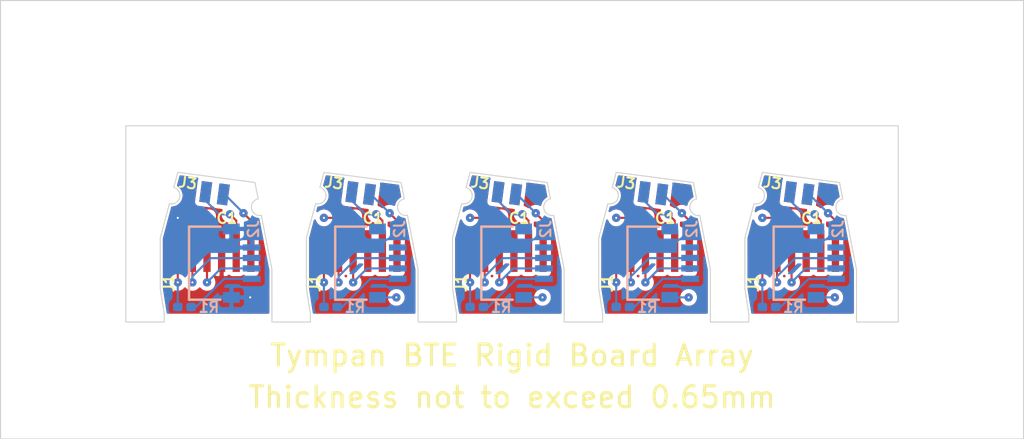
<source format=kicad_pcb>
(kicad_pcb (version 20171130) (host pcbnew "(5.1.4-0-10_14)")

  (general
    (thickness 0.65)
    (drawings 76)
    (tracks 190)
    (zones 0)
    (modules 25)
    (nets 10)
  )

  (page A)
  (title_block
    (title "TYMAN BTE RIGID ")
    (date 2019-09-19)
    (rev V1)
    (company "Solutions Design & Prototyping")
  )

  (layers
    (0 F.Cu signal)
    (31 B.Cu signal)
    (32 B.Adhes user hide)
    (33 F.Adhes user hide)
    (34 B.Paste user)
    (35 F.Paste user)
    (36 B.SilkS user)
    (37 F.SilkS user)
    (38 B.Mask user)
    (39 F.Mask user)
    (40 Dwgs.User user)
    (41 Cmts.User user)
    (42 Eco1.User user)
    (43 Eco2.User user)
    (44 Edge.Cuts user)
    (45 Margin user)
    (46 B.CrtYd user)
    (47 F.CrtYd user)
    (48 B.Fab user hide)
    (49 F.Fab user hide)
  )

  (setup
    (last_trace_width 0.1)
    (user_trace_width 0.1)
    (trace_clearance 0.2)
    (zone_clearance 0.1)
    (zone_45_only no)
    (trace_min 0.1)
    (via_size 0.8)
    (via_drill 0.4)
    (via_min_size 0.4)
    (via_min_drill 0.1)
    (user_via 0.4 0.1)
    (uvia_size 0.3)
    (uvia_drill 0.1)
    (uvias_allowed yes)
    (uvia_min_size 0.2)
    (uvia_min_drill 0.1)
    (edge_width 0.05)
    (segment_width 0.2)
    (pcb_text_width 0.3)
    (pcb_text_size 1.5 1.5)
    (mod_edge_width 0.12)
    (mod_text_size 1 1)
    (mod_text_width 0.15)
    (pad_size 1.524 1.524)
    (pad_drill 0.762)
    (pad_to_mask_clearance 0.051)
    (solder_mask_min_width 0.25)
    (aux_axis_origin 128.784183 95.031304)
    (grid_origin 128.784183 95.031304)
    (visible_elements FFFFF77F)
    (pcbplotparams
      (layerselection 0x011fc_ffffffff)
      (usegerberextensions false)
      (usegerberattributes false)
      (usegerberadvancedattributes false)
      (creategerberjobfile false)
      (excludeedgelayer true)
      (linewidth 0.100000)
      (plotframeref false)
      (viasonmask false)
      (mode 1)
      (useauxorigin false)
      (hpglpennumber 1)
      (hpglpenspeed 20)
      (hpglpendiameter 15.000000)
      (psnegative false)
      (psa4output false)
      (plotreference true)
      (plotvalue true)
      (plotinvisibletext false)
      (padsonsilk false)
      (subtractmaskfromsilk false)
      (outputformat 1)
      (mirror false)
      (drillshape 0)
      (scaleselection 1)
      (outputdirectory "Array Plot/"))
  )

  (net 0 "")
  (net 1 /SPK+)
  (net 2 /DATA)
  (net 3 +3V3)
  (net 4 /CLK)
  (net 5 GND)
  (net 6 /SPK-)
  (net 7 "Net-(J3-Pad1)")
  (net 8 "Net-(J3-Pad2)")
  (net 9 "Net-(J2-Pad4)")

  (net_class Default "This is the default net class."
    (clearance 0.2)
    (trace_width 0.1)
    (via_dia 0.8)
    (via_drill 0.4)
    (uvia_dia 0.3)
    (uvia_drill 0.1)
    (add_net +3V3)
    (add_net /CLK)
    (add_net /DATA)
    (add_net /SPK+)
    (add_net /SPK-)
    (add_net GND)
    (add_net "Net-(J2-Pad4)")
    (add_net "Net-(J3-Pad1)")
    (add_net "Net-(J3-Pad2)")
  )

  (module Tympan_BTE_RIGID:CS44 (layer F.Cu) (tedit 5D83E5A1) (tstamp 5D83FF07)
    (at 154.034183 89.261304 352.5)
    (path /5D8296F0)
    (fp_text reference J3 (at -1.333007 -0.318734 172.5) (layer F.SilkS)
      (effects (font (size 0.5 0.5) (thickness 0.1)))
    )
    (fp_text value "CS44 Connector" (at 0 0 172.5) (layer F.Fab)
      (effects (font (size 1 1) (thickness 0.15)))
    )
    (pad 4 smd rect (at -0.425 0 352.5) (size 0.5 1) (layers B.Cu B.Mask)
      (net 6 /SPK-))
    (pad 3 smd rect (at 0.425 0 352.5) (size 0.5 1) (layers B.Cu B.Mask)
      (net 1 /SPK+))
    (pad 2 smd rect (at 0.425 0 352.5) (size 0.5 1) (layers F.Cu F.Mask)
      (net 8 "Net-(J3-Pad2)"))
    (pad 1 smd rect (at -0.425 0 352.5) (size 0.5 1) (layers F.Cu F.Mask)
      (net 7 "Net-(J3-Pad1)"))
  )

  (module Tympan_BTE_RIGID:CS44 (layer F.Cu) (tedit 5D83E5A1) (tstamp 5D83FF07)
    (at 147.034183 89.261304 352.5)
    (path /5D8296F0)
    (fp_text reference J3 (at -1.333007 -0.318734 172.5) (layer F.SilkS)
      (effects (font (size 0.5 0.5) (thickness 0.1)))
    )
    (fp_text value "CS44 Connector" (at 0 0 172.5) (layer F.Fab)
      (effects (font (size 1 1) (thickness 0.15)))
    )
    (pad 4 smd rect (at -0.425 0 352.5) (size 0.5 1) (layers B.Cu B.Mask)
      (net 6 /SPK-))
    (pad 3 smd rect (at 0.425 0 352.5) (size 0.5 1) (layers B.Cu B.Mask)
      (net 1 /SPK+))
    (pad 2 smd rect (at 0.425 0 352.5) (size 0.5 1) (layers F.Cu F.Mask)
      (net 8 "Net-(J3-Pad2)"))
    (pad 1 smd rect (at -0.425 0 352.5) (size 0.5 1) (layers F.Cu F.Mask)
      (net 7 "Net-(J3-Pad1)"))
  )

  (module Tympan_BTE_RIGID:CS44 (layer F.Cu) (tedit 5D83E5A1) (tstamp 5D83FF07)
    (at 140.034183 89.261304 352.5)
    (path /5D8296F0)
    (fp_text reference J3 (at -1.333007 -0.318734 172.5) (layer F.SilkS)
      (effects (font (size 0.5 0.5) (thickness 0.1)))
    )
    (fp_text value "CS44 Connector" (at 0 0 172.5) (layer F.Fab)
      (effects (font (size 1 1) (thickness 0.15)))
    )
    (pad 4 smd rect (at -0.425 0 352.5) (size 0.5 1) (layers B.Cu B.Mask)
      (net 6 /SPK-))
    (pad 3 smd rect (at 0.425 0 352.5) (size 0.5 1) (layers B.Cu B.Mask)
      (net 1 /SPK+))
    (pad 2 smd rect (at 0.425 0 352.5) (size 0.5 1) (layers F.Cu F.Mask)
      (net 8 "Net-(J3-Pad2)"))
    (pad 1 smd rect (at -0.425 0 352.5) (size 0.5 1) (layers F.Cu F.Mask)
      (net 7 "Net-(J3-Pad1)"))
  )

  (module Tympan_BTE_RIGID:CS44 (layer F.Cu) (tedit 5D83E5A1) (tstamp 5D83FF07)
    (at 133.034183 89.261304 352.5)
    (path /5D8296F0)
    (fp_text reference J3 (at -1.333007 -0.318734 172.5) (layer F.SilkS)
      (effects (font (size 0.5 0.5) (thickness 0.1)))
    )
    (fp_text value "CS44 Connector" (at 0 0 172.5) (layer F.Fab)
      (effects (font (size 1 1) (thickness 0.15)))
    )
    (pad 4 smd rect (at -0.425 0 352.5) (size 0.5 1) (layers B.Cu B.Mask)
      (net 6 /SPK-))
    (pad 3 smd rect (at 0.425 0 352.5) (size 0.5 1) (layers B.Cu B.Mask)
      (net 1 /SPK+))
    (pad 2 smd rect (at 0.425 0 352.5) (size 0.5 1) (layers F.Cu F.Mask)
      (net 8 "Net-(J3-Pad2)"))
    (pad 1 smd rect (at -0.425 0 352.5) (size 0.5 1) (layers F.Cu F.Mask)
      (net 7 "Net-(J3-Pad1)"))
  )

  (module Tympan_BTE_RIGID:CS44 (layer F.Cu) (tedit 5D83E5A1) (tstamp 5D83F350)
    (at 126.034183 89.261304 352.5)
    (path /5D8296F0)
    (fp_text reference J3 (at -1.333007 -0.318734 172.5) (layer F.SilkS)
      (effects (font (size 0.5 0.5) (thickness 0.1)))
    )
    (fp_text value "CS44 Connector" (at 0 0 172.5) (layer F.Fab)
      (effects (font (size 1 1) (thickness 0.15)))
    )
    (pad 4 smd rect (at -0.425 0 352.5) (size 0.5 1) (layers B.Cu B.Mask)
      (net 6 /SPK-))
    (pad 3 smd rect (at 0.425 0 352.5) (size 0.5 1) (layers B.Cu B.Mask)
      (net 1 /SPK+))
    (pad 2 smd rect (at 0.425 0 352.5) (size 0.5 1) (layers F.Cu F.Mask)
      (net 8 "Net-(J3-Pad2)"))
    (pad 1 smd rect (at -0.425 0 352.5) (size 0.5 1) (layers F.Cu F.Mask)
      (net 7 "Net-(J3-Pad1)"))
  )

  (module Tympan_BTE_RIGID:BTE_INPUT (layer F.Cu) (tedit 5D83E53D) (tstamp 5D83FEFE)
    (at 154.024183 92.031304 90)
    (path /5D828F54)
    (fp_text reference J1 (at -1.54 -2.18 270) (layer F.SilkS)
      (effects (font (size 0.5 0.5) (thickness 0.1)))
    )
    (fp_text value "Input Wire Connector" (at 0.25 2.6 270) (layer F.Fab)
      (effects (font (size 1 1) (thickness 0.15)))
    )
    (pad 6 smd rect (at 0 1.75 90) (size 2 0.35) (layers F.Cu F.Mask)
      (net 1 /SPK+))
    (pad 5 smd rect (at 0 1.05 90) (size 2 0.35) (layers F.Cu F.Mask)
      (net 6 /SPK-))
    (pad 4 smd rect (at 0 0.35 90) (size 2 0.35) (layers F.Cu F.Mask)
      (net 5 GND))
    (pad 3 smd rect (at 0 -0.35 90) (size 2 0.35) (layers F.Cu F.Mask)
      (net 3 +3V3))
    (pad 2 smd rect (at 0 -1.05 90) (size 2 0.35) (layers F.Cu F.Mask)
      (net 4 /CLK))
    (pad 1 smd rect (at 0 -1.75 90) (size 2 0.35) (layers F.Cu F.Mask)
      (net 2 /DATA))
  )

  (module Tympan_BTE_RIGID:BTE_INPUT (layer F.Cu) (tedit 5D83E53D) (tstamp 5D83FEFE)
    (at 147.024183 92.031304 90)
    (path /5D828F54)
    (fp_text reference J1 (at -1.54 -2.18 270) (layer F.SilkS)
      (effects (font (size 0.5 0.5) (thickness 0.1)))
    )
    (fp_text value "Input Wire Connector" (at 0.25 2.6 270) (layer F.Fab)
      (effects (font (size 1 1) (thickness 0.15)))
    )
    (pad 6 smd rect (at 0 1.75 90) (size 2 0.35) (layers F.Cu F.Mask)
      (net 1 /SPK+))
    (pad 5 smd rect (at 0 1.05 90) (size 2 0.35) (layers F.Cu F.Mask)
      (net 6 /SPK-))
    (pad 4 smd rect (at 0 0.35 90) (size 2 0.35) (layers F.Cu F.Mask)
      (net 5 GND))
    (pad 3 smd rect (at 0 -0.35 90) (size 2 0.35) (layers F.Cu F.Mask)
      (net 3 +3V3))
    (pad 2 smd rect (at 0 -1.05 90) (size 2 0.35) (layers F.Cu F.Mask)
      (net 4 /CLK))
    (pad 1 smd rect (at 0 -1.75 90) (size 2 0.35) (layers F.Cu F.Mask)
      (net 2 /DATA))
  )

  (module Tympan_BTE_RIGID:BTE_INPUT (layer F.Cu) (tedit 5D83E53D) (tstamp 5D83FEFE)
    (at 140.024183 92.031304 90)
    (path /5D828F54)
    (fp_text reference J1 (at -1.54 -2.18 270) (layer F.SilkS)
      (effects (font (size 0.5 0.5) (thickness 0.1)))
    )
    (fp_text value "Input Wire Connector" (at 0.25 2.6 270) (layer F.Fab)
      (effects (font (size 1 1) (thickness 0.15)))
    )
    (pad 6 smd rect (at 0 1.75 90) (size 2 0.35) (layers F.Cu F.Mask)
      (net 1 /SPK+))
    (pad 5 smd rect (at 0 1.05 90) (size 2 0.35) (layers F.Cu F.Mask)
      (net 6 /SPK-))
    (pad 4 smd rect (at 0 0.35 90) (size 2 0.35) (layers F.Cu F.Mask)
      (net 5 GND))
    (pad 3 smd rect (at 0 -0.35 90) (size 2 0.35) (layers F.Cu F.Mask)
      (net 3 +3V3))
    (pad 2 smd rect (at 0 -1.05 90) (size 2 0.35) (layers F.Cu F.Mask)
      (net 4 /CLK))
    (pad 1 smd rect (at 0 -1.75 90) (size 2 0.35) (layers F.Cu F.Mask)
      (net 2 /DATA))
  )

  (module Tympan_BTE_RIGID:BTE_INPUT (layer F.Cu) (tedit 5D83E53D) (tstamp 5D83FEFE)
    (at 133.024183 92.031304 90)
    (path /5D828F54)
    (fp_text reference J1 (at -1.54 -2.18 270) (layer F.SilkS)
      (effects (font (size 0.5 0.5) (thickness 0.1)))
    )
    (fp_text value "Input Wire Connector" (at 0.25 2.6 270) (layer F.Fab)
      (effects (font (size 1 1) (thickness 0.15)))
    )
    (pad 6 smd rect (at 0 1.75 90) (size 2 0.35) (layers F.Cu F.Mask)
      (net 1 /SPK+))
    (pad 5 smd rect (at 0 1.05 90) (size 2 0.35) (layers F.Cu F.Mask)
      (net 6 /SPK-))
    (pad 4 smd rect (at 0 0.35 90) (size 2 0.35) (layers F.Cu F.Mask)
      (net 5 GND))
    (pad 3 smd rect (at 0 -0.35 90) (size 2 0.35) (layers F.Cu F.Mask)
      (net 3 +3V3))
    (pad 2 smd rect (at 0 -1.05 90) (size 2 0.35) (layers F.Cu F.Mask)
      (net 4 /CLK))
    (pad 1 smd rect (at 0 -1.75 90) (size 2 0.35) (layers F.Cu F.Mask)
      (net 2 /DATA))
  )

  (module Tympan_BTE_RIGID:BTE_INPUT (layer F.Cu) (tedit 5D83E53D) (tstamp 5D83F33B)
    (at 126.024183 92.031304 90)
    (path /5D828F54)
    (fp_text reference J1 (at -1.54 -2.18 270) (layer F.SilkS)
      (effects (font (size 0.5 0.5) (thickness 0.1)))
    )
    (fp_text value "Input Wire Connector" (at 0.25 2.6 270) (layer F.Fab)
      (effects (font (size 1 1) (thickness 0.15)))
    )
    (pad 6 smd rect (at 0 1.75 90) (size 2 0.35) (layers F.Cu F.Mask)
      (net 1 /SPK+))
    (pad 5 smd rect (at 0 1.05 90) (size 2 0.35) (layers F.Cu F.Mask)
      (net 6 /SPK-))
    (pad 4 smd rect (at 0 0.35 90) (size 2 0.35) (layers F.Cu F.Mask)
      (net 5 GND))
    (pad 3 smd rect (at 0 -0.35 90) (size 2 0.35) (layers F.Cu F.Mask)
      (net 3 +3V3))
    (pad 2 smd rect (at 0 -1.05 90) (size 2 0.35) (layers F.Cu F.Mask)
      (net 4 /CLK))
    (pad 1 smd rect (at 0 -1.75 90) (size 2 0.35) (layers F.Cu F.Mask)
      (net 2 /DATA))
  )

  (module Tympan_BTE_RIGID:10062827-0410EDHLF (layer B.Cu) (tedit 5D83AC9B) (tstamp 5D83FF3B)
    (at 155.814183 92.611304 90)
    (path /5D828575)
    (fp_text reference J2 (at 1.63 0.08 270) (layer B.SilkS)
      (effects (font (size 0.5 0.5) (thickness 0.1)) (justify mirror))
    )
    (fp_text value "FPC Connector" (at 0.425 -2 270) (layer B.Fab)
      (effects (font (size 1 1) (thickness 0.15)) (justify mirror))
    )
    (fp_line (start 1.75 -1.5) (end 1.75 -3) (layer B.SilkS) (width 0.12))
    (fp_line (start -1.75 -1.5) (end -1.75 -3) (layer B.SilkS) (width 0.12))
    (fp_line (start 1.75 -3) (end -1.75 -3) (layer B.SilkS) (width 0.12))
    (pad 6 smd rect (at 1.64 -0.975 90) (size 0.52 0.8) (layers B.Cu B.Paste B.Mask)
      (net 5 GND))
    (pad 5 smd rect (at -1.64 -0.975 90) (size 0.52 0.8) (layers B.Cu B.Paste B.Mask)
      (net 5 GND))
    (pad 4 smd rect (at -0.75 0 90) (size 0.3 0.85) (layers B.Cu B.Paste B.Mask)
      (net 9 "Net-(J2-Pad4)"))
    (pad 3 smd rect (at -0.25 0 90) (size 0.3 0.85) (layers B.Cu B.Paste B.Mask)
      (net 3 +3V3))
    (pad 2 smd rect (at 0.25 0 90) (size 0.3 0.85) (layers B.Cu B.Paste B.Mask)
      (net 4 /CLK))
    (pad 1 smd rect (at 0.75 0 90) (size 0.3 0.85) (layers B.Cu B.Paste B.Mask)
      (net 5 GND))
  )

  (module Capacitor_SMD:C_0201_0603Metric (layer F.Cu) (tedit 5B301BBE) (tstamp 5D83FF20)
    (at 153.354183 90.441304 180)
    (descr "Capacitor SMD 0201 (0603 Metric), square (rectangular) end terminal, IPC_7351 nominal, (Body size source: https://www.vishay.com/docs/20052/crcw0201e3.pdf), generated with kicad-footprint-generator")
    (tags capacitor)
    (path /5D84711B)
    (attr smd)
    (fp_text reference C1 (at -1.27 -0.02) (layer F.SilkS)
      (effects (font (size 0.5 0.5) (thickness 0.1)))
    )
    (fp_text value 220nF (at 0 1.05) (layer F.Fab)
      (effects (font (size 1 1) (thickness 0.15)))
    )
    (fp_text user %R (at 0 -0.68) (layer F.Fab)
      (effects (font (size 0.25 0.25) (thickness 0.04)))
    )
    (fp_line (start 0.7 0.35) (end -0.7 0.35) (layer F.CrtYd) (width 0.05))
    (fp_line (start 0.7 -0.35) (end 0.7 0.35) (layer F.CrtYd) (width 0.05))
    (fp_line (start -0.7 -0.35) (end 0.7 -0.35) (layer F.CrtYd) (width 0.05))
    (fp_line (start -0.7 0.35) (end -0.7 -0.35) (layer F.CrtYd) (width 0.05))
    (fp_line (start 0.3 0.15) (end -0.3 0.15) (layer F.Fab) (width 0.1))
    (fp_line (start 0.3 -0.15) (end 0.3 0.15) (layer F.Fab) (width 0.1))
    (fp_line (start -0.3 -0.15) (end 0.3 -0.15) (layer F.Fab) (width 0.1))
    (fp_line (start -0.3 0.15) (end -0.3 -0.15) (layer F.Fab) (width 0.1))
    (pad 2 smd roundrect (at 0.32 0 180) (size 0.46 0.4) (layers F.Cu F.Mask) (roundrect_rratio 0.25)
      (net 5 GND))
    (pad 1 smd roundrect (at -0.32 0 180) (size 0.46 0.4) (layers F.Cu F.Mask) (roundrect_rratio 0.25)
      (net 3 +3V3))
    (pad "" smd roundrect (at 0.345 0 180) (size 0.318 0.36) (layers F.Paste) (roundrect_rratio 0.25))
    (pad "" smd roundrect (at -0.345 0 180) (size 0.318 0.36) (layers F.Paste) (roundrect_rratio 0.25))
    (model ${KISYS3DMOD}/Capacitor_SMD.3dshapes/C_0201_0603Metric.wrl
      (at (xyz 0 0 0))
      (scale (xyz 1 1 1))
      (rotate (xyz 0 0 0))
    )
  )

  (module Resistor_SMD:R_0201_0603Metric (layer B.Cu) (tedit 5B301BBD) (tstamp 5D83FF10)
    (at 152.594183 94.711304)
    (descr "Resistor SMD 0201 (0603 Metric), square (rectangular) end terminal, IPC_7351 nominal, (Body size source: https://www.vishay.com/docs/20052/crcw0201e3.pdf), generated with kicad-footprint-generator")
    (tags resistor)
    (path /5D847DEF)
    (attr smd)
    (fp_text reference R1 (at 1.17 0.01) (layer B.SilkS)
      (effects (font (size 0.5 0.5) (thickness 0.1)) (justify mirror))
    )
    (fp_text value 50R (at 0 -1.05) (layer B.Fab)
      (effects (font (size 1 1) (thickness 0.15)) (justify mirror))
    )
    (fp_text user %R (at 0 0.68) (layer B.Fab)
      (effects (font (size 0.25 0.25) (thickness 0.04)) (justify mirror))
    )
    (fp_line (start 0.7 -0.35) (end -0.7 -0.35) (layer B.CrtYd) (width 0.05))
    (fp_line (start 0.7 0.35) (end 0.7 -0.35) (layer B.CrtYd) (width 0.05))
    (fp_line (start -0.7 0.35) (end 0.7 0.35) (layer B.CrtYd) (width 0.05))
    (fp_line (start -0.7 -0.35) (end -0.7 0.35) (layer B.CrtYd) (width 0.05))
    (fp_line (start 0.3 -0.15) (end -0.3 -0.15) (layer B.Fab) (width 0.1))
    (fp_line (start 0.3 0.15) (end 0.3 -0.15) (layer B.Fab) (width 0.1))
    (fp_line (start -0.3 0.15) (end 0.3 0.15) (layer B.Fab) (width 0.1))
    (fp_line (start -0.3 -0.15) (end -0.3 0.15) (layer B.Fab) (width 0.1))
    (pad 2 smd roundrect (at 0.32 0) (size 0.46 0.4) (layers B.Cu B.Mask) (roundrect_rratio 0.25)
      (net 9 "Net-(J2-Pad4)"))
    (pad 1 smd roundrect (at -0.32 0) (size 0.46 0.4) (layers B.Cu B.Mask) (roundrect_rratio 0.25)
      (net 2 /DATA))
    (pad "" smd roundrect (at 0.345 0) (size 0.318 0.36) (layers B.Paste) (roundrect_rratio 0.25))
    (pad "" smd roundrect (at -0.345 0) (size 0.318 0.36) (layers B.Paste) (roundrect_rratio 0.25))
    (model ${KISYS3DMOD}/Resistor_SMD.3dshapes/R_0201_0603Metric.wrl
      (at (xyz 0 0 0))
      (scale (xyz 1 1 1))
      (rotate (xyz 0 0 0))
    )
  )

  (module Tympan_BTE_RIGID:10062827-0410EDHLF (layer B.Cu) (tedit 5D83AC9B) (tstamp 5D83FF3B)
    (at 148.814183 92.611304 90)
    (path /5D828575)
    (fp_text reference J2 (at 1.63 0.08 270) (layer B.SilkS)
      (effects (font (size 0.5 0.5) (thickness 0.1)) (justify mirror))
    )
    (fp_text value "FPC Connector" (at 0.425 -2 270) (layer B.Fab)
      (effects (font (size 1 1) (thickness 0.15)) (justify mirror))
    )
    (fp_line (start 1.75 -1.5) (end 1.75 -3) (layer B.SilkS) (width 0.12))
    (fp_line (start -1.75 -1.5) (end -1.75 -3) (layer B.SilkS) (width 0.12))
    (fp_line (start 1.75 -3) (end -1.75 -3) (layer B.SilkS) (width 0.12))
    (pad 6 smd rect (at 1.64 -0.975 90) (size 0.52 0.8) (layers B.Cu B.Paste B.Mask)
      (net 5 GND))
    (pad 5 smd rect (at -1.64 -0.975 90) (size 0.52 0.8) (layers B.Cu B.Paste B.Mask)
      (net 5 GND))
    (pad 4 smd rect (at -0.75 0 90) (size 0.3 0.85) (layers B.Cu B.Paste B.Mask)
      (net 9 "Net-(J2-Pad4)"))
    (pad 3 smd rect (at -0.25 0 90) (size 0.3 0.85) (layers B.Cu B.Paste B.Mask)
      (net 3 +3V3))
    (pad 2 smd rect (at 0.25 0 90) (size 0.3 0.85) (layers B.Cu B.Paste B.Mask)
      (net 4 /CLK))
    (pad 1 smd rect (at 0.75 0 90) (size 0.3 0.85) (layers B.Cu B.Paste B.Mask)
      (net 5 GND))
  )

  (module Capacitor_SMD:C_0201_0603Metric (layer F.Cu) (tedit 5B301BBE) (tstamp 5D83FF20)
    (at 146.354183 90.441304 180)
    (descr "Capacitor SMD 0201 (0603 Metric), square (rectangular) end terminal, IPC_7351 nominal, (Body size source: https://www.vishay.com/docs/20052/crcw0201e3.pdf), generated with kicad-footprint-generator")
    (tags capacitor)
    (path /5D84711B)
    (attr smd)
    (fp_text reference C1 (at -1.27 -0.02) (layer F.SilkS)
      (effects (font (size 0.5 0.5) (thickness 0.1)))
    )
    (fp_text value 220nF (at 0 1.05) (layer F.Fab)
      (effects (font (size 1 1) (thickness 0.15)))
    )
    (fp_text user %R (at 0 -0.68) (layer F.Fab)
      (effects (font (size 0.25 0.25) (thickness 0.04)))
    )
    (fp_line (start 0.7 0.35) (end -0.7 0.35) (layer F.CrtYd) (width 0.05))
    (fp_line (start 0.7 -0.35) (end 0.7 0.35) (layer F.CrtYd) (width 0.05))
    (fp_line (start -0.7 -0.35) (end 0.7 -0.35) (layer F.CrtYd) (width 0.05))
    (fp_line (start -0.7 0.35) (end -0.7 -0.35) (layer F.CrtYd) (width 0.05))
    (fp_line (start 0.3 0.15) (end -0.3 0.15) (layer F.Fab) (width 0.1))
    (fp_line (start 0.3 -0.15) (end 0.3 0.15) (layer F.Fab) (width 0.1))
    (fp_line (start -0.3 -0.15) (end 0.3 -0.15) (layer F.Fab) (width 0.1))
    (fp_line (start -0.3 0.15) (end -0.3 -0.15) (layer F.Fab) (width 0.1))
    (pad 2 smd roundrect (at 0.32 0 180) (size 0.46 0.4) (layers F.Cu F.Mask) (roundrect_rratio 0.25)
      (net 5 GND))
    (pad 1 smd roundrect (at -0.32 0 180) (size 0.46 0.4) (layers F.Cu F.Mask) (roundrect_rratio 0.25)
      (net 3 +3V3))
    (pad "" smd roundrect (at 0.345 0 180) (size 0.318 0.36) (layers F.Paste) (roundrect_rratio 0.25))
    (pad "" smd roundrect (at -0.345 0 180) (size 0.318 0.36) (layers F.Paste) (roundrect_rratio 0.25))
    (model ${KISYS3DMOD}/Capacitor_SMD.3dshapes/C_0201_0603Metric.wrl
      (at (xyz 0 0 0))
      (scale (xyz 1 1 1))
      (rotate (xyz 0 0 0))
    )
  )

  (module Resistor_SMD:R_0201_0603Metric (layer B.Cu) (tedit 5B301BBD) (tstamp 5D83FF10)
    (at 145.594183 94.711304)
    (descr "Resistor SMD 0201 (0603 Metric), square (rectangular) end terminal, IPC_7351 nominal, (Body size source: https://www.vishay.com/docs/20052/crcw0201e3.pdf), generated with kicad-footprint-generator")
    (tags resistor)
    (path /5D847DEF)
    (attr smd)
    (fp_text reference R1 (at 1.17 0.01) (layer B.SilkS)
      (effects (font (size 0.5 0.5) (thickness 0.1)) (justify mirror))
    )
    (fp_text value 50R (at 0 -1.05) (layer B.Fab)
      (effects (font (size 1 1) (thickness 0.15)) (justify mirror))
    )
    (fp_text user %R (at 0 0.68) (layer B.Fab)
      (effects (font (size 0.25 0.25) (thickness 0.04)) (justify mirror))
    )
    (fp_line (start 0.7 -0.35) (end -0.7 -0.35) (layer B.CrtYd) (width 0.05))
    (fp_line (start 0.7 0.35) (end 0.7 -0.35) (layer B.CrtYd) (width 0.05))
    (fp_line (start -0.7 0.35) (end 0.7 0.35) (layer B.CrtYd) (width 0.05))
    (fp_line (start -0.7 -0.35) (end -0.7 0.35) (layer B.CrtYd) (width 0.05))
    (fp_line (start 0.3 -0.15) (end -0.3 -0.15) (layer B.Fab) (width 0.1))
    (fp_line (start 0.3 0.15) (end 0.3 -0.15) (layer B.Fab) (width 0.1))
    (fp_line (start -0.3 0.15) (end 0.3 0.15) (layer B.Fab) (width 0.1))
    (fp_line (start -0.3 -0.15) (end -0.3 0.15) (layer B.Fab) (width 0.1))
    (pad 2 smd roundrect (at 0.32 0) (size 0.46 0.4) (layers B.Cu B.Mask) (roundrect_rratio 0.25)
      (net 9 "Net-(J2-Pad4)"))
    (pad 1 smd roundrect (at -0.32 0) (size 0.46 0.4) (layers B.Cu B.Mask) (roundrect_rratio 0.25)
      (net 2 /DATA))
    (pad "" smd roundrect (at 0.345 0) (size 0.318 0.36) (layers B.Paste) (roundrect_rratio 0.25))
    (pad "" smd roundrect (at -0.345 0) (size 0.318 0.36) (layers B.Paste) (roundrect_rratio 0.25))
    (model ${KISYS3DMOD}/Resistor_SMD.3dshapes/R_0201_0603Metric.wrl
      (at (xyz 0 0 0))
      (scale (xyz 1 1 1))
      (rotate (xyz 0 0 0))
    )
  )

  (module Tympan_BTE_RIGID:10062827-0410EDHLF (layer B.Cu) (tedit 5D83AC9B) (tstamp 5D83FF3B)
    (at 141.814183 92.611304 90)
    (path /5D828575)
    (fp_text reference J2 (at 1.63 0.08 270) (layer B.SilkS)
      (effects (font (size 0.5 0.5) (thickness 0.1)) (justify mirror))
    )
    (fp_text value "FPC Connector" (at 0.425 -2 270) (layer B.Fab)
      (effects (font (size 1 1) (thickness 0.15)) (justify mirror))
    )
    (fp_line (start 1.75 -1.5) (end 1.75 -3) (layer B.SilkS) (width 0.12))
    (fp_line (start -1.75 -1.5) (end -1.75 -3) (layer B.SilkS) (width 0.12))
    (fp_line (start 1.75 -3) (end -1.75 -3) (layer B.SilkS) (width 0.12))
    (pad 6 smd rect (at 1.64 -0.975 90) (size 0.52 0.8) (layers B.Cu B.Paste B.Mask)
      (net 5 GND))
    (pad 5 smd rect (at -1.64 -0.975 90) (size 0.52 0.8) (layers B.Cu B.Paste B.Mask)
      (net 5 GND))
    (pad 4 smd rect (at -0.75 0 90) (size 0.3 0.85) (layers B.Cu B.Paste B.Mask)
      (net 9 "Net-(J2-Pad4)"))
    (pad 3 smd rect (at -0.25 0 90) (size 0.3 0.85) (layers B.Cu B.Paste B.Mask)
      (net 3 +3V3))
    (pad 2 smd rect (at 0.25 0 90) (size 0.3 0.85) (layers B.Cu B.Paste B.Mask)
      (net 4 /CLK))
    (pad 1 smd rect (at 0.75 0 90) (size 0.3 0.85) (layers B.Cu B.Paste B.Mask)
      (net 5 GND))
  )

  (module Capacitor_SMD:C_0201_0603Metric (layer F.Cu) (tedit 5B301BBE) (tstamp 5D83FF20)
    (at 139.354183 90.441304 180)
    (descr "Capacitor SMD 0201 (0603 Metric), square (rectangular) end terminal, IPC_7351 nominal, (Body size source: https://www.vishay.com/docs/20052/crcw0201e3.pdf), generated with kicad-footprint-generator")
    (tags capacitor)
    (path /5D84711B)
    (attr smd)
    (fp_text reference C1 (at -1.27 -0.02) (layer F.SilkS)
      (effects (font (size 0.5 0.5) (thickness 0.1)))
    )
    (fp_text value 220nF (at 0 1.05) (layer F.Fab)
      (effects (font (size 1 1) (thickness 0.15)))
    )
    (fp_text user %R (at 0 -0.68) (layer F.Fab)
      (effects (font (size 0.25 0.25) (thickness 0.04)))
    )
    (fp_line (start 0.7 0.35) (end -0.7 0.35) (layer F.CrtYd) (width 0.05))
    (fp_line (start 0.7 -0.35) (end 0.7 0.35) (layer F.CrtYd) (width 0.05))
    (fp_line (start -0.7 -0.35) (end 0.7 -0.35) (layer F.CrtYd) (width 0.05))
    (fp_line (start -0.7 0.35) (end -0.7 -0.35) (layer F.CrtYd) (width 0.05))
    (fp_line (start 0.3 0.15) (end -0.3 0.15) (layer F.Fab) (width 0.1))
    (fp_line (start 0.3 -0.15) (end 0.3 0.15) (layer F.Fab) (width 0.1))
    (fp_line (start -0.3 -0.15) (end 0.3 -0.15) (layer F.Fab) (width 0.1))
    (fp_line (start -0.3 0.15) (end -0.3 -0.15) (layer F.Fab) (width 0.1))
    (pad 2 smd roundrect (at 0.32 0 180) (size 0.46 0.4) (layers F.Cu F.Mask) (roundrect_rratio 0.25)
      (net 5 GND))
    (pad 1 smd roundrect (at -0.32 0 180) (size 0.46 0.4) (layers F.Cu F.Mask) (roundrect_rratio 0.25)
      (net 3 +3V3))
    (pad "" smd roundrect (at 0.345 0 180) (size 0.318 0.36) (layers F.Paste) (roundrect_rratio 0.25))
    (pad "" smd roundrect (at -0.345 0 180) (size 0.318 0.36) (layers F.Paste) (roundrect_rratio 0.25))
    (model ${KISYS3DMOD}/Capacitor_SMD.3dshapes/C_0201_0603Metric.wrl
      (at (xyz 0 0 0))
      (scale (xyz 1 1 1))
      (rotate (xyz 0 0 0))
    )
  )

  (module Resistor_SMD:R_0201_0603Metric (layer B.Cu) (tedit 5B301BBD) (tstamp 5D83FF10)
    (at 138.594183 94.711304)
    (descr "Resistor SMD 0201 (0603 Metric), square (rectangular) end terminal, IPC_7351 nominal, (Body size source: https://www.vishay.com/docs/20052/crcw0201e3.pdf), generated with kicad-footprint-generator")
    (tags resistor)
    (path /5D847DEF)
    (attr smd)
    (fp_text reference R1 (at 1.17 0.01) (layer B.SilkS)
      (effects (font (size 0.5 0.5) (thickness 0.1)) (justify mirror))
    )
    (fp_text value 50R (at 0 -1.05) (layer B.Fab)
      (effects (font (size 1 1) (thickness 0.15)) (justify mirror))
    )
    (fp_text user %R (at 0 0.68) (layer B.Fab)
      (effects (font (size 0.25 0.25) (thickness 0.04)) (justify mirror))
    )
    (fp_line (start 0.7 -0.35) (end -0.7 -0.35) (layer B.CrtYd) (width 0.05))
    (fp_line (start 0.7 0.35) (end 0.7 -0.35) (layer B.CrtYd) (width 0.05))
    (fp_line (start -0.7 0.35) (end 0.7 0.35) (layer B.CrtYd) (width 0.05))
    (fp_line (start -0.7 -0.35) (end -0.7 0.35) (layer B.CrtYd) (width 0.05))
    (fp_line (start 0.3 -0.15) (end -0.3 -0.15) (layer B.Fab) (width 0.1))
    (fp_line (start 0.3 0.15) (end 0.3 -0.15) (layer B.Fab) (width 0.1))
    (fp_line (start -0.3 0.15) (end 0.3 0.15) (layer B.Fab) (width 0.1))
    (fp_line (start -0.3 -0.15) (end -0.3 0.15) (layer B.Fab) (width 0.1))
    (pad 2 smd roundrect (at 0.32 0) (size 0.46 0.4) (layers B.Cu B.Mask) (roundrect_rratio 0.25)
      (net 9 "Net-(J2-Pad4)"))
    (pad 1 smd roundrect (at -0.32 0) (size 0.46 0.4) (layers B.Cu B.Mask) (roundrect_rratio 0.25)
      (net 2 /DATA))
    (pad "" smd roundrect (at 0.345 0) (size 0.318 0.36) (layers B.Paste) (roundrect_rratio 0.25))
    (pad "" smd roundrect (at -0.345 0) (size 0.318 0.36) (layers B.Paste) (roundrect_rratio 0.25))
    (model ${KISYS3DMOD}/Resistor_SMD.3dshapes/R_0201_0603Metric.wrl
      (at (xyz 0 0 0))
      (scale (xyz 1 1 1))
      (rotate (xyz 0 0 0))
    )
  )

  (module Tympan_BTE_RIGID:10062827-0410EDHLF (layer B.Cu) (tedit 5D83AC9B) (tstamp 5D83FF3B)
    (at 134.814183 92.611304 90)
    (path /5D828575)
    (fp_text reference J2 (at 1.63 0.08 270) (layer B.SilkS)
      (effects (font (size 0.5 0.5) (thickness 0.1)) (justify mirror))
    )
    (fp_text value "FPC Connector" (at 0.425 -2 270) (layer B.Fab)
      (effects (font (size 1 1) (thickness 0.15)) (justify mirror))
    )
    (fp_line (start 1.75 -1.5) (end 1.75 -3) (layer B.SilkS) (width 0.12))
    (fp_line (start -1.75 -1.5) (end -1.75 -3) (layer B.SilkS) (width 0.12))
    (fp_line (start 1.75 -3) (end -1.75 -3) (layer B.SilkS) (width 0.12))
    (pad 6 smd rect (at 1.64 -0.975 90) (size 0.52 0.8) (layers B.Cu B.Paste B.Mask)
      (net 5 GND))
    (pad 5 smd rect (at -1.64 -0.975 90) (size 0.52 0.8) (layers B.Cu B.Paste B.Mask)
      (net 5 GND))
    (pad 4 smd rect (at -0.75 0 90) (size 0.3 0.85) (layers B.Cu B.Paste B.Mask)
      (net 9 "Net-(J2-Pad4)"))
    (pad 3 smd rect (at -0.25 0 90) (size 0.3 0.85) (layers B.Cu B.Paste B.Mask)
      (net 3 +3V3))
    (pad 2 smd rect (at 0.25 0 90) (size 0.3 0.85) (layers B.Cu B.Paste B.Mask)
      (net 4 /CLK))
    (pad 1 smd rect (at 0.75 0 90) (size 0.3 0.85) (layers B.Cu B.Paste B.Mask)
      (net 5 GND))
  )

  (module Capacitor_SMD:C_0201_0603Metric (layer F.Cu) (tedit 5B301BBE) (tstamp 5D83FF20)
    (at 132.354183 90.441304 180)
    (descr "Capacitor SMD 0201 (0603 Metric), square (rectangular) end terminal, IPC_7351 nominal, (Body size source: https://www.vishay.com/docs/20052/crcw0201e3.pdf), generated with kicad-footprint-generator")
    (tags capacitor)
    (path /5D84711B)
    (attr smd)
    (fp_text reference C1 (at -1.27 -0.02) (layer F.SilkS)
      (effects (font (size 0.5 0.5) (thickness 0.1)))
    )
    (fp_text value 220nF (at 0 1.05) (layer F.Fab)
      (effects (font (size 1 1) (thickness 0.15)))
    )
    (fp_text user %R (at 0 -0.68) (layer F.Fab)
      (effects (font (size 0.25 0.25) (thickness 0.04)))
    )
    (fp_line (start 0.7 0.35) (end -0.7 0.35) (layer F.CrtYd) (width 0.05))
    (fp_line (start 0.7 -0.35) (end 0.7 0.35) (layer F.CrtYd) (width 0.05))
    (fp_line (start -0.7 -0.35) (end 0.7 -0.35) (layer F.CrtYd) (width 0.05))
    (fp_line (start -0.7 0.35) (end -0.7 -0.35) (layer F.CrtYd) (width 0.05))
    (fp_line (start 0.3 0.15) (end -0.3 0.15) (layer F.Fab) (width 0.1))
    (fp_line (start 0.3 -0.15) (end 0.3 0.15) (layer F.Fab) (width 0.1))
    (fp_line (start -0.3 -0.15) (end 0.3 -0.15) (layer F.Fab) (width 0.1))
    (fp_line (start -0.3 0.15) (end -0.3 -0.15) (layer F.Fab) (width 0.1))
    (pad 2 smd roundrect (at 0.32 0 180) (size 0.46 0.4) (layers F.Cu F.Mask) (roundrect_rratio 0.25)
      (net 5 GND))
    (pad 1 smd roundrect (at -0.32 0 180) (size 0.46 0.4) (layers F.Cu F.Mask) (roundrect_rratio 0.25)
      (net 3 +3V3))
    (pad "" smd roundrect (at 0.345 0 180) (size 0.318 0.36) (layers F.Paste) (roundrect_rratio 0.25))
    (pad "" smd roundrect (at -0.345 0 180) (size 0.318 0.36) (layers F.Paste) (roundrect_rratio 0.25))
    (model ${KISYS3DMOD}/Capacitor_SMD.3dshapes/C_0201_0603Metric.wrl
      (at (xyz 0 0 0))
      (scale (xyz 1 1 1))
      (rotate (xyz 0 0 0))
    )
  )

  (module Resistor_SMD:R_0201_0603Metric (layer B.Cu) (tedit 5B301BBD) (tstamp 5D83FF10)
    (at 131.594183 94.711304)
    (descr "Resistor SMD 0201 (0603 Metric), square (rectangular) end terminal, IPC_7351 nominal, (Body size source: https://www.vishay.com/docs/20052/crcw0201e3.pdf), generated with kicad-footprint-generator")
    (tags resistor)
    (path /5D847DEF)
    (attr smd)
    (fp_text reference R1 (at 1.17 0.01) (layer B.SilkS)
      (effects (font (size 0.5 0.5) (thickness 0.1)) (justify mirror))
    )
    (fp_text value 50R (at 0 -1.05) (layer B.Fab)
      (effects (font (size 1 1) (thickness 0.15)) (justify mirror))
    )
    (fp_text user %R (at 0 0.68) (layer B.Fab)
      (effects (font (size 0.25 0.25) (thickness 0.04)) (justify mirror))
    )
    (fp_line (start 0.7 -0.35) (end -0.7 -0.35) (layer B.CrtYd) (width 0.05))
    (fp_line (start 0.7 0.35) (end 0.7 -0.35) (layer B.CrtYd) (width 0.05))
    (fp_line (start -0.7 0.35) (end 0.7 0.35) (layer B.CrtYd) (width 0.05))
    (fp_line (start -0.7 -0.35) (end -0.7 0.35) (layer B.CrtYd) (width 0.05))
    (fp_line (start 0.3 -0.15) (end -0.3 -0.15) (layer B.Fab) (width 0.1))
    (fp_line (start 0.3 0.15) (end 0.3 -0.15) (layer B.Fab) (width 0.1))
    (fp_line (start -0.3 0.15) (end 0.3 0.15) (layer B.Fab) (width 0.1))
    (fp_line (start -0.3 -0.15) (end -0.3 0.15) (layer B.Fab) (width 0.1))
    (pad 2 smd roundrect (at 0.32 0) (size 0.46 0.4) (layers B.Cu B.Mask) (roundrect_rratio 0.25)
      (net 9 "Net-(J2-Pad4)"))
    (pad 1 smd roundrect (at -0.32 0) (size 0.46 0.4) (layers B.Cu B.Mask) (roundrect_rratio 0.25)
      (net 2 /DATA))
    (pad "" smd roundrect (at 0.345 0) (size 0.318 0.36) (layers B.Paste) (roundrect_rratio 0.25))
    (pad "" smd roundrect (at -0.345 0) (size 0.318 0.36) (layers B.Paste) (roundrect_rratio 0.25))
    (model ${KISYS3DMOD}/Resistor_SMD.3dshapes/R_0201_0603Metric.wrl
      (at (xyz 0 0 0))
      (scale (xyz 1 1 1))
      (rotate (xyz 0 0 0))
    )
  )

  (module Tympan_BTE_RIGID:10062827-0410EDHLF (layer B.Cu) (tedit 5D83AC9B) (tstamp 5D83F553)
    (at 127.814183 92.611304 90)
    (path /5D828575)
    (fp_text reference J2 (at 1.63 0.08 270) (layer B.SilkS)
      (effects (font (size 0.5 0.5) (thickness 0.1)) (justify mirror))
    )
    (fp_text value "FPC Connector" (at 0.425 -2 270) (layer B.Fab)
      (effects (font (size 1 1) (thickness 0.15)) (justify mirror))
    )
    (fp_line (start 1.75 -3) (end -1.75 -3) (layer B.SilkS) (width 0.12))
    (fp_line (start -1.75 -1.5) (end -1.75 -3) (layer B.SilkS) (width 0.12))
    (fp_line (start 1.75 -1.5) (end 1.75 -3) (layer B.SilkS) (width 0.12))
    (pad 1 smd rect (at 0.75 0 90) (size 0.3 0.85) (layers B.Cu B.Paste B.Mask)
      (net 5 GND))
    (pad 2 smd rect (at 0.25 0 90) (size 0.3 0.85) (layers B.Cu B.Paste B.Mask)
      (net 4 /CLK))
    (pad 3 smd rect (at -0.25 0 90) (size 0.3 0.85) (layers B.Cu B.Paste B.Mask)
      (net 3 +3V3))
    (pad 4 smd rect (at -0.75 0 90) (size 0.3 0.85) (layers B.Cu B.Paste B.Mask)
      (net 9 "Net-(J2-Pad4)"))
    (pad 5 smd rect (at -1.64 -0.975 90) (size 0.52 0.8) (layers B.Cu B.Paste B.Mask)
      (net 5 GND))
    (pad 6 smd rect (at 1.64 -0.975 90) (size 0.52 0.8) (layers B.Cu B.Paste B.Mask)
      (net 5 GND))
  )

  (module Capacitor_SMD:C_0201_0603Metric (layer F.Cu) (tedit 5B301BBE) (tstamp 5D83F7A1)
    (at 125.354183 90.441304 180)
    (descr "Capacitor SMD 0201 (0603 Metric), square (rectangular) end terminal, IPC_7351 nominal, (Body size source: https://www.vishay.com/docs/20052/crcw0201e3.pdf), generated with kicad-footprint-generator")
    (tags capacitor)
    (path /5D84711B)
    (attr smd)
    (fp_text reference C1 (at -1.27 -0.02) (layer F.SilkS)
      (effects (font (size 0.5 0.5) (thickness 0.1)))
    )
    (fp_text value 220nF (at 0 1.05) (layer F.Fab)
      (effects (font (size 1 1) (thickness 0.15)))
    )
    (fp_line (start -0.3 0.15) (end -0.3 -0.15) (layer F.Fab) (width 0.1))
    (fp_line (start -0.3 -0.15) (end 0.3 -0.15) (layer F.Fab) (width 0.1))
    (fp_line (start 0.3 -0.15) (end 0.3 0.15) (layer F.Fab) (width 0.1))
    (fp_line (start 0.3 0.15) (end -0.3 0.15) (layer F.Fab) (width 0.1))
    (fp_line (start -0.7 0.35) (end -0.7 -0.35) (layer F.CrtYd) (width 0.05))
    (fp_line (start -0.7 -0.35) (end 0.7 -0.35) (layer F.CrtYd) (width 0.05))
    (fp_line (start 0.7 -0.35) (end 0.7 0.35) (layer F.CrtYd) (width 0.05))
    (fp_line (start 0.7 0.35) (end -0.7 0.35) (layer F.CrtYd) (width 0.05))
    (fp_text user %R (at 0 -0.68) (layer F.Fab)
      (effects (font (size 0.25 0.25) (thickness 0.04)))
    )
    (pad "" smd roundrect (at -0.345 0 180) (size 0.318 0.36) (layers F.Paste) (roundrect_rratio 0.25))
    (pad "" smd roundrect (at 0.345 0 180) (size 0.318 0.36) (layers F.Paste) (roundrect_rratio 0.25))
    (pad 1 smd roundrect (at -0.32 0 180) (size 0.46 0.4) (layers F.Cu F.Mask) (roundrect_rratio 0.25)
      (net 3 +3V3))
    (pad 2 smd roundrect (at 0.32 0 180) (size 0.46 0.4) (layers F.Cu F.Mask) (roundrect_rratio 0.25)
      (net 5 GND))
    (model ${KISYS3DMOD}/Capacitor_SMD.3dshapes/C_0201_0603Metric.wrl
      (at (xyz 0 0 0))
      (scale (xyz 1 1 1))
      (rotate (xyz 0 0 0))
    )
  )

  (module Resistor_SMD:R_0201_0603Metric (layer B.Cu) (tedit 5B301BBD) (tstamp 5D83F7B2)
    (at 124.594183 94.711304)
    (descr "Resistor SMD 0201 (0603 Metric), square (rectangular) end terminal, IPC_7351 nominal, (Body size source: https://www.vishay.com/docs/20052/crcw0201e3.pdf), generated with kicad-footprint-generator")
    (tags resistor)
    (path /5D847DEF)
    (attr smd)
    (fp_text reference R1 (at 1.17 0.01) (layer B.SilkS)
      (effects (font (size 0.5 0.5) (thickness 0.1)) (justify mirror))
    )
    (fp_text value 50R (at 0 -1.05) (layer B.Fab)
      (effects (font (size 1 1) (thickness 0.15)) (justify mirror))
    )
    (fp_line (start -0.3 -0.15) (end -0.3 0.15) (layer B.Fab) (width 0.1))
    (fp_line (start -0.3 0.15) (end 0.3 0.15) (layer B.Fab) (width 0.1))
    (fp_line (start 0.3 0.15) (end 0.3 -0.15) (layer B.Fab) (width 0.1))
    (fp_line (start 0.3 -0.15) (end -0.3 -0.15) (layer B.Fab) (width 0.1))
    (fp_line (start -0.7 -0.35) (end -0.7 0.35) (layer B.CrtYd) (width 0.05))
    (fp_line (start -0.7 0.35) (end 0.7 0.35) (layer B.CrtYd) (width 0.05))
    (fp_line (start 0.7 0.35) (end 0.7 -0.35) (layer B.CrtYd) (width 0.05))
    (fp_line (start 0.7 -0.35) (end -0.7 -0.35) (layer B.CrtYd) (width 0.05))
    (fp_text user %R (at 0 0.68) (layer B.Fab)
      (effects (font (size 0.25 0.25) (thickness 0.04)) (justify mirror))
    )
    (pad "" smd roundrect (at -0.345 0) (size 0.318 0.36) (layers B.Paste) (roundrect_rratio 0.25))
    (pad "" smd roundrect (at 0.345 0) (size 0.318 0.36) (layers B.Paste) (roundrect_rratio 0.25))
    (pad 1 smd roundrect (at -0.32 0) (size 0.46 0.4) (layers B.Cu B.Mask) (roundrect_rratio 0.25)
      (net 2 /DATA))
    (pad 2 smd roundrect (at 0.32 0) (size 0.46 0.4) (layers B.Cu B.Mask) (roundrect_rratio 0.25)
      (net 9 "Net-(J2-Pad4)"))
    (model ${KISYS3DMOD}/Resistor_SMD.3dshapes/R_0201_0603Metric.wrl
      (at (xyz 0 0 0))
      (scale (xyz 1 1 1))
      (rotate (xyz 0 0 0))
    )
  )

  (gr_text "Thickness not to exceed 0.65mm" (at 140.284183 99.031304) (layer F.SilkS)
    (effects (font (size 1 1) (thickness 0.15)))
  )
  (gr_text "Tympan BTE Rigid Board Array" (at 140.284183 97.031304) (layer F.SilkS)
    (effects (font (size 1 1) (thickness 0.15)))
  )
  (gr_line (start 164.784183 80.031304) (end 115.784183 80.031304) (layer Edge.Cuts) (width 0.05) (tstamp 5D84013B))
  (gr_line (start 164.784183 101.031304) (end 164.784183 80.031304) (layer Edge.Cuts) (width 0.05))
  (gr_line (start 115.784183 101.031304) (end 164.784183 101.031304) (layer Edge.Cuts) (width 0.05))
  (gr_line (start 115.784183 80.031304) (end 115.784183 101.031304) (layer Edge.Cuts) (width 0.05))
  (gr_line (start 158.784183 95.431304) (end 158.784183 86.031304) (layer Edge.Cuts) (width 0.05))
  (gr_line (start 156.784183 95.431304) (end 158.784183 95.431304) (layer Edge.Cuts) (width 0.05))
  (gr_line (start 121.784183 86.031304) (end 158.784183 86.031304) (layer Edge.Cuts) (width 0.05))
  (gr_line (start 121.784183 95.431304) (end 121.784183 86.031304) (layer Edge.Cuts) (width 0.05))
  (gr_line (start 123.624183 95.431304) (end 121.784183 95.431304) (layer Edge.Cuts) (width 0.05))
  (gr_line (start 149.784183 95.431304) (end 151.624183 95.431304) (layer Edge.Cuts) (width 0.05) (tstamp 5D840137))
  (gr_line (start 144.624183 95.431304) (end 142.784183 95.431304) (layer Edge.Cuts) (width 0.05) (tstamp 5D840136))
  (gr_line (start 135.784183 95.431304) (end 137.624183 95.431304) (layer Edge.Cuts) (width 0.05) (tstamp 5D840134))
  (gr_line (start 128.784183 95.431304) (end 130.624183 95.431304) (layer Edge.Cuts) (width 0.05) (tstamp 5D840133))
  (gr_line (start 123.624183 95.031304) (end 156.784183 95.031304) (layer Dwgs.User) (width 0.1))
  (gr_line (start 156.784183 95.031304) (end 156.784183 95.431304) (layer Edge.Cuts) (width 0.05) (tstamp 5D83FF47))
  (gr_arc (start 156.201259 89.927874) (end 156.124786 89.535252) (angle -180) (layer Edge.Cuts) (width 0.05) (tstamp 5D83FF3A))
  (gr_arc (start 151.978503 89.371938) (end 151.875305 89.758397) (angle -180) (layer Edge.Cuts) (width 0.05) (tstamp 5D83FF39))
  (gr_line (start 155.971349 88.747477) (end 152.275192 88.26087) (layer Edge.Cuts) (width 0.05) (tstamp 5D83FF38))
  (gr_line (start 156.124786 89.535252) (end 155.971349 88.747477) (layer Edge.Cuts) (width 0.05) (tstamp 5D83FF37))
  (gr_line (start 156.784183 95.031304) (end 156.783077 92.91504) (layer Edge.Cuts) (width 0.05) (tstamp 5D83FF36))
  (gr_line (start 151.436416 93.82894) (end 151.624761 95.033998) (layer Edge.Cuts) (width 0.05) (tstamp 5D83FF35))
  (gr_line (start 151.435152 91.406723) (end 151.436416 93.82894) (layer Edge.Cuts) (width 0.05) (tstamp 5D83FF34))
  (gr_line (start 151.875305 89.758397) (end 151.435152 91.406723) (layer Edge.Cuts) (width 0.05) (tstamp 5D83FF33))
  (gr_line (start 156.783077 92.91504) (end 156.277732 90.320497) (layer Edge.Cuts) (width 0.05) (tstamp 5D83FF32))
  (gr_line (start 152.275192 88.26087) (end 152.081699 88.985479) (layer Edge.Cuts) (width 0.05) (tstamp 5D83FF31))
  (gr_line (start 151.624761 95.033998) (end 151.624183 95.431304) (layer Edge.Cuts) (width 0.05) (tstamp 5D83FF30))
  (gr_line (start 149.784183 95.031304) (end 149.784183 95.431304) (layer Edge.Cuts) (width 0.05) (tstamp 5D83FF47))
  (gr_arc (start 149.201259 89.927874) (end 149.124786 89.535252) (angle -180) (layer Edge.Cuts) (width 0.05) (tstamp 5D83FF3A))
  (gr_arc (start 144.978503 89.371938) (end 144.875305 89.758397) (angle -180) (layer Edge.Cuts) (width 0.05) (tstamp 5D83FF39))
  (gr_line (start 148.971349 88.747477) (end 145.275192 88.26087) (layer Edge.Cuts) (width 0.05) (tstamp 5D83FF38))
  (gr_line (start 149.124786 89.535252) (end 148.971349 88.747477) (layer Edge.Cuts) (width 0.05) (tstamp 5D83FF37))
  (gr_line (start 149.784183 95.031304) (end 149.783077 92.91504) (layer Edge.Cuts) (width 0.05) (tstamp 5D83FF36))
  (gr_line (start 144.436416 93.82894) (end 144.624761 95.033998) (layer Edge.Cuts) (width 0.05) (tstamp 5D83FF35))
  (gr_line (start 144.435152 91.406723) (end 144.436416 93.82894) (layer Edge.Cuts) (width 0.05) (tstamp 5D83FF34))
  (gr_line (start 144.875305 89.758397) (end 144.435152 91.406723) (layer Edge.Cuts) (width 0.05) (tstamp 5D83FF33))
  (gr_line (start 149.783077 92.91504) (end 149.277732 90.320497) (layer Edge.Cuts) (width 0.05) (tstamp 5D83FF32))
  (gr_line (start 145.275192 88.26087) (end 145.081699 88.985479) (layer Edge.Cuts) (width 0.05) (tstamp 5D83FF31))
  (gr_line (start 144.624761 95.033998) (end 144.624183 95.431304) (layer Edge.Cuts) (width 0.05) (tstamp 5D83FF30))
  (gr_line (start 142.784183 95.031304) (end 142.784183 95.431304) (layer Edge.Cuts) (width 0.05) (tstamp 5D83FF47))
  (gr_arc (start 142.201259 89.927874) (end 142.124786 89.535252) (angle -180) (layer Edge.Cuts) (width 0.05) (tstamp 5D83FF3A))
  (gr_arc (start 137.978503 89.371938) (end 137.875305 89.758397) (angle -180) (layer Edge.Cuts) (width 0.05) (tstamp 5D83FF39))
  (gr_line (start 141.971349 88.747477) (end 138.275192 88.26087) (layer Edge.Cuts) (width 0.05) (tstamp 5D83FF38))
  (gr_line (start 142.124786 89.535252) (end 141.971349 88.747477) (layer Edge.Cuts) (width 0.05) (tstamp 5D83FF37))
  (gr_line (start 142.784183 95.031304) (end 142.783077 92.91504) (layer Edge.Cuts) (width 0.05) (tstamp 5D83FF36))
  (gr_line (start 137.436416 93.82894) (end 137.624761 95.033998) (layer Edge.Cuts) (width 0.05) (tstamp 5D83FF35))
  (gr_line (start 137.435152 91.406723) (end 137.436416 93.82894) (layer Edge.Cuts) (width 0.05) (tstamp 5D83FF34))
  (gr_line (start 137.875305 89.758397) (end 137.435152 91.406723) (layer Edge.Cuts) (width 0.05) (tstamp 5D83FF33))
  (gr_line (start 142.783077 92.91504) (end 142.277732 90.320497) (layer Edge.Cuts) (width 0.05) (tstamp 5D83FF32))
  (gr_line (start 138.275192 88.26087) (end 138.081699 88.985479) (layer Edge.Cuts) (width 0.05) (tstamp 5D83FF31))
  (gr_line (start 137.624761 95.033998) (end 137.624183 95.431304) (layer Edge.Cuts) (width 0.05) (tstamp 5D83FF30))
  (gr_line (start 135.784183 95.031304) (end 135.784183 95.431304) (layer Edge.Cuts) (width 0.05) (tstamp 5D83FF47))
  (gr_arc (start 135.201259 89.927874) (end 135.124786 89.535252) (angle -180) (layer Edge.Cuts) (width 0.05) (tstamp 5D83FF3A))
  (gr_arc (start 130.978503 89.371938) (end 130.875305 89.758397) (angle -180) (layer Edge.Cuts) (width 0.05) (tstamp 5D83FF39))
  (gr_line (start 134.971349 88.747477) (end 131.275192 88.26087) (layer Edge.Cuts) (width 0.05) (tstamp 5D83FF38))
  (gr_line (start 135.124786 89.535252) (end 134.971349 88.747477) (layer Edge.Cuts) (width 0.05) (tstamp 5D83FF37))
  (gr_line (start 135.784183 95.031304) (end 135.783077 92.91504) (layer Edge.Cuts) (width 0.05) (tstamp 5D83FF36))
  (gr_line (start 130.436416 93.82894) (end 130.624761 95.033998) (layer Edge.Cuts) (width 0.05) (tstamp 5D83FF35))
  (gr_line (start 130.435152 91.406723) (end 130.436416 93.82894) (layer Edge.Cuts) (width 0.05) (tstamp 5D83FF34))
  (gr_line (start 130.875305 89.758397) (end 130.435152 91.406723) (layer Edge.Cuts) (width 0.05) (tstamp 5D83FF33))
  (gr_line (start 135.783077 92.91504) (end 135.277732 90.320497) (layer Edge.Cuts) (width 0.05) (tstamp 5D83FF32))
  (gr_line (start 131.275192 88.26087) (end 131.081699 88.985479) (layer Edge.Cuts) (width 0.05) (tstamp 5D83FF31))
  (gr_line (start 130.624761 95.033998) (end 130.624183 95.431304) (layer Edge.Cuts) (width 0.05) (tstamp 5D83FF30))
  (gr_line (start 128.784183 95.031304) (end 128.784183 95.431304) (layer Edge.Cuts) (width 0.05))
  (gr_line (start 123.624761 95.033998) (end 123.624183 95.431304) (layer Edge.Cuts) (width 0.05))
  (gr_line (start 124.275192 88.26087) (end 124.081699 88.985479) (layer Edge.Cuts) (width 0.05))
  (gr_line (start 128.783077 92.91504) (end 128.277732 90.320497) (layer Edge.Cuts) (width 0.05))
  (gr_line (start 123.875305 89.758397) (end 123.435152 91.406723) (layer Edge.Cuts) (width 0.05))
  (gr_line (start 123.435152 91.406723) (end 123.436416 93.82894) (layer Edge.Cuts) (width 0.05))
  (gr_line (start 123.436416 93.82894) (end 123.624761 95.033998) (layer Edge.Cuts) (width 0.05))
  (gr_line (start 128.784183 95.031304) (end 128.783077 92.91504) (layer Edge.Cuts) (width 0.05))
  (gr_line (start 128.124786 89.535252) (end 127.971349 88.747477) (layer Edge.Cuts) (width 0.05))
  (gr_line (start 127.971349 88.747477) (end 124.275192 88.26087) (layer Edge.Cuts) (width 0.05))
  (gr_arc (start 123.978503 89.371938) (end 123.875305 89.758397) (angle -180) (layer Edge.Cuts) (width 0.05))
  (gr_arc (start 128.201259 89.927874) (end 128.124786 89.535252) (angle -180) (layer Edge.Cuts) (width 0.05))

  (via (at 133.774187 90.271304) (size 0.4) (drill 0.1) (layers F.Cu B.Cu) (net 6) (tstamp 5D83FEF0))
  (segment (start 133.974186 90.471303) (end 133.774187 90.271304) (width 0.1) (layer F.Cu) (net 6) (tstamp 5D83FEF2))
  (segment (start 132.594183 89.221304) (end 132.514183 89.301304) (width 0.1) (layer B.Cu) (net 6) (tstamp 5D83FEF4))
  (segment (start 134.074183 92.031304) (end 134.074183 90.5713) (width 0.1) (layer F.Cu) (net 6) (tstamp 5D83FEF7))
  (segment (start 134.074183 90.5713) (end 133.974186 90.471303) (width 0.1) (layer F.Cu) (net 6) (tstamp 5D83FEF9))
  (segment (start 132.514183 89.524156) (end 133.261331 90.271304) (width 0.1) (layer B.Cu) (net 6) (tstamp 5D83FEFA))
  (segment (start 133.261331 90.271304) (end 133.491345 90.271304) (width 0.1) (layer B.Cu) (net 6) (tstamp 5D83FEFB))
  (segment (start 132.514183 89.301304) (end 132.514183 89.524156) (width 0.1) (layer B.Cu) (net 6) (tstamp 5D83FEFC))
  (segment (start 133.491345 90.271304) (end 133.774187 90.271304) (width 0.1) (layer B.Cu) (net 6) (tstamp 5D83FEFD))
  (via (at 131.274183 93.531314) (size 0.4) (drill 0.1) (layers F.Cu B.Cu) (net 2) (tstamp 5D83FEDB))
  (segment (start 131.274183 92.031304) (end 131.274183 93.531314) (width 0.1) (layer F.Cu) (net 2) (tstamp 5D83FEDC))
  (segment (start 131.274183 94.711304) (end 131.274183 93.531314) (width 0.1) (layer B.Cu) (net 2) (tstamp 5D83FEDD))
  (segment (start 132.674183 92.031304) (end 132.674183 90.441304) (width 0.1) (layer F.Cu) (net 3) (tstamp 5D83FED8))
  (via (at 132.674183 93.531296) (size 0.4) (drill 0.1) (layers F.Cu B.Cu) (net 3) (tstamp 5D83FEDE))
  (segment (start 133.344175 92.861304) (end 132.874182 93.331297) (width 0.1) (layer B.Cu) (net 3) (tstamp 5D83FEDF))
  (segment (start 132.674183 92.031304) (end 132.674183 93.531296) (width 0.1) (layer F.Cu) (net 3) (tstamp 5D83FEE0))
  (segment (start 134.794183 92.861304) (end 133.344175 92.861304) (width 0.1) (layer B.Cu) (net 3) (tstamp 5D83FEE1))
  (segment (start 132.874182 93.331297) (end 132.674183 93.531296) (width 0.1) (layer B.Cu) (net 3) (tstamp 5D83FEE2))
  (via (at 131.974183 93.531306) (size 0.4) (drill 0.1) (layers F.Cu B.Cu) (net 4) (tstamp 5D83FEE9))
  (segment (start 131.974183 92.031304) (end 131.974183 93.531306) (width 0.1) (layer F.Cu) (net 4) (tstamp 5D83FEEA))
  (segment (start 134.814183 92.371304) (end 132.851343 92.371304) (width 0.1) (layer B.Cu) (net 4) (tstamp 5D83FEEB))
  (segment (start 131.974183 93.248464) (end 131.974183 93.531306) (width 0.1) (layer B.Cu) (net 4) (tstamp 5D83FEEC))
  (segment (start 132.851343 92.371304) (end 131.974183 93.248464) (width 0.1) (layer B.Cu) (net 4) (tstamp 5D83FEED))
  (via (at 131.274183 90.441304) (size 0.4) (drill 0.1) (layers F.Cu B.Cu) (net 5) (tstamp 5D83FED9))
  (segment (start 132.034183 90.441304) (end 131.274183 90.441304) (width 0.1) (layer F.Cu) (net 5) (tstamp 5D83FEDA))
  (via (at 134.744183 94.251304) (size 0.4) (drill 0.1) (layers F.Cu B.Cu) (net 5) (tstamp 5D83FEE7))
  (segment (start 133.839183 94.251304) (end 134.744183 94.251304) (width 0.1) (layer B.Cu) (net 5) (tstamp 5D83FEE8))
  (segment (start 133.536082 89.331304) (end 134.22173 90.016952) (width 0.1) (layer B.Cu) (net 1) (tstamp 5D83FEEE))
  (segment (start 134.621728 90.41695) (end 134.421729 90.216951) (width 0.1) (layer F.Cu) (net 1) (tstamp 5D83FEEF))
  (via (at 134.421729 90.216951) (size 0.4) (drill 0.1) (layers F.Cu B.Cu) (net 1) (tstamp 5D83FEF1))
  (segment (start 134.22173 90.016952) (end 134.421729 90.216951) (width 0.1) (layer B.Cu) (net 1) (tstamp 5D83FEF3))
  (segment (start 134.774183 92.031304) (end 134.774183 90.569405) (width 0.1) (layer F.Cu) (net 1) (tstamp 5D83FEF5))
  (segment (start 134.774183 90.569405) (end 134.621728 90.41695) (width 0.1) (layer F.Cu) (net 1) (tstamp 5D83FEF6))
  (segment (start 133.474183 89.331304) (end 133.536082 89.331304) (width 0.1) (layer B.Cu) (net 1) (tstamp 5D83FEF8))
  (segment (start 133.494183 93.361304) (end 134.744183 93.361304) (width 0.1) (layer B.Cu) (net 9) (tstamp 5D83FEE3))
  (segment (start 132.144183 94.711304) (end 133.494183 93.361304) (width 0.1) (layer B.Cu) (net 9) (tstamp 5D83FEE4))
  (segment (start 134.744183 93.361304) (end 134.764183 93.341304) (width 0.1) (layer B.Cu) (net 9) (tstamp 5D83FEE5))
  (segment (start 131.914183 94.711304) (end 132.144183 94.711304) (width 0.1) (layer B.Cu) (net 9) (tstamp 5D83FEE6))
  (via (at 140.774187 90.271304) (size 0.4) (drill 0.1) (layers F.Cu B.Cu) (net 6) (tstamp 5D83FEF0))
  (segment (start 140.974186 90.471303) (end 140.774187 90.271304) (width 0.1) (layer F.Cu) (net 6) (tstamp 5D83FEF2))
  (segment (start 139.594183 89.221304) (end 139.514183 89.301304) (width 0.1) (layer B.Cu) (net 6) (tstamp 5D83FEF4))
  (segment (start 141.074183 92.031304) (end 141.074183 90.5713) (width 0.1) (layer F.Cu) (net 6) (tstamp 5D83FEF7))
  (segment (start 141.074183 90.5713) (end 140.974186 90.471303) (width 0.1) (layer F.Cu) (net 6) (tstamp 5D83FEF9))
  (segment (start 139.514183 89.524156) (end 140.261331 90.271304) (width 0.1) (layer B.Cu) (net 6) (tstamp 5D83FEFA))
  (segment (start 140.261331 90.271304) (end 140.491345 90.271304) (width 0.1) (layer B.Cu) (net 6) (tstamp 5D83FEFB))
  (segment (start 139.514183 89.301304) (end 139.514183 89.524156) (width 0.1) (layer B.Cu) (net 6) (tstamp 5D83FEFC))
  (segment (start 140.491345 90.271304) (end 140.774187 90.271304) (width 0.1) (layer B.Cu) (net 6) (tstamp 5D83FEFD))
  (via (at 138.274183 93.531314) (size 0.4) (drill 0.1) (layers F.Cu B.Cu) (net 2) (tstamp 5D83FEDB))
  (segment (start 138.274183 92.031304) (end 138.274183 93.531314) (width 0.1) (layer F.Cu) (net 2) (tstamp 5D83FEDC))
  (segment (start 138.274183 94.711304) (end 138.274183 93.531314) (width 0.1) (layer B.Cu) (net 2) (tstamp 5D83FEDD))
  (segment (start 139.674183 92.031304) (end 139.674183 90.441304) (width 0.1) (layer F.Cu) (net 3) (tstamp 5D83FED8))
  (via (at 139.674183 93.531296) (size 0.4) (drill 0.1) (layers F.Cu B.Cu) (net 3) (tstamp 5D83FEDE))
  (segment (start 140.344175 92.861304) (end 139.874182 93.331297) (width 0.1) (layer B.Cu) (net 3) (tstamp 5D83FEDF))
  (segment (start 139.674183 92.031304) (end 139.674183 93.531296) (width 0.1) (layer F.Cu) (net 3) (tstamp 5D83FEE0))
  (segment (start 141.794183 92.861304) (end 140.344175 92.861304) (width 0.1) (layer B.Cu) (net 3) (tstamp 5D83FEE1))
  (segment (start 139.874182 93.331297) (end 139.674183 93.531296) (width 0.1) (layer B.Cu) (net 3) (tstamp 5D83FEE2))
  (via (at 138.974183 93.531306) (size 0.4) (drill 0.1) (layers F.Cu B.Cu) (net 4) (tstamp 5D83FEE9))
  (segment (start 138.974183 92.031304) (end 138.974183 93.531306) (width 0.1) (layer F.Cu) (net 4) (tstamp 5D83FEEA))
  (segment (start 141.814183 92.371304) (end 139.851343 92.371304) (width 0.1) (layer B.Cu) (net 4) (tstamp 5D83FEEB))
  (segment (start 138.974183 93.248464) (end 138.974183 93.531306) (width 0.1) (layer B.Cu) (net 4) (tstamp 5D83FEEC))
  (segment (start 139.851343 92.371304) (end 138.974183 93.248464) (width 0.1) (layer B.Cu) (net 4) (tstamp 5D83FEED))
  (via (at 138.274183 90.441304) (size 0.4) (drill 0.1) (layers F.Cu B.Cu) (net 5) (tstamp 5D83FED9))
  (segment (start 139.034183 90.441304) (end 138.274183 90.441304) (width 0.1) (layer F.Cu) (net 5) (tstamp 5D83FEDA))
  (via (at 141.744183 94.251304) (size 0.4) (drill 0.1) (layers F.Cu B.Cu) (net 5) (tstamp 5D83FEE7))
  (segment (start 140.839183 94.251304) (end 141.744183 94.251304) (width 0.1) (layer B.Cu) (net 5) (tstamp 5D83FEE8))
  (segment (start 140.536082 89.331304) (end 141.22173 90.016952) (width 0.1) (layer B.Cu) (net 1) (tstamp 5D83FEEE))
  (segment (start 141.621728 90.41695) (end 141.421729 90.216951) (width 0.1) (layer F.Cu) (net 1) (tstamp 5D83FEEF))
  (via (at 141.421729 90.216951) (size 0.4) (drill 0.1) (layers F.Cu B.Cu) (net 1) (tstamp 5D83FEF1))
  (segment (start 141.22173 90.016952) (end 141.421729 90.216951) (width 0.1) (layer B.Cu) (net 1) (tstamp 5D83FEF3))
  (segment (start 141.774183 92.031304) (end 141.774183 90.569405) (width 0.1) (layer F.Cu) (net 1) (tstamp 5D83FEF5))
  (segment (start 141.774183 90.569405) (end 141.621728 90.41695) (width 0.1) (layer F.Cu) (net 1) (tstamp 5D83FEF6))
  (segment (start 140.474183 89.331304) (end 140.536082 89.331304) (width 0.1) (layer B.Cu) (net 1) (tstamp 5D83FEF8))
  (segment (start 140.494183 93.361304) (end 141.744183 93.361304) (width 0.1) (layer B.Cu) (net 9) (tstamp 5D83FEE3))
  (segment (start 139.144183 94.711304) (end 140.494183 93.361304) (width 0.1) (layer B.Cu) (net 9) (tstamp 5D83FEE4))
  (segment (start 141.744183 93.361304) (end 141.764183 93.341304) (width 0.1) (layer B.Cu) (net 9) (tstamp 5D83FEE5))
  (segment (start 138.914183 94.711304) (end 139.144183 94.711304) (width 0.1) (layer B.Cu) (net 9) (tstamp 5D83FEE6))
  (via (at 147.774187 90.271304) (size 0.4) (drill 0.1) (layers F.Cu B.Cu) (net 6) (tstamp 5D83FEF0))
  (segment (start 147.974186 90.471303) (end 147.774187 90.271304) (width 0.1) (layer F.Cu) (net 6) (tstamp 5D83FEF2))
  (segment (start 146.594183 89.221304) (end 146.514183 89.301304) (width 0.1) (layer B.Cu) (net 6) (tstamp 5D83FEF4))
  (segment (start 148.074183 92.031304) (end 148.074183 90.5713) (width 0.1) (layer F.Cu) (net 6) (tstamp 5D83FEF7))
  (segment (start 148.074183 90.5713) (end 147.974186 90.471303) (width 0.1) (layer F.Cu) (net 6) (tstamp 5D83FEF9))
  (segment (start 146.514183 89.524156) (end 147.261331 90.271304) (width 0.1) (layer B.Cu) (net 6) (tstamp 5D83FEFA))
  (segment (start 147.261331 90.271304) (end 147.491345 90.271304) (width 0.1) (layer B.Cu) (net 6) (tstamp 5D83FEFB))
  (segment (start 146.514183 89.301304) (end 146.514183 89.524156) (width 0.1) (layer B.Cu) (net 6) (tstamp 5D83FEFC))
  (segment (start 147.491345 90.271304) (end 147.774187 90.271304) (width 0.1) (layer B.Cu) (net 6) (tstamp 5D83FEFD))
  (via (at 145.274183 93.531314) (size 0.4) (drill 0.1) (layers F.Cu B.Cu) (net 2) (tstamp 5D83FEDB))
  (segment (start 145.274183 92.031304) (end 145.274183 93.531314) (width 0.1) (layer F.Cu) (net 2) (tstamp 5D83FEDC))
  (segment (start 145.274183 94.711304) (end 145.274183 93.531314) (width 0.1) (layer B.Cu) (net 2) (tstamp 5D83FEDD))
  (segment (start 146.674183 92.031304) (end 146.674183 90.441304) (width 0.1) (layer F.Cu) (net 3) (tstamp 5D83FED8))
  (via (at 146.674183 93.531296) (size 0.4) (drill 0.1) (layers F.Cu B.Cu) (net 3) (tstamp 5D83FEDE))
  (segment (start 147.344175 92.861304) (end 146.874182 93.331297) (width 0.1) (layer B.Cu) (net 3) (tstamp 5D83FEDF))
  (segment (start 146.674183 92.031304) (end 146.674183 93.531296) (width 0.1) (layer F.Cu) (net 3) (tstamp 5D83FEE0))
  (segment (start 148.794183 92.861304) (end 147.344175 92.861304) (width 0.1) (layer B.Cu) (net 3) (tstamp 5D83FEE1))
  (segment (start 146.874182 93.331297) (end 146.674183 93.531296) (width 0.1) (layer B.Cu) (net 3) (tstamp 5D83FEE2))
  (via (at 145.974183 93.531306) (size 0.4) (drill 0.1) (layers F.Cu B.Cu) (net 4) (tstamp 5D83FEE9))
  (segment (start 145.974183 92.031304) (end 145.974183 93.531306) (width 0.1) (layer F.Cu) (net 4) (tstamp 5D83FEEA))
  (segment (start 148.814183 92.371304) (end 146.851343 92.371304) (width 0.1) (layer B.Cu) (net 4) (tstamp 5D83FEEB))
  (segment (start 145.974183 93.248464) (end 145.974183 93.531306) (width 0.1) (layer B.Cu) (net 4) (tstamp 5D83FEEC))
  (segment (start 146.851343 92.371304) (end 145.974183 93.248464) (width 0.1) (layer B.Cu) (net 4) (tstamp 5D83FEED))
  (via (at 145.274183 90.441304) (size 0.4) (drill 0.1) (layers F.Cu B.Cu) (net 5) (tstamp 5D83FED9))
  (segment (start 146.034183 90.441304) (end 145.274183 90.441304) (width 0.1) (layer F.Cu) (net 5) (tstamp 5D83FEDA))
  (via (at 148.744183 94.251304) (size 0.4) (drill 0.1) (layers F.Cu B.Cu) (net 5) (tstamp 5D83FEE7))
  (segment (start 147.839183 94.251304) (end 148.744183 94.251304) (width 0.1) (layer B.Cu) (net 5) (tstamp 5D83FEE8))
  (segment (start 147.536082 89.331304) (end 148.22173 90.016952) (width 0.1) (layer B.Cu) (net 1) (tstamp 5D83FEEE))
  (segment (start 148.621728 90.41695) (end 148.421729 90.216951) (width 0.1) (layer F.Cu) (net 1) (tstamp 5D83FEEF))
  (via (at 148.421729 90.216951) (size 0.4) (drill 0.1) (layers F.Cu B.Cu) (net 1) (tstamp 5D83FEF1))
  (segment (start 148.22173 90.016952) (end 148.421729 90.216951) (width 0.1) (layer B.Cu) (net 1) (tstamp 5D83FEF3))
  (segment (start 148.774183 92.031304) (end 148.774183 90.569405) (width 0.1) (layer F.Cu) (net 1) (tstamp 5D83FEF5))
  (segment (start 148.774183 90.569405) (end 148.621728 90.41695) (width 0.1) (layer F.Cu) (net 1) (tstamp 5D83FEF6))
  (segment (start 147.474183 89.331304) (end 147.536082 89.331304) (width 0.1) (layer B.Cu) (net 1) (tstamp 5D83FEF8))
  (segment (start 147.494183 93.361304) (end 148.744183 93.361304) (width 0.1) (layer B.Cu) (net 9) (tstamp 5D83FEE3))
  (segment (start 146.144183 94.711304) (end 147.494183 93.361304) (width 0.1) (layer B.Cu) (net 9) (tstamp 5D83FEE4))
  (segment (start 148.744183 93.361304) (end 148.764183 93.341304) (width 0.1) (layer B.Cu) (net 9) (tstamp 5D83FEE5))
  (segment (start 145.914183 94.711304) (end 146.144183 94.711304) (width 0.1) (layer B.Cu) (net 9) (tstamp 5D83FEE6))
  (via (at 154.774187 90.271304) (size 0.4) (drill 0.1) (layers F.Cu B.Cu) (net 6) (tstamp 5D83FEF0))
  (segment (start 154.974186 90.471303) (end 154.774187 90.271304) (width 0.1) (layer F.Cu) (net 6) (tstamp 5D83FEF2))
  (segment (start 153.594183 89.221304) (end 153.514183 89.301304) (width 0.1) (layer B.Cu) (net 6) (tstamp 5D83FEF4))
  (segment (start 155.074183 92.031304) (end 155.074183 90.5713) (width 0.1) (layer F.Cu) (net 6) (tstamp 5D83FEF7))
  (segment (start 155.074183 90.5713) (end 154.974186 90.471303) (width 0.1) (layer F.Cu) (net 6) (tstamp 5D83FEF9))
  (segment (start 153.514183 89.524156) (end 154.261331 90.271304) (width 0.1) (layer B.Cu) (net 6) (tstamp 5D83FEFA))
  (segment (start 154.261331 90.271304) (end 154.491345 90.271304) (width 0.1) (layer B.Cu) (net 6) (tstamp 5D83FEFB))
  (segment (start 153.514183 89.301304) (end 153.514183 89.524156) (width 0.1) (layer B.Cu) (net 6) (tstamp 5D83FEFC))
  (segment (start 154.491345 90.271304) (end 154.774187 90.271304) (width 0.1) (layer B.Cu) (net 6) (tstamp 5D83FEFD))
  (via (at 152.274183 93.531314) (size 0.4) (drill 0.1) (layers F.Cu B.Cu) (net 2) (tstamp 5D83FEDB))
  (segment (start 152.274183 92.031304) (end 152.274183 93.531314) (width 0.1) (layer F.Cu) (net 2) (tstamp 5D83FEDC))
  (segment (start 152.274183 94.711304) (end 152.274183 93.531314) (width 0.1) (layer B.Cu) (net 2) (tstamp 5D83FEDD))
  (segment (start 153.674183 92.031304) (end 153.674183 90.441304) (width 0.1) (layer F.Cu) (net 3) (tstamp 5D83FED8))
  (via (at 153.674183 93.531296) (size 0.4) (drill 0.1) (layers F.Cu B.Cu) (net 3) (tstamp 5D83FEDE))
  (segment (start 154.344175 92.861304) (end 153.874182 93.331297) (width 0.1) (layer B.Cu) (net 3) (tstamp 5D83FEDF))
  (segment (start 153.674183 92.031304) (end 153.674183 93.531296) (width 0.1) (layer F.Cu) (net 3) (tstamp 5D83FEE0))
  (segment (start 155.794183 92.861304) (end 154.344175 92.861304) (width 0.1) (layer B.Cu) (net 3) (tstamp 5D83FEE1))
  (segment (start 153.874182 93.331297) (end 153.674183 93.531296) (width 0.1) (layer B.Cu) (net 3) (tstamp 5D83FEE2))
  (via (at 152.974183 93.531306) (size 0.4) (drill 0.1) (layers F.Cu B.Cu) (net 4) (tstamp 5D83FEE9))
  (segment (start 152.974183 92.031304) (end 152.974183 93.531306) (width 0.1) (layer F.Cu) (net 4) (tstamp 5D83FEEA))
  (segment (start 155.814183 92.371304) (end 153.851343 92.371304) (width 0.1) (layer B.Cu) (net 4) (tstamp 5D83FEEB))
  (segment (start 152.974183 93.248464) (end 152.974183 93.531306) (width 0.1) (layer B.Cu) (net 4) (tstamp 5D83FEEC))
  (segment (start 153.851343 92.371304) (end 152.974183 93.248464) (width 0.1) (layer B.Cu) (net 4) (tstamp 5D83FEED))
  (via (at 152.274183 90.441304) (size 0.4) (drill 0.1) (layers F.Cu B.Cu) (net 5) (tstamp 5D83FED9))
  (segment (start 153.034183 90.441304) (end 152.274183 90.441304) (width 0.1) (layer F.Cu) (net 5) (tstamp 5D83FEDA))
  (via (at 155.744183 94.251304) (size 0.4) (drill 0.1) (layers F.Cu B.Cu) (net 5) (tstamp 5D83FEE7))
  (segment (start 154.839183 94.251304) (end 155.744183 94.251304) (width 0.1) (layer B.Cu) (net 5) (tstamp 5D83FEE8))
  (segment (start 154.536082 89.331304) (end 155.22173 90.016952) (width 0.1) (layer B.Cu) (net 1) (tstamp 5D83FEEE))
  (segment (start 155.621728 90.41695) (end 155.421729 90.216951) (width 0.1) (layer F.Cu) (net 1) (tstamp 5D83FEEF))
  (via (at 155.421729 90.216951) (size 0.4) (drill 0.1) (layers F.Cu B.Cu) (net 1) (tstamp 5D83FEF1))
  (segment (start 155.22173 90.016952) (end 155.421729 90.216951) (width 0.1) (layer B.Cu) (net 1) (tstamp 5D83FEF3))
  (segment (start 155.774183 92.031304) (end 155.774183 90.569405) (width 0.1) (layer F.Cu) (net 1) (tstamp 5D83FEF5))
  (segment (start 155.774183 90.569405) (end 155.621728 90.41695) (width 0.1) (layer F.Cu) (net 1) (tstamp 5D83FEF6))
  (segment (start 154.474183 89.331304) (end 154.536082 89.331304) (width 0.1) (layer B.Cu) (net 1) (tstamp 5D83FEF8))
  (segment (start 154.494183 93.361304) (end 155.744183 93.361304) (width 0.1) (layer B.Cu) (net 9) (tstamp 5D83FEE3))
  (segment (start 153.144183 94.711304) (end 154.494183 93.361304) (width 0.1) (layer B.Cu) (net 9) (tstamp 5D83FEE4))
  (segment (start 155.744183 93.361304) (end 155.764183 93.341304) (width 0.1) (layer B.Cu) (net 9) (tstamp 5D83FEE5))
  (segment (start 152.914183 94.711304) (end 153.144183 94.711304) (width 0.1) (layer B.Cu) (net 9) (tstamp 5D83FEE6))
  (via (at 126.774187 90.271304) (size 0.4) (drill 0.1) (layers F.Cu B.Cu) (net 6))
  (segment (start 126.974186 90.471303) (end 126.774187 90.271304) (width 0.1) (layer F.Cu) (net 6))
  (segment (start 125.594183 89.221304) (end 125.514183 89.301304) (width 0.1) (layer B.Cu) (net 6))
  (segment (start 127.074183 92.031304) (end 127.074183 90.5713) (width 0.1) (layer F.Cu) (net 6))
  (segment (start 127.074183 90.5713) (end 126.974186 90.471303) (width 0.1) (layer F.Cu) (net 6))
  (segment (start 125.514183 89.524156) (end 126.261331 90.271304) (width 0.1) (layer B.Cu) (net 6))
  (segment (start 126.261331 90.271304) (end 126.491345 90.271304) (width 0.1) (layer B.Cu) (net 6))
  (segment (start 125.514183 89.301304) (end 125.514183 89.524156) (width 0.1) (layer B.Cu) (net 6))
  (segment (start 126.491345 90.271304) (end 126.774187 90.271304) (width 0.1) (layer B.Cu) (net 6))
  (via (at 124.274183 93.531314) (size 0.4) (drill 0.1) (layers F.Cu B.Cu) (net 2))
  (segment (start 124.274183 92.031304) (end 124.274183 93.531314) (width 0.1) (layer F.Cu) (net 2))
  (segment (start 124.274183 94.711304) (end 124.274183 93.531314) (width 0.1) (layer B.Cu) (net 2))
  (segment (start 125.674183 92.031304) (end 125.674183 90.441304) (width 0.1) (layer F.Cu) (net 3))
  (via (at 125.674183 93.531296) (size 0.4) (drill 0.1) (layers F.Cu B.Cu) (net 3))
  (segment (start 126.344175 92.861304) (end 125.874182 93.331297) (width 0.1) (layer B.Cu) (net 3))
  (segment (start 125.674183 92.031304) (end 125.674183 93.531296) (width 0.1) (layer F.Cu) (net 3))
  (segment (start 127.794183 92.861304) (end 126.344175 92.861304) (width 0.1) (layer B.Cu) (net 3))
  (segment (start 125.874182 93.331297) (end 125.674183 93.531296) (width 0.1) (layer B.Cu) (net 3))
  (via (at 124.974183 93.531306) (size 0.4) (drill 0.1) (layers F.Cu B.Cu) (net 4))
  (segment (start 124.974183 92.031304) (end 124.974183 93.531306) (width 0.1) (layer F.Cu) (net 4))
  (segment (start 127.814183 92.371304) (end 125.851343 92.371304) (width 0.1) (layer B.Cu) (net 4))
  (segment (start 124.974183 93.248464) (end 124.974183 93.531306) (width 0.1) (layer B.Cu) (net 4))
  (segment (start 125.851343 92.371304) (end 124.974183 93.248464) (width 0.1) (layer B.Cu) (net 4))
  (via (at 124.274183 90.441304) (size 0.4) (drill 0.1) (layers F.Cu B.Cu) (net 5))
  (segment (start 125.034183 90.441304) (end 124.274183 90.441304) (width 0.1) (layer F.Cu) (net 5))
  (via (at 127.744183 94.251304) (size 0.4) (drill 0.1) (layers F.Cu B.Cu) (net 5))
  (segment (start 126.839183 94.251304) (end 127.744183 94.251304) (width 0.1) (layer B.Cu) (net 5))
  (segment (start 126.536082 89.331304) (end 127.22173 90.016952) (width 0.1) (layer B.Cu) (net 1))
  (segment (start 127.621728 90.41695) (end 127.421729 90.216951) (width 0.1) (layer F.Cu) (net 1))
  (via (at 127.421729 90.216951) (size 0.4) (drill 0.1) (layers F.Cu B.Cu) (net 1))
  (segment (start 127.22173 90.016952) (end 127.421729 90.216951) (width 0.1) (layer B.Cu) (net 1))
  (segment (start 127.774183 92.031304) (end 127.774183 90.569405) (width 0.1) (layer F.Cu) (net 1))
  (segment (start 127.774183 90.569405) (end 127.621728 90.41695) (width 0.1) (layer F.Cu) (net 1))
  (segment (start 126.474183 89.331304) (end 126.536082 89.331304) (width 0.1) (layer B.Cu) (net 1))
  (segment (start 127.744183 93.361304) (end 127.764183 93.341304) (width 0.1) (layer B.Cu) (net 9))
  (segment (start 126.494183 93.361304) (end 127.744183 93.361304) (width 0.1) (layer B.Cu) (net 9))
  (segment (start 125.144183 94.711304) (end 126.494183 93.361304) (width 0.1) (layer B.Cu) (net 9))
  (segment (start 124.914183 94.711304) (end 125.144183 94.711304) (width 0.1) (layer B.Cu) (net 9))

  (zone (net 5) (net_name GND) (layer B.Cu) (tstamp 0) (hatch edge 0.508)
    (connect_pads (clearance 0.1))
    (min_thickness 0.1)
    (fill yes (arc_segments 32) (thermal_gap 0.2) (thermal_bridge_width 0.2))
    (polygon
      (pts
        (xy 128.784183 95.031304) (xy 128.784183 92.931304) (xy 127.974183 88.751304) (xy 124.284183 88.261304) (xy 123.434183 91.411304)
        (xy 123.434183 93.831304) (xy 123.624183 95.031304)
      )
    )
    (filled_polygon
      (pts
        (xy 125.208851 88.560297) (xy 125.192344 88.596728) (xy 125.181161 88.644687) (xy 125.050635 89.636132) (xy 125.049024 89.685351)
        (xy 125.057046 89.733939) (xy 125.074393 89.780028) (xy 125.100398 89.821847) (xy 125.134061 89.85779) (xy 125.174091 89.886474)
        (xy 125.218947 89.906798) (xy 125.266906 89.917981) (xy 125.51662 89.950856) (xy 126.038782 90.473019) (xy 126.048173 90.484462)
        (xy 126.059616 90.493853) (xy 126.093853 90.521951) (xy 126.14597 90.549808) (xy 126.159132 90.553801) (xy 126.202521 90.566963)
        (xy 126.231858 90.569852) (xy 126.23031 90.571739) (xy 126.207095 90.61517) (xy 126.1928 90.662295) (xy 126.187973 90.711304)
        (xy 126.189183 90.858804) (xy 126.251683 90.921304) (xy 126.789183 90.921304) (xy 126.789183 90.901304) (xy 126.889183 90.901304)
        (xy 126.889183 90.921304) (xy 127.426683 90.921304) (xy 127.489183 90.858804) (xy 127.490393 90.711304) (xy 127.485641 90.663054)
        (xy 127.552989 90.649657) (xy 127.634884 90.615736) (xy 127.708587 90.566489) (xy 127.771267 90.503809) (xy 127.820514 90.430106)
        (xy 127.84318 90.375383) (xy 127.867839 90.395623) (xy 127.881038 90.404452) (xy 127.894084 90.413444) (xy 127.896229 90.414613)
        (xy 127.965043 90.451477) (xy 127.979698 90.45757) (xy 127.994248 90.46386) (xy 127.99658 90.46459) (xy 128.071243 90.487386)
        (xy 128.086793 90.490515) (xy 128.102299 90.493861) (xy 128.104724 90.494124) (xy 128.104728 90.494124) (xy 128.133835 90.497069)
        (xy 128.32449 91.475932) (xy 128.288192 91.464921) (xy 128.239183 91.460094) (xy 127.926683 91.461304) (xy 127.864183 91.523804)
        (xy 127.864183 91.811304) (xy 127.884183 91.811304) (xy 127.884183 91.911304) (xy 127.864183 91.911304) (xy 127.864183 91.931304)
        (xy 127.764183 91.931304) (xy 127.764183 91.911304) (xy 127.201683 91.911304) (xy 127.139183 91.973804) (xy 127.137973 92.011304)
        (xy 127.1428 92.060313) (xy 127.146134 92.071304) (xy 125.866073 92.071304) (xy 125.851343 92.069853) (xy 125.836613 92.071304)
        (xy 125.83661 92.071304) (xy 125.792533 92.075645) (xy 125.735983 92.0928) (xy 125.683865 92.120657) (xy 125.649629 92.148754)
        (xy 125.638185 92.158146) (xy 125.628794 92.169589) (xy 124.772473 93.025911) (xy 124.761025 93.035306) (xy 124.74088 93.059854)
        (xy 124.723536 93.080987) (xy 124.714122 93.0986) (xy 124.695679 93.133105) (xy 124.678524 93.189655) (xy 124.678424 93.190669)
        (xy 124.624645 93.244448) (xy 124.62418 93.245143) (xy 124.623721 93.244456) (xy 124.561041 93.181776) (xy 124.487338 93.132529)
        (xy 124.405443 93.098608) (xy 124.318504 93.081314) (xy 124.229862 93.081314) (xy 124.142923 93.098608) (xy 124.061028 93.132529)
        (xy 123.987325 93.181776) (xy 123.924645 93.244456) (xy 123.875398 93.318159) (xy 123.841477 93.400054) (xy 123.824183 93.486993)
        (xy 123.824183 93.575635) (xy 123.841477 93.662574) (xy 123.875398 93.744469) (xy 123.924645 93.818172) (xy 123.974184 93.867711)
        (xy 123.974183 94.305856) (xy 123.949062 94.319284) (xy 123.895841 94.362962) (xy 123.852163 94.416183) (xy 123.819708 94.476902)
        (xy 123.799722 94.542787) (xy 123.792974 94.611304) (xy 123.792974 94.811304) (xy 123.799722 94.879821) (xy 123.819708 94.945706)
        (xy 123.838736 94.981304) (xy 123.79365 94.981304) (xy 123.611408 93.815303) (xy 123.61031 91.711304) (xy 127.137973 91.711304)
        (xy 127.139183 91.748804) (xy 127.201683 91.811304) (xy 127.764183 91.811304) (xy 127.764183 91.523804) (xy 127.701683 91.461304)
        (xy 127.389183 91.460094) (xy 127.340174 91.464921) (xy 127.293049 91.479216) (xy 127.249618 91.502431) (xy 127.211551 91.533672)
        (xy 127.18031 91.571739) (xy 127.157095 91.61517) (xy 127.1428 91.662295) (xy 127.137973 91.711304) (xy 123.61031 91.711304)
        (xy 123.610163 91.429639) (xy 123.663124 91.231304) (xy 126.187973 91.231304) (xy 126.1928 91.280313) (xy 126.207095 91.327438)
        (xy 126.23031 91.370869) (xy 126.261551 91.408936) (xy 126.299618 91.440177) (xy 126.343049 91.463392) (xy 126.390174 91.477687)
        (xy 126.439183 91.482514) (xy 126.726683 91.481304) (xy 126.789183 91.418804) (xy 126.789183 91.021304) (xy 126.889183 91.021304)
        (xy 126.889183 91.418804) (xy 126.951683 91.481304) (xy 127.239183 91.482514) (xy 127.288192 91.477687) (xy 127.335317 91.463392)
        (xy 127.378748 91.440177) (xy 127.416815 91.408936) (xy 127.448056 91.370869) (xy 127.471271 91.327438) (xy 127.485566 91.280313)
        (xy 127.490393 91.231304) (xy 127.489183 91.083804) (xy 127.426683 91.021304) (xy 126.889183 91.021304) (xy 126.789183 91.021304)
        (xy 126.251683 91.021304) (xy 126.189183 91.083804) (xy 126.187973 91.231304) (xy 123.663124 91.231304) (xy 124.006786 89.944334)
        (xy 124.04398 89.942613) (xy 124.059687 89.940336) (xy 124.075404 89.938281) (xy 124.07778 89.937713) (xy 124.153577 89.919027)
        (xy 124.168531 89.913747) (xy 124.183564 89.908673) (xy 124.185784 89.907654) (xy 124.256509 89.874601) (xy 124.270143 89.866522)
        (xy 124.28391 89.858622) (xy 124.28589 89.857191) (xy 124.348847 89.811031) (xy 124.360641 89.800468) (xy 124.372624 89.790033)
        (xy 124.374289 89.788245) (xy 124.427081 89.730736) (xy 124.436631 89.71804) (xy 124.446327 89.705517) (xy 124.447613 89.70344)
        (xy 124.488229 89.636771) (xy 124.495097 89.622531) (xy 124.502209 89.608299) (xy 124.503066 89.606011) (xy 124.52996 89.532724)
        (xy 124.533932 89.517424) (xy 124.538145 89.502076) (xy 124.538542 89.499666) (xy 124.550689 89.422549) (xy 124.551616 89.406707)
        (xy 124.552764 89.390893) (xy 124.552685 89.388451) (xy 124.549621 89.310445) (xy 124.547454 89.294722) (xy 124.545509 89.278994)
        (xy 124.544958 89.276615) (xy 124.526801 89.200688) (xy 124.521623 89.185692) (xy 124.516657 89.17063) (xy 124.515657 89.168409)
        (xy 124.515655 89.168404) (xy 124.515652 89.1684) (xy 124.483096 89.09745) (xy 124.475124 89.083779) (xy 124.467308 89.069936)
        (xy 124.465891 89.067946) (xy 124.42017 89.004668) (xy 124.409684 88.992794) (xy 124.399338 88.980744) (xy 124.397561 88.979067)
        (xy 124.340421 88.925875) (xy 124.327842 88.916275) (xy 124.315341 88.906455) (xy 124.313272 88.905155) (xy 124.288391 88.889757)
        (xy 124.404639 88.454421)
      )
    )
    (filled_polygon
      (pts
        (xy 128.608086 92.931975) (xy 128.609157 94.981304) (xy 125.34963 94.981304) (xy 125.368658 94.945706) (xy 125.38373 94.89602)
        (xy 125.768446 94.511304) (xy 126.187973 94.511304) (xy 126.1928 94.560313) (xy 126.207095 94.607438) (xy 126.23031 94.650869)
        (xy 126.261551 94.688936) (xy 126.299618 94.720177) (xy 126.343049 94.743392) (xy 126.390174 94.757687) (xy 126.439183 94.762514)
        (xy 126.726683 94.761304) (xy 126.789183 94.698804) (xy 126.789183 94.301304) (xy 126.889183 94.301304) (xy 126.889183 94.698804)
        (xy 126.951683 94.761304) (xy 127.239183 94.762514) (xy 127.288192 94.757687) (xy 127.335317 94.743392) (xy 127.378748 94.720177)
        (xy 127.416815 94.688936) (xy 127.448056 94.650869) (xy 127.471271 94.607438) (xy 127.485566 94.560313) (xy 127.490393 94.511304)
        (xy 127.489183 94.363804) (xy 127.426683 94.301304) (xy 126.889183 94.301304) (xy 126.789183 94.301304) (xy 126.251683 94.301304)
        (xy 126.189183 94.363804) (xy 126.187973 94.511304) (xy 125.768446 94.511304) (xy 126.188791 94.09096) (xy 126.189183 94.138804)
        (xy 126.251683 94.201304) (xy 126.789183 94.201304) (xy 126.789183 93.803804) (xy 126.889183 93.803804) (xy 126.889183 94.201304)
        (xy 127.426683 94.201304) (xy 127.489183 94.138804) (xy 127.490393 93.991304) (xy 127.485566 93.942295) (xy 127.471271 93.89517)
        (xy 127.448056 93.851739) (xy 127.416815 93.813672) (xy 127.378748 93.782431) (xy 127.335317 93.759216) (xy 127.288192 93.744921)
        (xy 127.239183 93.740094) (xy 126.951683 93.741304) (xy 126.889183 93.803804) (xy 126.789183 93.803804) (xy 126.726683 93.741304)
        (xy 126.539236 93.740515) (xy 126.618447 93.661304) (xy 127.188874 93.661304) (xy 127.211551 93.688936) (xy 127.249619 93.720177)
        (xy 127.293049 93.743391) (xy 127.340175 93.757686) (xy 127.389183 93.762513) (xy 128.239183 93.762513) (xy 128.288191 93.757686)
        (xy 128.335317 93.743391) (xy 128.378747 93.720177) (xy 128.416815 93.688936) (xy 128.448056 93.650868) (xy 128.47127 93.607438)
        (xy 128.485565 93.560312) (xy 128.490392 93.511304) (xy 128.490392 93.211304) (xy 128.485565 93.162296) (xy 128.47127 93.11517)
        (xy 128.469204 93.111304) (xy 128.47127 93.107438) (xy 128.485565 93.060312) (xy 128.490392 93.011304) (xy 128.490392 92.711304)
        (xy 128.485565 92.662296) (xy 128.47127 92.61517) (xy 128.469204 92.611304) (xy 128.47127 92.607438) (xy 128.485565 92.560312)
        (xy 128.490392 92.511304) (xy 128.490392 92.327708)
      )
    )
  )
  (zone (net 5) (net_name GND) (layer F.Cu) (tstamp 5D83FB12) (hatch edge 0.508)
    (connect_pads (clearance 0.1))
    (min_thickness 0.1)
    (fill yes (arc_segments 32) (thermal_gap 0.2) (thermal_bridge_width 0.2))
    (polygon
      (pts
        (xy 128.784183 95.031304) (xy 128.784183 92.931304) (xy 127.974183 88.751304) (xy 124.284183 88.261304) (xy 123.434183 91.411304)
        (xy 123.434183 93.831304) (xy 123.624183 95.031304)
      )
    )
    (filled_polygon
      (pts
        (xy 125.208851 88.560297) (xy 125.192344 88.596728) (xy 125.181161 88.644687) (xy 125.050635 89.636132) (xy 125.049024 89.685351)
        (xy 125.057046 89.733939) (xy 125.074393 89.780028) (xy 125.100398 89.821847) (xy 125.134061 89.85779) (xy 125.174091 89.886474)
        (xy 125.218947 89.906798) (xy 125.266906 89.917981) (xy 125.762628 89.983244) (xy 125.811847 89.984855) (xy 125.860435 89.976833)
        (xy 125.906524 89.959486) (xy 125.945452 89.935279) (xy 125.976789 89.968738) (xy 126.016819 89.997422) (xy 126.061675 90.017746)
        (xy 126.109634 90.028929) (xy 126.373136 90.06362) (xy 126.341481 90.140044) (xy 126.324187 90.226983) (xy 126.324187 90.315625)
        (xy 126.341481 90.402564) (xy 126.375402 90.484459) (xy 126.424649 90.558162) (xy 126.487329 90.620842) (xy 126.561032 90.670089)
        (xy 126.642927 90.70401) (xy 126.729866 90.721304) (xy 126.774184 90.721304) (xy 126.774184 90.814646) (xy 126.759619 90.822431)
        (xy 126.724183 90.851512) (xy 126.688748 90.822431) (xy 126.645317 90.799216) (xy 126.598192 90.784921) (xy 126.549183 90.780094)
        (xy 126.486683 90.781304) (xy 126.424183 90.843804) (xy 126.424183 91.981304) (xy 126.444183 91.981304) (xy 126.444183 92.081304)
        (xy 126.424183 92.081304) (xy 126.424183 93.218804) (xy 126.486683 93.281304) (xy 126.549183 93.282514) (xy 126.598192 93.277687)
        (xy 126.645317 93.263392) (xy 126.688748 93.240177) (xy 126.724183 93.211096) (xy 126.759619 93.240177) (xy 126.803049 93.263391)
        (xy 126.850175 93.277686) (xy 126.899183 93.282513) (xy 127.249183 93.282513) (xy 127.298191 93.277686) (xy 127.345317 93.263391)
        (xy 127.388747 93.240177) (xy 127.424183 93.211096) (xy 127.459619 93.240177) (xy 127.503049 93.263391) (xy 127.550175 93.277686)
        (xy 127.599183 93.282513) (xy 127.949183 93.282513) (xy 127.998191 93.277686) (xy 128.045317 93.263391) (xy 128.088747 93.240177)
        (xy 128.126815 93.208936) (xy 128.158056 93.170868) (xy 128.18127 93.127438) (xy 128.195565 93.080312) (xy 128.200392 93.031304)
        (xy 128.200392 91.031304) (xy 128.195565 90.982296) (xy 128.18127 90.93517) (xy 128.158056 90.89174) (xy 128.126815 90.853672)
        (xy 128.088747 90.822431) (xy 128.074183 90.814646) (xy 128.074183 90.584128) (xy 128.075633 90.569405) (xy 128.074183 90.554682)
        (xy 128.074183 90.554672) (xy 128.069842 90.510595) (xy 128.06194 90.484546) (xy 128.071243 90.487386) (xy 128.086793 90.490515)
        (xy 128.102299 90.493861) (xy 128.104724 90.494124) (xy 128.104728 90.494124) (xy 128.133835 90.497069) (xy 128.608086 92.931975)
        (xy 128.609157 94.981304) (xy 123.79365 94.981304) (xy 123.611408 93.815303) (xy 123.611237 93.486993) (xy 123.824183 93.486993)
        (xy 123.824183 93.575635) (xy 123.841477 93.662574) (xy 123.875398 93.744469) (xy 123.924645 93.818172) (xy 123.987325 93.880852)
        (xy 124.061028 93.930099) (xy 124.142923 93.96402) (xy 124.229862 93.981314) (xy 124.318504 93.981314) (xy 124.405443 93.96402)
        (xy 124.487338 93.930099) (xy 124.561041 93.880852) (xy 124.623721 93.818172) (xy 124.624186 93.817477) (xy 124.624645 93.818164)
        (xy 124.687325 93.880844) (xy 124.761028 93.930091) (xy 124.842923 93.964012) (xy 124.929862 93.981306) (xy 125.018504 93.981306)
        (xy 125.105443 93.964012) (xy 125.187338 93.930091) (xy 125.261041 93.880844) (xy 125.323721 93.818164) (xy 125.324186 93.817468)
        (xy 125.324645 93.818154) (xy 125.387325 93.880834) (xy 125.461028 93.930081) (xy 125.542923 93.964002) (xy 125.629862 93.981296)
        (xy 125.718504 93.981296) (xy 125.805443 93.964002) (xy 125.887338 93.930081) (xy 125.961041 93.880834) (xy 126.023721 93.818154)
        (xy 126.072968 93.744451) (xy 126.106889 93.662556) (xy 126.124183 93.575617) (xy 126.124183 93.486975) (xy 126.106889 93.400036)
        (xy 126.072968 93.318141) (xy 126.023721 93.244438) (xy 126.005616 93.226333) (xy 126.024183 93.211096) (xy 126.059618 93.240177)
        (xy 126.103049 93.263392) (xy 126.150174 93.277687) (xy 126.199183 93.282514) (xy 126.261683 93.281304) (xy 126.324183 93.218804)
        (xy 126.324183 92.081304) (xy 126.304183 92.081304) (xy 126.304183 91.981304) (xy 126.324183 91.981304) (xy 126.324183 90.843804)
        (xy 126.261683 90.781304) (xy 126.199183 90.780094) (xy 126.150174 90.784921) (xy 126.103049 90.799216) (xy 126.059618 90.822431)
        (xy 126.024183 90.851512) (xy 126.000662 90.832209) (xy 126.052525 90.789646) (xy 126.096203 90.736425) (xy 126.128658 90.675706)
        (xy 126.148644 90.609821) (xy 126.155392 90.541304) (xy 126.155392 90.341304) (xy 126.148644 90.272787) (xy 126.128658 90.206902)
        (xy 126.096203 90.146183) (xy 126.052525 90.092962) (xy 125.999304 90.049284) (xy 125.938585 90.016829) (xy 125.8727 89.996843)
        (xy 125.804183 89.990095) (xy 125.544183 89.990095) (xy 125.475666 89.996843) (xy 125.409781 90.016829) (xy 125.39217 90.026242)
        (xy 125.360317 90.009216) (xy 125.313192 89.994921) (xy 125.264183 89.990094) (xy 125.146683 89.991304) (xy 125.084183 90.053804)
        (xy 125.084183 90.391304) (xy 125.104183 90.391304) (xy 125.104183 90.491304) (xy 125.084183 90.491304) (xy 125.084183 90.511304)
        (xy 124.984183 90.511304) (xy 124.984183 90.491304) (xy 124.616683 90.491304) (xy 124.554183 90.553804) (xy 124.552973 90.641304)
        (xy 124.5578 90.690313) (xy 124.572095 90.737438) (xy 124.59531 90.780869) (xy 124.626551 90.818936) (xy 124.645214 90.834253)
        (xy 124.624183 90.851512) (xy 124.588747 90.822431) (xy 124.545317 90.799217) (xy 124.498191 90.784922) (xy 124.449183 90.780095)
        (xy 124.099183 90.780095) (xy 124.050175 90.784922) (xy 124.003049 90.799217) (xy 123.959619 90.822431) (xy 123.921551 90.853672)
        (xy 123.89031 90.89174) (xy 123.867096 90.93517) (xy 123.852801 90.982296) (xy 123.847974 91.031304) (xy 123.847974 93.031304)
        (xy 123.852801 93.080312) (xy 123.867096 93.127438) (xy 123.89031 93.170868) (xy 123.921551 93.208936) (xy 123.94276 93.226341)
        (xy 123.924645 93.244456) (xy 123.875398 93.318159) (xy 123.841477 93.400054) (xy 123.824183 93.486993) (xy 123.611237 93.486993)
        (xy 123.610163 91.429639) (xy 123.927485 90.241304) (xy 124.552973 90.241304) (xy 124.554183 90.328804) (xy 124.616683 90.391304)
        (xy 124.984183 90.391304) (xy 124.984183 90.053804) (xy 124.921683 89.991304) (xy 124.804183 89.990094) (xy 124.755174 89.994921)
        (xy 124.708049 90.009216) (xy 124.664618 90.032431) (xy 124.626551 90.063672) (xy 124.59531 90.101739) (xy 124.572095 90.14517)
        (xy 124.5578 90.192295) (xy 124.552973 90.241304) (xy 123.927485 90.241304) (xy 124.006786 89.944334) (xy 124.04398 89.942613)
        (xy 124.059687 89.940336) (xy 124.075404 89.938281) (xy 124.07778 89.937713) (xy 124.153577 89.919027) (xy 124.168531 89.913747)
        (xy 124.183564 89.908673) (xy 124.185784 89.907654) (xy 124.256509 89.874601) (xy 124.270143 89.866522) (xy 124.28391 89.858622)
        (xy 124.28589 89.857191) (xy 124.348847 89.811031) (xy 124.360641 89.800468) (xy 124.372624 89.790033) (xy 124.374289 89.788245)
        (xy 124.427081 89.730736) (xy 124.436631 89.71804) (xy 124.446327 89.705517) (xy 124.447613 89.70344) (xy 124.488229 89.636771)
        (xy 124.495097 89.622531) (xy 124.502209 89.608299) (xy 124.503066 89.606011) (xy 124.52996 89.532724) (xy 124.533932 89.517424)
        (xy 124.538145 89.502076) (xy 124.538542 89.499666) (xy 124.550689 89.422549) (xy 124.551616 89.406707) (xy 124.552764 89.390893)
        (xy 124.552685 89.388451) (xy 124.549621 89.310445) (xy 124.547454 89.294722) (xy 124.545509 89.278994) (xy 124.544958 89.276615)
        (xy 124.526801 89.200688) (xy 124.521623 89.185692) (xy 124.516657 89.17063) (xy 124.515657 89.168409) (xy 124.515655 89.168404)
        (xy 124.515652 89.1684) (xy 124.483096 89.09745) (xy 124.475124 89.083779) (xy 124.467308 89.069936) (xy 124.465891 89.067946)
        (xy 124.42017 89.004668) (xy 124.409684 88.992794) (xy 124.399338 88.980744) (xy 124.397561 88.979067) (xy 124.340421 88.925875)
        (xy 124.327842 88.916275) (xy 124.315341 88.906455) (xy 124.313272 88.905155) (xy 124.288391 88.889757) (xy 124.404639 88.454421)
      )
    )
  )
  (zone (net 0) (net_name "") (layer F.Cu) (tstamp 5D83FF0F) (hatch edge 0.508)
    (connect_pads (clearance 0.1))
    (min_thickness 0.1)
    (fill yes (arc_segments 32) (thermal_gap 0.2) (thermal_bridge_width 0.2))
    (polygon
      (pts
        (xy 135.784183 95.031304) (xy 135.784183 92.931304) (xy 134.974183 88.751304) (xy 131.284183 88.261304) (xy 130.434183 91.411304)
        (xy 130.434183 93.831304) (xy 130.624183 95.031304)
      )
    )
    (filled_polygon
      (pts
        (xy 135.071243 90.487386) (xy 135.086793 90.490515) (xy 135.102299 90.493861) (xy 135.104724 90.494124) (xy 135.104728 90.494124)
        (xy 135.133835 90.497069) (xy 135.608086 92.931975) (xy 135.609157 94.981304) (xy 130.79365 94.981304) (xy 130.672627 94.206983)
        (xy 134.294183 94.206983) (xy 134.294183 94.295625) (xy 134.311477 94.382564) (xy 134.345398 94.464459) (xy 134.394645 94.538162)
        (xy 134.457325 94.600842) (xy 134.531028 94.650089) (xy 134.612923 94.68401) (xy 134.699862 94.701304) (xy 134.788504 94.701304)
        (xy 134.875443 94.68401) (xy 134.957338 94.650089) (xy 135.031041 94.600842) (xy 135.093721 94.538162) (xy 135.142968 94.464459)
        (xy 135.176889 94.382564) (xy 135.194183 94.295625) (xy 135.194183 94.206983) (xy 135.176889 94.120044) (xy 135.142968 94.038149)
        (xy 135.093721 93.964446) (xy 135.031041 93.901766) (xy 134.957338 93.852519) (xy 134.875443 93.818598) (xy 134.788504 93.801304)
        (xy 134.699862 93.801304) (xy 134.612923 93.818598) (xy 134.531028 93.852519) (xy 134.457325 93.901766) (xy 134.394645 93.964446)
        (xy 134.345398 94.038149) (xy 134.311477 94.120044) (xy 134.294183 94.206983) (xy 130.672627 94.206983) (xy 130.611408 93.815303)
        (xy 130.610163 91.429639) (xy 130.840432 90.56731) (xy 130.841477 90.572564) (xy 130.875398 90.654459) (xy 130.924645 90.728162)
        (xy 130.987325 90.790842) (xy 131.001277 90.800164) (xy 130.959619 90.822431) (xy 130.921551 90.853672) (xy 130.89031 90.89174)
        (xy 130.867096 90.93517) (xy 130.852801 90.982296) (xy 130.847974 91.031304) (xy 130.847974 93.031304) (xy 130.852801 93.080312)
        (xy 130.867096 93.127438) (xy 130.89031 93.170868) (xy 130.921551 93.208936) (xy 130.94276 93.226341) (xy 130.924645 93.244456)
        (xy 130.875398 93.318159) (xy 130.841477 93.400054) (xy 130.824183 93.486993) (xy 130.824183 93.575635) (xy 130.841477 93.662574)
        (xy 130.875398 93.744469) (xy 130.924645 93.818172) (xy 130.987325 93.880852) (xy 131.061028 93.930099) (xy 131.142923 93.96402)
        (xy 131.229862 93.981314) (xy 131.318504 93.981314) (xy 131.405443 93.96402) (xy 131.487338 93.930099) (xy 131.561041 93.880852)
        (xy 131.623721 93.818172) (xy 131.624186 93.817477) (xy 131.624645 93.818164) (xy 131.687325 93.880844) (xy 131.761028 93.930091)
        (xy 131.842923 93.964012) (xy 131.929862 93.981306) (xy 132.018504 93.981306) (xy 132.105443 93.964012) (xy 132.187338 93.930091)
        (xy 132.261041 93.880844) (xy 132.323721 93.818164) (xy 132.324186 93.817468) (xy 132.324645 93.818154) (xy 132.387325 93.880834)
        (xy 132.461028 93.930081) (xy 132.542923 93.964002) (xy 132.629862 93.981296) (xy 132.718504 93.981296) (xy 132.805443 93.964002)
        (xy 132.887338 93.930081) (xy 132.961041 93.880834) (xy 133.023721 93.818154) (xy 133.072968 93.744451) (xy 133.106889 93.662556)
        (xy 133.124183 93.575617) (xy 133.124183 93.486975) (xy 133.106889 93.400036) (xy 133.072968 93.318141) (xy 133.023721 93.244438)
        (xy 133.005616 93.226333) (xy 133.024183 93.211096) (xy 133.059619 93.240177) (xy 133.103049 93.263391) (xy 133.150175 93.277686)
        (xy 133.199183 93.282513) (xy 133.549183 93.282513) (xy 133.598191 93.277686) (xy 133.645317 93.263391) (xy 133.688747 93.240177)
        (xy 133.724183 93.211096) (xy 133.759619 93.240177) (xy 133.803049 93.263391) (xy 133.850175 93.277686) (xy 133.899183 93.282513)
        (xy 134.249183 93.282513) (xy 134.298191 93.277686) (xy 134.345317 93.263391) (xy 134.388747 93.240177) (xy 134.424183 93.211096)
        (xy 134.459619 93.240177) (xy 134.503049 93.263391) (xy 134.550175 93.277686) (xy 134.599183 93.282513) (xy 134.949183 93.282513)
        (xy 134.998191 93.277686) (xy 135.045317 93.263391) (xy 135.088747 93.240177) (xy 135.126815 93.208936) (xy 135.158056 93.170868)
        (xy 135.18127 93.127438) (xy 135.195565 93.080312) (xy 135.200392 93.031304) (xy 135.200392 91.031304) (xy 135.195565 90.982296)
        (xy 135.18127 90.93517) (xy 135.158056 90.89174) (xy 135.126815 90.853672) (xy 135.088747 90.822431) (xy 135.074183 90.814646)
        (xy 135.074183 90.584128) (xy 135.075633 90.569405) (xy 135.074183 90.554682) (xy 135.074183 90.554672) (xy 135.069842 90.510595)
        (xy 135.06194 90.484546)
      )
    )
    (filled_polygon
      (pts
        (xy 131.642755 93.226338) (xy 131.624645 93.244448) (xy 131.62418 93.245143) (xy 131.623721 93.244456) (xy 131.605606 93.226341)
        (xy 131.624183 93.211096)
      )
    )
    (filled_polygon
      (pts
        (xy 132.34275 93.226333) (xy 132.324645 93.244438) (xy 132.32418 93.245134) (xy 132.323721 93.244448) (xy 132.305611 93.226338)
        (xy 132.324183 93.211096)
      )
    )
    (filled_polygon
      (pts
        (xy 132.208851 88.560297) (xy 132.192344 88.596728) (xy 132.181161 88.644687) (xy 132.050635 89.636132) (xy 132.049024 89.685351)
        (xy 132.057046 89.733939) (xy 132.074393 89.780028) (xy 132.100398 89.821847) (xy 132.134061 89.85779) (xy 132.174091 89.886474)
        (xy 132.218947 89.906798) (xy 132.266906 89.917981) (xy 132.762628 89.983244) (xy 132.811847 89.984855) (xy 132.860435 89.976833)
        (xy 132.906524 89.959486) (xy 132.945452 89.935279) (xy 132.976789 89.968738) (xy 133.016819 89.997422) (xy 133.061675 90.017746)
        (xy 133.109634 90.028929) (xy 133.373136 90.06362) (xy 133.341481 90.140044) (xy 133.324187 90.226983) (xy 133.324187 90.315625)
        (xy 133.341481 90.402564) (xy 133.375402 90.484459) (xy 133.424649 90.558162) (xy 133.487329 90.620842) (xy 133.561032 90.670089)
        (xy 133.642927 90.70401) (xy 133.729866 90.721304) (xy 133.774184 90.721304) (xy 133.774184 90.814646) (xy 133.759619 90.822431)
        (xy 133.724183 90.851512) (xy 133.688747 90.822431) (xy 133.645317 90.799217) (xy 133.598191 90.784922) (xy 133.549183 90.780095)
        (xy 133.199183 90.780095) (xy 133.150175 90.784922) (xy 133.103049 90.799217) (xy 133.059619 90.822431) (xy 133.024183 90.851512)
        (xy 133.000662 90.832209) (xy 133.052525 90.789646) (xy 133.096203 90.736425) (xy 133.128658 90.675706) (xy 133.148644 90.609821)
        (xy 133.155392 90.541304) (xy 133.155392 90.341304) (xy 133.148644 90.272787) (xy 133.128658 90.206902) (xy 133.096203 90.146183)
        (xy 133.052525 90.092962) (xy 132.999304 90.049284) (xy 132.938585 90.016829) (xy 132.8727 89.996843) (xy 132.804183 89.990095)
        (xy 132.544183 89.990095) (xy 132.475666 89.996843) (xy 132.409781 90.016829) (xy 132.354183 90.046547) (xy 132.298585 90.016829)
        (xy 132.2327 89.996843) (xy 132.164183 89.990095) (xy 131.904183 89.990095) (xy 131.835666 89.996843) (xy 131.769781 90.016829)
        (xy 131.709062 90.049284) (xy 131.655841 90.092962) (xy 131.616167 90.141304) (xy 131.610579 90.141304) (xy 131.561041 90.091766)
        (xy 131.487338 90.042519) (xy 131.405443 90.008598) (xy 131.318504 89.991304) (xy 131.229862 89.991304) (xy 131.142923 90.008598)
        (xy 131.061028 90.042519) (xy 130.987325 90.091766) (xy 130.960164 90.118927) (xy 131.006786 89.944334) (xy 131.04398 89.942613)
        (xy 131.059687 89.940336) (xy 131.075404 89.938281) (xy 131.07778 89.937713) (xy 131.153577 89.919027) (xy 131.168531 89.913747)
        (xy 131.183564 89.908673) (xy 131.185784 89.907654) (xy 131.256509 89.874601) (xy 131.270143 89.866522) (xy 131.28391 89.858622)
        (xy 131.28589 89.857191) (xy 131.348847 89.811031) (xy 131.360641 89.800468) (xy 131.372624 89.790033) (xy 131.374289 89.788245)
        (xy 131.427081 89.730736) (xy 131.436631 89.71804) (xy 131.446327 89.705517) (xy 131.447613 89.70344) (xy 131.488229 89.636771)
        (xy 131.495097 89.622531) (xy 131.502209 89.608299) (xy 131.503066 89.606011) (xy 131.52996 89.532724) (xy 131.533932 89.517424)
        (xy 131.538145 89.502076) (xy 131.538542 89.499666) (xy 131.550689 89.422549) (xy 131.551616 89.406707) (xy 131.552764 89.390893)
        (xy 131.552685 89.388451) (xy 131.549621 89.310445) (xy 131.547454 89.294722) (xy 131.545509 89.278994) (xy 131.544958 89.276615)
        (xy 131.526801 89.200688) (xy 131.521623 89.185692) (xy 131.516657 89.17063) (xy 131.515657 89.168409) (xy 131.515655 89.168404)
        (xy 131.515652 89.1684) (xy 131.483096 89.09745) (xy 131.475124 89.083779) (xy 131.467308 89.069936) (xy 131.465891 89.067946)
        (xy 131.42017 89.004668) (xy 131.409684 88.992794) (xy 131.399338 88.980744) (xy 131.397561 88.979067) (xy 131.340421 88.925875)
        (xy 131.327842 88.916275) (xy 131.315341 88.906455) (xy 131.313272 88.905155) (xy 131.288391 88.889757) (xy 131.404639 88.454421)
      )
    )
    (filled_polygon
      (pts
        (xy 134.377408 90.666951) (xy 134.447466 90.666951) (xy 134.474184 90.693669) (xy 134.474184 90.814646) (xy 134.459619 90.822431)
        (xy 134.424183 90.851512) (xy 134.388747 90.822431) (xy 134.374183 90.814646) (xy 134.374183 90.666309)
      )
    )
    (filled_polygon
      (pts
        (xy 131.655841 90.789646) (xy 131.681523 90.810723) (xy 131.659619 90.822431) (xy 131.624183 90.851512) (xy 131.588747 90.822431)
        (xy 131.547089 90.800164) (xy 131.561041 90.790842) (xy 131.610579 90.741304) (xy 131.616167 90.741304)
      )
    )
    (filled_polygon
      (pts
        (xy 134.823653 88.904542) (xy 134.925156 89.425674) (xy 134.892469 89.443512) (xy 134.879365 89.452425) (xy 134.866116 89.461169)
        (xy 134.864229 89.462721) (xy 134.804271 89.512714) (xy 134.79311 89.524041) (xy 134.78185 89.535153) (xy 134.780305 89.537036)
        (xy 134.780299 89.537042) (xy 134.780295 89.537049) (xy 134.731194 89.59773) (xy 134.722485 89.610948) (xy 134.713557 89.624096)
        (xy 134.712408 89.626242) (xy 134.712403 89.62625) (xy 134.7124 89.626258) (xy 134.67602 89.69532) (xy 134.670032 89.71001)
        (xy 134.663841 89.724611) (xy 134.663127 89.726948) (xy 134.640853 89.801769) (xy 134.637839 89.81731) (xy 134.637321 89.819794)
        (xy 134.634884 89.818166) (xy 134.552989 89.784245) (xy 134.46605 89.766951) (xy 134.377408 89.766951) (xy 134.290469 89.784245)
        (xy 134.208574 89.818166) (xy 134.134871 89.867413) (xy 134.072191 89.930093) (xy 134.071062 89.931783) (xy 134.061045 89.921766)
        (xy 133.987342 89.872519) (xy 133.905447 89.838598) (xy 133.892715 89.836065) (xy 134.017731 88.886476) (xy 134.019342 88.837257)
        (xy 134.012827 88.797795)
      )
    )
  )
  (zone (net 0) (net_name "") (layer B.Cu) (tstamp 5D83FF0E) (hatch edge 0.508)
    (connect_pads (clearance 0.1))
    (min_thickness 0.1)
    (fill yes (arc_segments 32) (thermal_gap 0.2) (thermal_bridge_width 0.2))
    (polygon
      (pts
        (xy 135.784183 95.031304) (xy 135.784183 92.931304) (xy 134.974183 88.751304) (xy 131.284183 88.261304) (xy 130.434183 91.411304)
        (xy 130.434183 93.831304) (xy 130.624183 95.031304)
      )
    )
    (filled_polygon
      (pts
        (xy 132.208851 88.560297) (xy 132.192344 88.596728) (xy 132.181161 88.644687) (xy 132.050635 89.636132) (xy 132.049024 89.685351)
        (xy 132.057046 89.733939) (xy 132.074393 89.780028) (xy 132.100398 89.821847) (xy 132.134061 89.85779) (xy 132.174091 89.886474)
        (xy 132.218947 89.906798) (xy 132.266906 89.917981) (xy 132.51662 89.950856) (xy 133.038782 90.473019) (xy 133.048173 90.484462)
        (xy 133.059616 90.493853) (xy 133.093853 90.521951) (xy 133.14597 90.549808) (xy 133.159132 90.553801) (xy 133.202521 90.566963)
        (xy 133.231859 90.569852) (xy 133.23031 90.57174) (xy 133.207096 90.61517) (xy 133.192801 90.662296) (xy 133.187974 90.711304)
        (xy 133.187974 91.231304) (xy 133.192801 91.280312) (xy 133.207096 91.327438) (xy 133.23031 91.370868) (xy 133.261551 91.408936)
        (xy 133.299619 91.440177) (xy 133.343049 91.463391) (xy 133.390175 91.477686) (xy 133.439183 91.482513) (xy 134.239183 91.482513)
        (xy 134.288191 91.477686) (xy 134.335317 91.463391) (xy 134.378747 91.440177) (xy 134.416815 91.408936) (xy 134.448056 91.370868)
        (xy 134.47127 91.327438) (xy 134.485565 91.280312) (xy 134.490392 91.231304) (xy 134.490392 90.711304) (xy 134.48564 90.663054)
        (xy 134.552989 90.649657) (xy 134.634884 90.615736) (xy 134.708587 90.566489) (xy 134.771267 90.503809) (xy 134.820514 90.430106)
        (xy 134.84318 90.375383) (xy 134.867839 90.395623) (xy 134.881038 90.404452) (xy 134.894084 90.413444) (xy 134.896229 90.414613)
        (xy 134.965043 90.451477) (xy 134.979698 90.45757) (xy 134.994248 90.46386) (xy 134.99658 90.46459) (xy 135.071243 90.487386)
        (xy 135.086793 90.490515) (xy 135.102299 90.493861) (xy 135.104724 90.494124) (xy 135.104728 90.494124) (xy 135.133835 90.497069)
        (xy 135.32449 91.475933) (xy 135.288191 91.464922) (xy 135.239183 91.460095) (xy 134.389183 91.460095) (xy 134.340175 91.464922)
        (xy 134.293049 91.479217) (xy 134.249619 91.502431) (xy 134.211551 91.533672) (xy 134.18031 91.57174) (xy 134.157096 91.61517)
        (xy 134.142801 91.662296) (xy 134.137974 91.711304) (xy 134.137974 92.011304) (xy 134.142801 92.060312) (xy 134.146135 92.071304)
        (xy 132.866073 92.071304) (xy 132.851343 92.069853) (xy 132.836613 92.071304) (xy 132.83661 92.071304) (xy 132.792533 92.075645)
        (xy 132.735983 92.0928) (xy 132.683865 92.120657) (xy 132.649629 92.148754) (xy 132.638185 92.158146) (xy 132.628794 92.169589)
        (xy 131.772473 93.025911) (xy 131.761025 93.035306) (xy 131.74088 93.059854) (xy 131.723536 93.080987) (xy 131.714122 93.0986)
        (xy 131.695679 93.133105) (xy 131.678524 93.189655) (xy 131.678424 93.190669) (xy 131.624645 93.244448) (xy 131.62418 93.245143)
        (xy 131.623721 93.244456) (xy 131.561041 93.181776) (xy 131.487338 93.132529) (xy 131.405443 93.098608) (xy 131.318504 93.081314)
        (xy 131.229862 93.081314) (xy 131.142923 93.098608) (xy 131.061028 93.132529) (xy 130.987325 93.181776) (xy 130.924645 93.244456)
        (xy 130.875398 93.318159) (xy 130.841477 93.400054) (xy 130.824183 93.486993) (xy 130.824183 93.575635) (xy 130.841477 93.662574)
        (xy 130.875398 93.744469) (xy 130.924645 93.818172) (xy 130.974184 93.867711) (xy 130.974183 94.305856) (xy 130.949062 94.319284)
        (xy 130.895841 94.362962) (xy 130.852163 94.416183) (xy 130.819708 94.476902) (xy 130.799722 94.542787) (xy 130.792974 94.611304)
        (xy 130.792974 94.811304) (xy 130.799722 94.879821) (xy 130.819708 94.945706) (xy 130.838736 94.981304) (xy 130.79365 94.981304)
        (xy 130.611408 93.815303) (xy 130.610163 91.429639) (xy 130.840432 90.56731) (xy 130.841477 90.572564) (xy 130.875398 90.654459)
        (xy 130.924645 90.728162) (xy 130.987325 90.790842) (xy 131.061028 90.840089) (xy 131.142923 90.87401) (xy 131.229862 90.891304)
        (xy 131.318504 90.891304) (xy 131.405443 90.87401) (xy 131.487338 90.840089) (xy 131.561041 90.790842) (xy 131.623721 90.728162)
        (xy 131.672968 90.654459) (xy 131.706889 90.572564) (xy 131.724183 90.485625) (xy 131.724183 90.396983) (xy 131.706889 90.310044)
        (xy 131.672968 90.228149) (xy 131.623721 90.154446) (xy 131.561041 90.091766) (xy 131.487338 90.042519) (xy 131.405443 90.008598)
        (xy 131.318504 89.991304) (xy 131.229862 89.991304) (xy 131.142923 90.008598) (xy 131.061028 90.042519) (xy 130.987325 90.091766)
        (xy 130.960164 90.118927) (xy 131.006786 89.944334) (xy 131.04398 89.942613) (xy 131.059687 89.940336) (xy 131.075404 89.938281)
        (xy 131.07778 89.937713) (xy 131.153577 89.919027) (xy 131.168531 89.913747) (xy 131.183564 89.908673) (xy 131.185784 89.907654)
        (xy 131.256509 89.874601) (xy 131.270143 89.866522) (xy 131.28391 89.858622) (xy 131.28589 89.857191) (xy 131.348847 89.811031)
        (xy 131.360641 89.800468) (xy 131.372624 89.790033) (xy 131.374289 89.788245) (xy 131.427081 89.730736) (xy 131.436631 89.71804)
        (xy 131.446327 89.705517) (xy 131.447613 89.70344) (xy 131.488229 89.636771) (xy 131.495097 89.622531) (xy 131.502209 89.608299)
        (xy 131.503066 89.606011) (xy 131.52996 89.532724) (xy 131.533932 89.517424) (xy 131.538145 89.502076) (xy 131.538542 89.499666)
        (xy 131.550689 89.422549) (xy 131.551616 89.406707) (xy 131.552764 89.390893) (xy 131.552685 89.388451) (xy 131.549621 89.310445)
        (xy 131.547454 89.294722) (xy 131.545509 89.278994) (xy 131.544958 89.276615) (xy 131.526801 89.200688) (xy 131.521623 89.185692)
        (xy 131.516657 89.17063) (xy 131.515657 89.168409) (xy 131.515655 89.168404) (xy 131.515652 89.1684) (xy 131.483096 89.09745)
        (xy 131.475124 89.083779) (xy 131.467308 89.069936) (xy 131.465891 89.067946) (xy 131.42017 89.004668) (xy 131.409684 88.992794)
        (xy 131.399338 88.980744) (xy 131.397561 88.979067) (xy 131.340421 88.925875) (xy 131.327842 88.916275) (xy 131.315341 88.906455)
        (xy 131.313272 88.905155) (xy 131.288391 88.889757) (xy 131.404639 88.454421)
      )
    )
    (filled_polygon
      (pts
        (xy 135.608086 92.931975) (xy 135.609157 94.981304) (xy 132.34963 94.981304) (xy 132.368658 94.945706) (xy 132.38373 94.89602)
        (xy 133.187974 94.091777) (xy 133.187974 94.511304) (xy 133.192801 94.560312) (xy 133.207096 94.607438) (xy 133.23031 94.650868)
        (xy 133.261551 94.688936) (xy 133.299619 94.720177) (xy 133.343049 94.743391) (xy 133.390175 94.757686) (xy 133.439183 94.762513)
        (xy 134.239183 94.762513) (xy 134.288191 94.757686) (xy 134.335317 94.743391) (xy 134.378747 94.720177) (xy 134.416815 94.688936)
        (xy 134.448056 94.650868) (xy 134.470198 94.609444) (xy 134.531028 94.650089) (xy 134.612923 94.68401) (xy 134.699862 94.701304)
        (xy 134.788504 94.701304) (xy 134.875443 94.68401) (xy 134.957338 94.650089) (xy 135.031041 94.600842) (xy 135.093721 94.538162)
        (xy 135.142968 94.464459) (xy 135.176889 94.382564) (xy 135.194183 94.295625) (xy 135.194183 94.206983) (xy 135.176889 94.120044)
        (xy 135.142968 94.038149) (xy 135.093721 93.964446) (xy 135.031041 93.901766) (xy 134.957338 93.852519) (xy 134.875443 93.818598)
        (xy 134.788504 93.801304) (xy 134.699862 93.801304) (xy 134.612923 93.818598) (xy 134.531028 93.852519) (xy 134.470198 93.893164)
        (xy 134.448056 93.85174) (xy 134.416815 93.813672) (xy 134.378747 93.782431) (xy 134.335317 93.759217) (xy 134.288191 93.744922)
        (xy 134.239183 93.740095) (xy 133.539656 93.740095) (xy 133.618447 93.661304) (xy 134.188874 93.661304) (xy 134.211551 93.688936)
        (xy 134.249619 93.720177) (xy 134.293049 93.743391) (xy 134.340175 93.757686) (xy 134.389183 93.762513) (xy 135.239183 93.762513)
        (xy 135.288191 93.757686) (xy 135.335317 93.743391) (xy 135.378747 93.720177) (xy 135.416815 93.688936) (xy 135.448056 93.650868)
        (xy 135.47127 93.607438) (xy 135.485565 93.560312) (xy 135.490392 93.511304) (xy 135.490392 93.211304) (xy 135.485565 93.162296)
        (xy 135.47127 93.11517) (xy 135.469204 93.111304) (xy 135.47127 93.107438) (xy 135.485565 93.060312) (xy 135.490392 93.011304)
        (xy 135.490392 92.711304) (xy 135.485565 92.662296) (xy 135.47127 92.61517) (xy 135.469204 92.611304) (xy 135.47127 92.607438)
        (xy 135.485565 92.560312) (xy 135.490392 92.511304) (xy 135.490392 92.327708)
      )
    )
    (filled_polygon
      (pts
        (xy 132.324645 93.818154) (xy 132.387325 93.880834) (xy 132.461028 93.930081) (xy 132.489394 93.94183) (xy 132.152352 94.278871)
        (xy 132.1127 94.266843) (xy 132.044183 94.260095) (xy 131.784183 94.260095) (xy 131.715666 94.266843) (xy 131.649781 94.286829)
        (xy 131.594183 94.316547) (xy 131.574183 94.305857) (xy 131.574183 93.86771) (xy 131.623721 93.818172) (xy 131.624186 93.817477)
        (xy 131.624645 93.818164) (xy 131.687325 93.880844) (xy 131.761028 93.930091) (xy 131.842923 93.964012) (xy 131.929862 93.981306)
        (xy 132.018504 93.981306) (xy 132.105443 93.964012) (xy 132.187338 93.930091) (xy 132.261041 93.880844) (xy 132.323721 93.818164)
        (xy 132.324186 93.817468)
      )
    )
    (filled_polygon
      (pts
        (xy 132.69992 93.081296) (xy 132.629862 93.081296) (xy 132.549661 93.09725) (xy 132.975607 92.671304) (xy 133.109911 92.671304)
      )
    )
    (filled_polygon
      (pts
        (xy 134.823653 88.904542) (xy 134.925156 89.425674) (xy 134.892469 89.443512) (xy 134.879365 89.452425) (xy 134.866116 89.461169)
        (xy 134.864229 89.462721) (xy 134.804271 89.512714) (xy 134.79311 89.524041) (xy 134.78185 89.535153) (xy 134.780305 89.537036)
        (xy 134.780299 89.537042) (xy 134.780295 89.537049) (xy 134.731194 89.59773) (xy 134.722485 89.610948) (xy 134.713557 89.624096)
        (xy 134.712408 89.626242) (xy 134.712403 89.62625) (xy 134.7124 89.626258) (xy 134.67602 89.69532) (xy 134.670032 89.71001)
        (xy 134.663841 89.724611) (xy 134.663127 89.726948) (xy 134.640853 89.801769) (xy 134.637839 89.81731) (xy 134.637321 89.819794)
        (xy 134.634884 89.818166) (xy 134.552989 89.784245) (xy 134.46605 89.766951) (xy 134.395994 89.766951) (xy 133.959305 89.330264)
        (xy 134.017731 88.886476) (xy 134.019342 88.837257) (xy 134.012827 88.797795)
      )
    )
  )
  (zone (net 0) (net_name "") (layer F.Cu) (tstamp 5D83FF0F) (hatch edge 0.508)
    (connect_pads (clearance 0.1))
    (min_thickness 0.1)
    (fill yes (arc_segments 32) (thermal_gap 0.2) (thermal_bridge_width 0.2))
    (polygon
      (pts
        (xy 142.784183 95.031304) (xy 142.784183 92.931304) (xy 141.974183 88.751304) (xy 138.284183 88.261304) (xy 137.434183 91.411304)
        (xy 137.434183 93.831304) (xy 137.624183 95.031304)
      )
    )
    (filled_polygon
      (pts
        (xy 142.071243 90.487386) (xy 142.086793 90.490515) (xy 142.102299 90.493861) (xy 142.104724 90.494124) (xy 142.104728 90.494124)
        (xy 142.133835 90.497069) (xy 142.608086 92.931975) (xy 142.609157 94.981304) (xy 137.79365 94.981304) (xy 137.672627 94.206983)
        (xy 141.294183 94.206983) (xy 141.294183 94.295625) (xy 141.311477 94.382564) (xy 141.345398 94.464459) (xy 141.394645 94.538162)
        (xy 141.457325 94.600842) (xy 141.531028 94.650089) (xy 141.612923 94.68401) (xy 141.699862 94.701304) (xy 141.788504 94.701304)
        (xy 141.875443 94.68401) (xy 141.957338 94.650089) (xy 142.031041 94.600842) (xy 142.093721 94.538162) (xy 142.142968 94.464459)
        (xy 142.176889 94.382564) (xy 142.194183 94.295625) (xy 142.194183 94.206983) (xy 142.176889 94.120044) (xy 142.142968 94.038149)
        (xy 142.093721 93.964446) (xy 142.031041 93.901766) (xy 141.957338 93.852519) (xy 141.875443 93.818598) (xy 141.788504 93.801304)
        (xy 141.699862 93.801304) (xy 141.612923 93.818598) (xy 141.531028 93.852519) (xy 141.457325 93.901766) (xy 141.394645 93.964446)
        (xy 141.345398 94.038149) (xy 141.311477 94.120044) (xy 141.294183 94.206983) (xy 137.672627 94.206983) (xy 137.611408 93.815303)
        (xy 137.610163 91.429639) (xy 137.840432 90.56731) (xy 137.841477 90.572564) (xy 137.875398 90.654459) (xy 137.924645 90.728162)
        (xy 137.987325 90.790842) (xy 138.001277 90.800164) (xy 137.959619 90.822431) (xy 137.921551 90.853672) (xy 137.89031 90.89174)
        (xy 137.867096 90.93517) (xy 137.852801 90.982296) (xy 137.847974 91.031304) (xy 137.847974 93.031304) (xy 137.852801 93.080312)
        (xy 137.867096 93.127438) (xy 137.89031 93.170868) (xy 137.921551 93.208936) (xy 137.94276 93.226341) (xy 137.924645 93.244456)
        (xy 137.875398 93.318159) (xy 137.841477 93.400054) (xy 137.824183 93.486993) (xy 137.824183 93.575635) (xy 137.841477 93.662574)
        (xy 137.875398 93.744469) (xy 137.924645 93.818172) (xy 137.987325 93.880852) (xy 138.061028 93.930099) (xy 138.142923 93.96402)
        (xy 138.229862 93.981314) (xy 138.318504 93.981314) (xy 138.405443 93.96402) (xy 138.487338 93.930099) (xy 138.561041 93.880852)
        (xy 138.623721 93.818172) (xy 138.624186 93.817477) (xy 138.624645 93.818164) (xy 138.687325 93.880844) (xy 138.761028 93.930091)
        (xy 138.842923 93.964012) (xy 138.929862 93.981306) (xy 139.018504 93.981306) (xy 139.105443 93.964012) (xy 139.187338 93.930091)
        (xy 139.261041 93.880844) (xy 139.323721 93.818164) (xy 139.324186 93.817468) (xy 139.324645 93.818154) (xy 139.387325 93.880834)
        (xy 139.461028 93.930081) (xy 139.542923 93.964002) (xy 139.629862 93.981296) (xy 139.718504 93.981296) (xy 139.805443 93.964002)
        (xy 139.887338 93.930081) (xy 139.961041 93.880834) (xy 140.023721 93.818154) (xy 140.072968 93.744451) (xy 140.106889 93.662556)
        (xy 140.124183 93.575617) (xy 140.124183 93.486975) (xy 140.106889 93.400036) (xy 140.072968 93.318141) (xy 140.023721 93.244438)
        (xy 140.005616 93.226333) (xy 140.024183 93.211096) (xy 140.059619 93.240177) (xy 140.103049 93.263391) (xy 140.150175 93.277686)
        (xy 140.199183 93.282513) (xy 140.549183 93.282513) (xy 140.598191 93.277686) (xy 140.645317 93.263391) (xy 140.688747 93.240177)
        (xy 140.724183 93.211096) (xy 140.759619 93.240177) (xy 140.803049 93.263391) (xy 140.850175 93.277686) (xy 140.899183 93.282513)
        (xy 141.249183 93.282513) (xy 141.298191 93.277686) (xy 141.345317 93.263391) (xy 141.388747 93.240177) (xy 141.424183 93.211096)
        (xy 141.459619 93.240177) (xy 141.503049 93.263391) (xy 141.550175 93.277686) (xy 141.599183 93.282513) (xy 141.949183 93.282513)
        (xy 141.998191 93.277686) (xy 142.045317 93.263391) (xy 142.088747 93.240177) (xy 142.126815 93.208936) (xy 142.158056 93.170868)
        (xy 142.18127 93.127438) (xy 142.195565 93.080312) (xy 142.200392 93.031304) (xy 142.200392 91.031304) (xy 142.195565 90.982296)
        (xy 142.18127 90.93517) (xy 142.158056 90.89174) (xy 142.126815 90.853672) (xy 142.088747 90.822431) (xy 142.074183 90.814646)
        (xy 142.074183 90.584128) (xy 142.075633 90.569405) (xy 142.074183 90.554682) (xy 142.074183 90.554672) (xy 142.069842 90.510595)
        (xy 142.06194 90.484546)
      )
    )
    (filled_polygon
      (pts
        (xy 138.642755 93.226338) (xy 138.624645 93.244448) (xy 138.62418 93.245143) (xy 138.623721 93.244456) (xy 138.605606 93.226341)
        (xy 138.624183 93.211096)
      )
    )
    (filled_polygon
      (pts
        (xy 139.34275 93.226333) (xy 139.324645 93.244438) (xy 139.32418 93.245134) (xy 139.323721 93.244448) (xy 139.305611 93.226338)
        (xy 139.324183 93.211096)
      )
    )
    (filled_polygon
      (pts
        (xy 139.208851 88.560297) (xy 139.192344 88.596728) (xy 139.181161 88.644687) (xy 139.050635 89.636132) (xy 139.049024 89.685351)
        (xy 139.057046 89.733939) (xy 139.074393 89.780028) (xy 139.100398 89.821847) (xy 139.134061 89.85779) (xy 139.174091 89.886474)
        (xy 139.218947 89.906798) (xy 139.266906 89.917981) (xy 139.762628 89.983244) (xy 139.811847 89.984855) (xy 139.860435 89.976833)
        (xy 139.906524 89.959486) (xy 139.945452 89.935279) (xy 139.976789 89.968738) (xy 140.016819 89.997422) (xy 140.061675 90.017746)
        (xy 140.109634 90.028929) (xy 140.373136 90.06362) (xy 140.341481 90.140044) (xy 140.324187 90.226983) (xy 140.324187 90.315625)
        (xy 140.341481 90.402564) (xy 140.375402 90.484459) (xy 140.424649 90.558162) (xy 140.487329 90.620842) (xy 140.561032 90.670089)
        (xy 140.642927 90.70401) (xy 140.729866 90.721304) (xy 140.774184 90.721304) (xy 140.774184 90.814646) (xy 140.759619 90.822431)
        (xy 140.724183 90.851512) (xy 140.688747 90.822431) (xy 140.645317 90.799217) (xy 140.598191 90.784922) (xy 140.549183 90.780095)
        (xy 140.199183 90.780095) (xy 140.150175 90.784922) (xy 140.103049 90.799217) (xy 140.059619 90.822431) (xy 140.024183 90.851512)
        (xy 140.000662 90.832209) (xy 140.052525 90.789646) (xy 140.096203 90.736425) (xy 140.128658 90.675706) (xy 140.148644 90.609821)
        (xy 140.155392 90.541304) (xy 140.155392 90.341304) (xy 140.148644 90.272787) (xy 140.128658 90.206902) (xy 140.096203 90.146183)
        (xy 140.052525 90.092962) (xy 139.999304 90.049284) (xy 139.938585 90.016829) (xy 139.8727 89.996843) (xy 139.804183 89.990095)
        (xy 139.544183 89.990095) (xy 139.475666 89.996843) (xy 139.409781 90.016829) (xy 139.354183 90.046547) (xy 139.298585 90.016829)
        (xy 139.2327 89.996843) (xy 139.164183 89.990095) (xy 138.904183 89.990095) (xy 138.835666 89.996843) (xy 138.769781 90.016829)
        (xy 138.709062 90.049284) (xy 138.655841 90.092962) (xy 138.616167 90.141304) (xy 138.610579 90.141304) (xy 138.561041 90.091766)
        (xy 138.487338 90.042519) (xy 138.405443 90.008598) (xy 138.318504 89.991304) (xy 138.229862 89.991304) (xy 138.142923 90.008598)
        (xy 138.061028 90.042519) (xy 137.987325 90.091766) (xy 137.960164 90.118927) (xy 138.006786 89.944334) (xy 138.04398 89.942613)
        (xy 138.059687 89.940336) (xy 138.075404 89.938281) (xy 138.07778 89.937713) (xy 138.153577 89.919027) (xy 138.168531 89.913747)
        (xy 138.183564 89.908673) (xy 138.185784 89.907654) (xy 138.256509 89.874601) (xy 138.270143 89.866522) (xy 138.28391 89.858622)
        (xy 138.28589 89.857191) (xy 138.348847 89.811031) (xy 138.360641 89.800468) (xy 138.372624 89.790033) (xy 138.374289 89.788245)
        (xy 138.427081 89.730736) (xy 138.436631 89.71804) (xy 138.446327 89.705517) (xy 138.447613 89.70344) (xy 138.488229 89.636771)
        (xy 138.495097 89.622531) (xy 138.502209 89.608299) (xy 138.503066 89.606011) (xy 138.52996 89.532724) (xy 138.533932 89.517424)
        (xy 138.538145 89.502076) (xy 138.538542 89.499666) (xy 138.550689 89.422549) (xy 138.551616 89.406707) (xy 138.552764 89.390893)
        (xy 138.552685 89.388451) (xy 138.549621 89.310445) (xy 138.547454 89.294722) (xy 138.545509 89.278994) (xy 138.544958 89.276615)
        (xy 138.526801 89.200688) (xy 138.521623 89.185692) (xy 138.516657 89.17063) (xy 138.515657 89.168409) (xy 138.515655 89.168404)
        (xy 138.515652 89.1684) (xy 138.483096 89.09745) (xy 138.475124 89.083779) (xy 138.467308 89.069936) (xy 138.465891 89.067946)
        (xy 138.42017 89.004668) (xy 138.409684 88.992794) (xy 138.399338 88.980744) (xy 138.397561 88.979067) (xy 138.340421 88.925875)
        (xy 138.327842 88.916275) (xy 138.315341 88.906455) (xy 138.313272 88.905155) (xy 138.288391 88.889757) (xy 138.404639 88.454421)
      )
    )
    (filled_polygon
      (pts
        (xy 141.377408 90.666951) (xy 141.447466 90.666951) (xy 141.474184 90.693669) (xy 141.474184 90.814646) (xy 141.459619 90.822431)
        (xy 141.424183 90.851512) (xy 141.388747 90.822431) (xy 141.374183 90.814646) (xy 141.374183 90.666309)
      )
    )
    (filled_polygon
      (pts
        (xy 138.655841 90.789646) (xy 138.681523 90.810723) (xy 138.659619 90.822431) (xy 138.624183 90.851512) (xy 138.588747 90.822431)
        (xy 138.547089 90.800164) (xy 138.561041 90.790842) (xy 138.610579 90.741304) (xy 138.616167 90.741304)
      )
    )
    (filled_polygon
      (pts
        (xy 141.823653 88.904542) (xy 141.925156 89.425674) (xy 141.892469 89.443512) (xy 141.879365 89.452425) (xy 141.866116 89.461169)
        (xy 141.864229 89.462721) (xy 141.804271 89.512714) (xy 141.79311 89.524041) (xy 141.78185 89.535153) (xy 141.780305 89.537036)
        (xy 141.780299 89.537042) (xy 141.780295 89.537049) (xy 141.731194 89.59773) (xy 141.722485 89.610948) (xy 141.713557 89.624096)
        (xy 141.712408 89.626242) (xy 141.712403 89.62625) (xy 141.7124 89.626258) (xy 141.67602 89.69532) (xy 141.670032 89.71001)
        (xy 141.663841 89.724611) (xy 141.663127 89.726948) (xy 141.640853 89.801769) (xy 141.637839 89.81731) (xy 141.637321 89.819794)
        (xy 141.634884 89.818166) (xy 141.552989 89.784245) (xy 141.46605 89.766951) (xy 141.377408 89.766951) (xy 141.290469 89.784245)
        (xy 141.208574 89.818166) (xy 141.134871 89.867413) (xy 141.072191 89.930093) (xy 141.071062 89.931783) (xy 141.061045 89.921766)
        (xy 140.987342 89.872519) (xy 140.905447 89.838598) (xy 140.892715 89.836065) (xy 141.017731 88.886476) (xy 141.019342 88.837257)
        (xy 141.012827 88.797795)
      )
    )
  )
  (zone (net 0) (net_name "") (layer B.Cu) (tstamp 5D83FF0E) (hatch edge 0.508)
    (connect_pads (clearance 0.1))
    (min_thickness 0.1)
    (fill yes (arc_segments 32) (thermal_gap 0.2) (thermal_bridge_width 0.2))
    (polygon
      (pts
        (xy 142.784183 95.031304) (xy 142.784183 92.931304) (xy 141.974183 88.751304) (xy 138.284183 88.261304) (xy 137.434183 91.411304)
        (xy 137.434183 93.831304) (xy 137.624183 95.031304)
      )
    )
    (filled_polygon
      (pts
        (xy 139.208851 88.560297) (xy 139.192344 88.596728) (xy 139.181161 88.644687) (xy 139.050635 89.636132) (xy 139.049024 89.685351)
        (xy 139.057046 89.733939) (xy 139.074393 89.780028) (xy 139.100398 89.821847) (xy 139.134061 89.85779) (xy 139.174091 89.886474)
        (xy 139.218947 89.906798) (xy 139.266906 89.917981) (xy 139.51662 89.950856) (xy 140.038782 90.473019) (xy 140.048173 90.484462)
        (xy 140.059616 90.493853) (xy 140.093853 90.521951) (xy 140.14597 90.549808) (xy 140.159132 90.553801) (xy 140.202521 90.566963)
        (xy 140.231859 90.569852) (xy 140.23031 90.57174) (xy 140.207096 90.61517) (xy 140.192801 90.662296) (xy 140.187974 90.711304)
        (xy 140.187974 91.231304) (xy 140.192801 91.280312) (xy 140.207096 91.327438) (xy 140.23031 91.370868) (xy 140.261551 91.408936)
        (xy 140.299619 91.440177) (xy 140.343049 91.463391) (xy 140.390175 91.477686) (xy 140.439183 91.482513) (xy 141.239183 91.482513)
        (xy 141.288191 91.477686) (xy 141.335317 91.463391) (xy 141.378747 91.440177) (xy 141.416815 91.408936) (xy 141.448056 91.370868)
        (xy 141.47127 91.327438) (xy 141.485565 91.280312) (xy 141.490392 91.231304) (xy 141.490392 90.711304) (xy 141.48564 90.663054)
        (xy 141.552989 90.649657) (xy 141.634884 90.615736) (xy 141.708587 90.566489) (xy 141.771267 90.503809) (xy 141.820514 90.430106)
        (xy 141.84318 90.375383) (xy 141.867839 90.395623) (xy 141.881038 90.404452) (xy 141.894084 90.413444) (xy 141.896229 90.414613)
        (xy 141.965043 90.451477) (xy 141.979698 90.45757) (xy 141.994248 90.46386) (xy 141.99658 90.46459) (xy 142.071243 90.487386)
        (xy 142.086793 90.490515) (xy 142.102299 90.493861) (xy 142.104724 90.494124) (xy 142.104728 90.494124) (xy 142.133835 90.497069)
        (xy 142.32449 91.475933) (xy 142.288191 91.464922) (xy 142.239183 91.460095) (xy 141.389183 91.460095) (xy 141.340175 91.464922)
        (xy 141.293049 91.479217) (xy 141.249619 91.502431) (xy 141.211551 91.533672) (xy 141.18031 91.57174) (xy 141.157096 91.61517)
        (xy 141.142801 91.662296) (xy 141.137974 91.711304) (xy 141.137974 92.011304) (xy 141.142801 92.060312) (xy 141.146135 92.071304)
        (xy 139.866073 92.071304) (xy 139.851343 92.069853) (xy 139.836613 92.071304) (xy 139.83661 92.071304) (xy 139.792533 92.075645)
        (xy 139.735983 92.0928) (xy 139.683865 92.120657) (xy 139.649629 92.148754) (xy 139.638185 92.158146) (xy 139.628794 92.169589)
        (xy 138.772473 93.025911) (xy 138.761025 93.035306) (xy 138.74088 93.059854) (xy 138.723536 93.080987) (xy 138.714122 93.0986)
        (xy 138.695679 93.133105) (xy 138.678524 93.189655) (xy 138.678424 93.190669) (xy 138.624645 93.244448) (xy 138.62418 93.245143)
        (xy 138.623721 93.244456) (xy 138.561041 93.181776) (xy 138.487338 93.132529) (xy 138.405443 93.098608) (xy 138.318504 93.081314)
        (xy 138.229862 93.081314) (xy 138.142923 93.098608) (xy 138.061028 93.132529) (xy 137.987325 93.181776) (xy 137.924645 93.244456)
        (xy 137.875398 93.318159) (xy 137.841477 93.400054) (xy 137.824183 93.486993) (xy 137.824183 93.575635) (xy 137.841477 93.662574)
        (xy 137.875398 93.744469) (xy 137.924645 93.818172) (xy 137.974184 93.867711) (xy 137.974183 94.305856) (xy 137.949062 94.319284)
        (xy 137.895841 94.362962) (xy 137.852163 94.416183) (xy 137.819708 94.476902) (xy 137.799722 94.542787) (xy 137.792974 94.611304)
        (xy 137.792974 94.811304) (xy 137.799722 94.879821) (xy 137.819708 94.945706) (xy 137.838736 94.981304) (xy 137.79365 94.981304)
        (xy 137.611408 93.815303) (xy 137.610163 91.429639) (xy 137.840432 90.56731) (xy 137.841477 90.572564) (xy 137.875398 90.654459)
        (xy 137.924645 90.728162) (xy 137.987325 90.790842) (xy 138.061028 90.840089) (xy 138.142923 90.87401) (xy 138.229862 90.891304)
        (xy 138.318504 90.891304) (xy 138.405443 90.87401) (xy 138.487338 90.840089) (xy 138.561041 90.790842) (xy 138.623721 90.728162)
        (xy 138.672968 90.654459) (xy 138.706889 90.572564) (xy 138.724183 90.485625) (xy 138.724183 90.396983) (xy 138.706889 90.310044)
        (xy 138.672968 90.228149) (xy 138.623721 90.154446) (xy 138.561041 90.091766) (xy 138.487338 90.042519) (xy 138.405443 90.008598)
        (xy 138.318504 89.991304) (xy 138.229862 89.991304) (xy 138.142923 90.008598) (xy 138.061028 90.042519) (xy 137.987325 90.091766)
        (xy 137.960164 90.118927) (xy 138.006786 89.944334) (xy 138.04398 89.942613) (xy 138.059687 89.940336) (xy 138.075404 89.938281)
        (xy 138.07778 89.937713) (xy 138.153577 89.919027) (xy 138.168531 89.913747) (xy 138.183564 89.908673) (xy 138.185784 89.907654)
        (xy 138.256509 89.874601) (xy 138.270143 89.866522) (xy 138.28391 89.858622) (xy 138.28589 89.857191) (xy 138.348847 89.811031)
        (xy 138.360641 89.800468) (xy 138.372624 89.790033) (xy 138.374289 89.788245) (xy 138.427081 89.730736) (xy 138.436631 89.71804)
        (xy 138.446327 89.705517) (xy 138.447613 89.70344) (xy 138.488229 89.636771) (xy 138.495097 89.622531) (xy 138.502209 89.608299)
        (xy 138.503066 89.606011) (xy 138.52996 89.532724) (xy 138.533932 89.517424) (xy 138.538145 89.502076) (xy 138.538542 89.499666)
        (xy 138.550689 89.422549) (xy 138.551616 89.406707) (xy 138.552764 89.390893) (xy 138.552685 89.388451) (xy 138.549621 89.310445)
        (xy 138.547454 89.294722) (xy 138.545509 89.278994) (xy 138.544958 89.276615) (xy 138.526801 89.200688) (xy 138.521623 89.185692)
        (xy 138.516657 89.17063) (xy 138.515657 89.168409) (xy 138.515655 89.168404) (xy 138.515652 89.1684) (xy 138.483096 89.09745)
        (xy 138.475124 89.083779) (xy 138.467308 89.069936) (xy 138.465891 89.067946) (xy 138.42017 89.004668) (xy 138.409684 88.992794)
        (xy 138.399338 88.980744) (xy 138.397561 88.979067) (xy 138.340421 88.925875) (xy 138.327842 88.916275) (xy 138.315341 88.906455)
        (xy 138.313272 88.905155) (xy 138.288391 88.889757) (xy 138.404639 88.454421)
      )
    )
    (filled_polygon
      (pts
        (xy 142.608086 92.931975) (xy 142.609157 94.981304) (xy 139.34963 94.981304) (xy 139.368658 94.945706) (xy 139.38373 94.89602)
        (xy 140.187974 94.091777) (xy 140.187974 94.511304) (xy 140.192801 94.560312) (xy 140.207096 94.607438) (xy 140.23031 94.650868)
        (xy 140.261551 94.688936) (xy 140.299619 94.720177) (xy 140.343049 94.743391) (xy 140.390175 94.757686) (xy 140.439183 94.762513)
        (xy 141.239183 94.762513) (xy 141.288191 94.757686) (xy 141.335317 94.743391) (xy 141.378747 94.720177) (xy 141.416815 94.688936)
        (xy 141.448056 94.650868) (xy 141.470198 94.609444) (xy 141.531028 94.650089) (xy 141.612923 94.68401) (xy 141.699862 94.701304)
        (xy 141.788504 94.701304) (xy 141.875443 94.68401) (xy 141.957338 94.650089) (xy 142.031041 94.600842) (xy 142.093721 94.538162)
        (xy 142.142968 94.464459) (xy 142.176889 94.382564) (xy 142.194183 94.295625) (xy 142.194183 94.206983) (xy 142.176889 94.120044)
        (xy 142.142968 94.038149) (xy 142.093721 93.964446) (xy 142.031041 93.901766) (xy 141.957338 93.852519) (xy 141.875443 93.818598)
        (xy 141.788504 93.801304) (xy 141.699862 93.801304) (xy 141.612923 93.818598) (xy 141.531028 93.852519) (xy 141.470198 93.893164)
        (xy 141.448056 93.85174) (xy 141.416815 93.813672) (xy 141.378747 93.782431) (xy 141.335317 93.759217) (xy 141.288191 93.744922)
        (xy 141.239183 93.740095) (xy 140.539656 93.740095) (xy 140.618447 93.661304) (xy 141.188874 93.661304) (xy 141.211551 93.688936)
        (xy 141.249619 93.720177) (xy 141.293049 93.743391) (xy 141.340175 93.757686) (xy 141.389183 93.762513) (xy 142.239183 93.762513)
        (xy 142.288191 93.757686) (xy 142.335317 93.743391) (xy 142.378747 93.720177) (xy 142.416815 93.688936) (xy 142.448056 93.650868)
        (xy 142.47127 93.607438) (xy 142.485565 93.560312) (xy 142.490392 93.511304) (xy 142.490392 93.211304) (xy 142.485565 93.162296)
        (xy 142.47127 93.11517) (xy 142.469204 93.111304) (xy 142.47127 93.107438) (xy 142.485565 93.060312) (xy 142.490392 93.011304)
        (xy 142.490392 92.711304) (xy 142.485565 92.662296) (xy 142.47127 92.61517) (xy 142.469204 92.611304) (xy 142.47127 92.607438)
        (xy 142.485565 92.560312) (xy 142.490392 92.511304) (xy 142.490392 92.327708)
      )
    )
    (filled_polygon
      (pts
        (xy 139.324645 93.818154) (xy 139.387325 93.880834) (xy 139.461028 93.930081) (xy 139.489394 93.94183) (xy 139.152352 94.278871)
        (xy 139.1127 94.266843) (xy 139.044183 94.260095) (xy 138.784183 94.260095) (xy 138.715666 94.266843) (xy 138.649781 94.286829)
        (xy 138.594183 94.316547) (xy 138.574183 94.305857) (xy 138.574183 93.86771) (xy 138.623721 93.818172) (xy 138.624186 93.817477)
        (xy 138.624645 93.818164) (xy 138.687325 93.880844) (xy 138.761028 93.930091) (xy 138.842923 93.964012) (xy 138.929862 93.981306)
        (xy 139.018504 93.981306) (xy 139.105443 93.964012) (xy 139.187338 93.930091) (xy 139.261041 93.880844) (xy 139.323721 93.818164)
        (xy 139.324186 93.817468)
      )
    )
    (filled_polygon
      (pts
        (xy 139.69992 93.081296) (xy 139.629862 93.081296) (xy 139.549661 93.09725) (xy 139.975607 92.671304) (xy 140.109911 92.671304)
      )
    )
    (filled_polygon
      (pts
        (xy 141.823653 88.904542) (xy 141.925156 89.425674) (xy 141.892469 89.443512) (xy 141.879365 89.452425) (xy 141.866116 89.461169)
        (xy 141.864229 89.462721) (xy 141.804271 89.512714) (xy 141.79311 89.524041) (xy 141.78185 89.535153) (xy 141.780305 89.537036)
        (xy 141.780299 89.537042) (xy 141.780295 89.537049) (xy 141.731194 89.59773) (xy 141.722485 89.610948) (xy 141.713557 89.624096)
        (xy 141.712408 89.626242) (xy 141.712403 89.62625) (xy 141.7124 89.626258) (xy 141.67602 89.69532) (xy 141.670032 89.71001)
        (xy 141.663841 89.724611) (xy 141.663127 89.726948) (xy 141.640853 89.801769) (xy 141.637839 89.81731) (xy 141.637321 89.819794)
        (xy 141.634884 89.818166) (xy 141.552989 89.784245) (xy 141.46605 89.766951) (xy 141.395994 89.766951) (xy 140.959305 89.330264)
        (xy 141.017731 88.886476) (xy 141.019342 88.837257) (xy 141.012827 88.797795)
      )
    )
  )
  (zone (net 0) (net_name "") (layer F.Cu) (tstamp 5D83FF0F) (hatch edge 0.508)
    (connect_pads (clearance 0.1))
    (min_thickness 0.1)
    (fill yes (arc_segments 32) (thermal_gap 0.2) (thermal_bridge_width 0.2))
    (polygon
      (pts
        (xy 149.784183 95.031304) (xy 149.784183 92.931304) (xy 148.974183 88.751304) (xy 145.284183 88.261304) (xy 144.434183 91.411304)
        (xy 144.434183 93.831304) (xy 144.624183 95.031304)
      )
    )
    (filled_polygon
      (pts
        (xy 149.071243 90.487386) (xy 149.086793 90.490515) (xy 149.102299 90.493861) (xy 149.104724 90.494124) (xy 149.104728 90.494124)
        (xy 149.133835 90.497069) (xy 149.608086 92.931975) (xy 149.609157 94.981304) (xy 144.79365 94.981304) (xy 144.672627 94.206983)
        (xy 148.294183 94.206983) (xy 148.294183 94.295625) (xy 148.311477 94.382564) (xy 148.345398 94.464459) (xy 148.394645 94.538162)
        (xy 148.457325 94.600842) (xy 148.531028 94.650089) (xy 148.612923 94.68401) (xy 148.699862 94.701304) (xy 148.788504 94.701304)
        (xy 148.875443 94.68401) (xy 148.957338 94.650089) (xy 149.031041 94.600842) (xy 149.093721 94.538162) (xy 149.142968 94.464459)
        (xy 149.176889 94.382564) (xy 149.194183 94.295625) (xy 149.194183 94.206983) (xy 149.176889 94.120044) (xy 149.142968 94.038149)
        (xy 149.093721 93.964446) (xy 149.031041 93.901766) (xy 148.957338 93.852519) (xy 148.875443 93.818598) (xy 148.788504 93.801304)
        (xy 148.699862 93.801304) (xy 148.612923 93.818598) (xy 148.531028 93.852519) (xy 148.457325 93.901766) (xy 148.394645 93.964446)
        (xy 148.345398 94.038149) (xy 148.311477 94.120044) (xy 148.294183 94.206983) (xy 144.672627 94.206983) (xy 144.611408 93.815303)
        (xy 144.610163 91.429639) (xy 144.840432 90.56731) (xy 144.841477 90.572564) (xy 144.875398 90.654459) (xy 144.924645 90.728162)
        (xy 144.987325 90.790842) (xy 145.001277 90.800164) (xy 144.959619 90.822431) (xy 144.921551 90.853672) (xy 144.89031 90.89174)
        (xy 144.867096 90.93517) (xy 144.852801 90.982296) (xy 144.847974 91.031304) (xy 144.847974 93.031304) (xy 144.852801 93.080312)
        (xy 144.867096 93.127438) (xy 144.89031 93.170868) (xy 144.921551 93.208936) (xy 144.94276 93.226341) (xy 144.924645 93.244456)
        (xy 144.875398 93.318159) (xy 144.841477 93.400054) (xy 144.824183 93.486993) (xy 144.824183 93.575635) (xy 144.841477 93.662574)
        (xy 144.875398 93.744469) (xy 144.924645 93.818172) (xy 144.987325 93.880852) (xy 145.061028 93.930099) (xy 145.142923 93.96402)
        (xy 145.229862 93.981314) (xy 145.318504 93.981314) (xy 145.405443 93.96402) (xy 145.487338 93.930099) (xy 145.561041 93.880852)
        (xy 145.623721 93.818172) (xy 145.624186 93.817477) (xy 145.624645 93.818164) (xy 145.687325 93.880844) (xy 145.761028 93.930091)
        (xy 145.842923 93.964012) (xy 145.929862 93.981306) (xy 146.018504 93.981306) (xy 146.105443 93.964012) (xy 146.187338 93.930091)
        (xy 146.261041 93.880844) (xy 146.323721 93.818164) (xy 146.324186 93.817468) (xy 146.324645 93.818154) (xy 146.387325 93.880834)
        (xy 146.461028 93.930081) (xy 146.542923 93.964002) (xy 146.629862 93.981296) (xy 146.718504 93.981296) (xy 146.805443 93.964002)
        (xy 146.887338 93.930081) (xy 146.961041 93.880834) (xy 147.023721 93.818154) (xy 147.072968 93.744451) (xy 147.106889 93.662556)
        (xy 147.124183 93.575617) (xy 147.124183 93.486975) (xy 147.106889 93.400036) (xy 147.072968 93.318141) (xy 147.023721 93.244438)
        (xy 147.005616 93.226333) (xy 147.024183 93.211096) (xy 147.059619 93.240177) (xy 147.103049 93.263391) (xy 147.150175 93.277686)
        (xy 147.199183 93.282513) (xy 147.549183 93.282513) (xy 147.598191 93.277686) (xy 147.645317 93.263391) (xy 147.688747 93.240177)
        (xy 147.724183 93.211096) (xy 147.759619 93.240177) (xy 147.803049 93.263391) (xy 147.850175 93.277686) (xy 147.899183 93.282513)
        (xy 148.249183 93.282513) (xy 148.298191 93.277686) (xy 148.345317 93.263391) (xy 148.388747 93.240177) (xy 148.424183 93.211096)
        (xy 148.459619 93.240177) (xy 148.503049 93.263391) (xy 148.550175 93.277686) (xy 148.599183 93.282513) (xy 148.949183 93.282513)
        (xy 148.998191 93.277686) (xy 149.045317 93.263391) (xy 149.088747 93.240177) (xy 149.126815 93.208936) (xy 149.158056 93.170868)
        (xy 149.18127 93.127438) (xy 149.195565 93.080312) (xy 149.200392 93.031304) (xy 149.200392 91.031304) (xy 149.195565 90.982296)
        (xy 149.18127 90.93517) (xy 149.158056 90.89174) (xy 149.126815 90.853672) (xy 149.088747 90.822431) (xy 149.074183 90.814646)
        (xy 149.074183 90.584128) (xy 149.075633 90.569405) (xy 149.074183 90.554682) (xy 149.074183 90.554672) (xy 149.069842 90.510595)
        (xy 149.06194 90.484546)
      )
    )
    (filled_polygon
      (pts
        (xy 145.642755 93.226338) (xy 145.624645 93.244448) (xy 145.62418 93.245143) (xy 145.623721 93.244456) (xy 145.605606 93.226341)
        (xy 145.624183 93.211096)
      )
    )
    (filled_polygon
      (pts
        (xy 146.34275 93.226333) (xy 146.324645 93.244438) (xy 146.32418 93.245134) (xy 146.323721 93.244448) (xy 146.305611 93.226338)
        (xy 146.324183 93.211096)
      )
    )
    (filled_polygon
      (pts
        (xy 146.208851 88.560297) (xy 146.192344 88.596728) (xy 146.181161 88.644687) (xy 146.050635 89.636132) (xy 146.049024 89.685351)
        (xy 146.057046 89.733939) (xy 146.074393 89.780028) (xy 146.100398 89.821847) (xy 146.134061 89.85779) (xy 146.174091 89.886474)
        (xy 146.218947 89.906798) (xy 146.266906 89.917981) (xy 146.762628 89.983244) (xy 146.811847 89.984855) (xy 146.860435 89.976833)
        (xy 146.906524 89.959486) (xy 146.945452 89.935279) (xy 146.976789 89.968738) (xy 147.016819 89.997422) (xy 147.061675 90.017746)
        (xy 147.109634 90.028929) (xy 147.373136 90.06362) (xy 147.341481 90.140044) (xy 147.324187 90.226983) (xy 147.324187 90.315625)
        (xy 147.341481 90.402564) (xy 147.375402 90.484459) (xy 147.424649 90.558162) (xy 147.487329 90.620842) (xy 147.561032 90.670089)
        (xy 147.642927 90.70401) (xy 147.729866 90.721304) (xy 147.774184 90.721304) (xy 147.774184 90.814646) (xy 147.759619 90.822431)
        (xy 147.724183 90.851512) (xy 147.688747 90.822431) (xy 147.645317 90.799217) (xy 147.598191 90.784922) (xy 147.549183 90.780095)
        (xy 147.199183 90.780095) (xy 147.150175 90.784922) (xy 147.103049 90.799217) (xy 147.059619 90.822431) (xy 147.024183 90.851512)
        (xy 147.000662 90.832209) (xy 147.052525 90.789646) (xy 147.096203 90.736425) (xy 147.128658 90.675706) (xy 147.148644 90.609821)
        (xy 147.155392 90.541304) (xy 147.155392 90.341304) (xy 147.148644 90.272787) (xy 147.128658 90.206902) (xy 147.096203 90.146183)
        (xy 147.052525 90.092962) (xy 146.999304 90.049284) (xy 146.938585 90.016829) (xy 146.8727 89.996843) (xy 146.804183 89.990095)
        (xy 146.544183 89.990095) (xy 146.475666 89.996843) (xy 146.409781 90.016829) (xy 146.354183 90.046547) (xy 146.298585 90.016829)
        (xy 146.2327 89.996843) (xy 146.164183 89.990095) (xy 145.904183 89.990095) (xy 145.835666 89.996843) (xy 145.769781 90.016829)
        (xy 145.709062 90.049284) (xy 145.655841 90.092962) (xy 145.616167 90.141304) (xy 145.610579 90.141304) (xy 145.561041 90.091766)
        (xy 145.487338 90.042519) (xy 145.405443 90.008598) (xy 145.318504 89.991304) (xy 145.229862 89.991304) (xy 145.142923 90.008598)
        (xy 145.061028 90.042519) (xy 144.987325 90.091766) (xy 144.960164 90.118927) (xy 145.006786 89.944334) (xy 145.04398 89.942613)
        (xy 145.059687 89.940336) (xy 145.075404 89.938281) (xy 145.07778 89.937713) (xy 145.153577 89.919027) (xy 145.168531 89.913747)
        (xy 145.183564 89.908673) (xy 145.185784 89.907654) (xy 145.256509 89.874601) (xy 145.270143 89.866522) (xy 145.28391 89.858622)
        (xy 145.28589 89.857191) (xy 145.348847 89.811031) (xy 145.360641 89.800468) (xy 145.372624 89.790033) (xy 145.374289 89.788245)
        (xy 145.427081 89.730736) (xy 145.436631 89.71804) (xy 145.446327 89.705517) (xy 145.447613 89.70344) (xy 145.488229 89.636771)
        (xy 145.495097 89.622531) (xy 145.502209 89.608299) (xy 145.503066 89.606011) (xy 145.52996 89.532724) (xy 145.533932 89.517424)
        (xy 145.538145 89.502076) (xy 145.538542 89.499666) (xy 145.550689 89.422549) (xy 145.551616 89.406707) (xy 145.552764 89.390893)
        (xy 145.552685 89.388451) (xy 145.549621 89.310445) (xy 145.547454 89.294722) (xy 145.545509 89.278994) (xy 145.544958 89.276615)
        (xy 145.526801 89.200688) (xy 145.521623 89.185692) (xy 145.516657 89.17063) (xy 145.515657 89.168409) (xy 145.515655 89.168404)
        (xy 145.515652 89.1684) (xy 145.483096 89.09745) (xy 145.475124 89.083779) (xy 145.467308 89.069936) (xy 145.465891 89.067946)
        (xy 145.42017 89.004668) (xy 145.409684 88.992794) (xy 145.399338 88.980744) (xy 145.397561 88.979067) (xy 145.340421 88.925875)
        (xy 145.327842 88.916275) (xy 145.315341 88.906455) (xy 145.313272 88.905155) (xy 145.288391 88.889757) (xy 145.404639 88.454421)
      )
    )
    (filled_polygon
      (pts
        (xy 148.377408 90.666951) (xy 148.447466 90.666951) (xy 148.474184 90.693669) (xy 148.474184 90.814646) (xy 148.459619 90.822431)
        (xy 148.424183 90.851512) (xy 148.388747 90.822431) (xy 148.374183 90.814646) (xy 148.374183 90.666309)
      )
    )
    (filled_polygon
      (pts
        (xy 145.655841 90.789646) (xy 145.681523 90.810723) (xy 145.659619 90.822431) (xy 145.624183 90.851512) (xy 145.588747 90.822431)
        (xy 145.547089 90.800164) (xy 145.561041 90.790842) (xy 145.610579 90.741304) (xy 145.616167 90.741304)
      )
    )
    (filled_polygon
      (pts
        (xy 148.823653 88.904542) (xy 148.925156 89.425674) (xy 148.892469 89.443512) (xy 148.879365 89.452425) (xy 148.866116 89.461169)
        (xy 148.864229 89.462721) (xy 148.804271 89.512714) (xy 148.79311 89.524041) (xy 148.78185 89.535153) (xy 148.780305 89.537036)
        (xy 148.780299 89.537042) (xy 148.780295 89.537049) (xy 148.731194 89.59773) (xy 148.722485 89.610948) (xy 148.713557 89.624096)
        (xy 148.712408 89.626242) (xy 148.712403 89.62625) (xy 148.7124 89.626258) (xy 148.67602 89.69532) (xy 148.670032 89.71001)
        (xy 148.663841 89.724611) (xy 148.663127 89.726948) (xy 148.640853 89.801769) (xy 148.637839 89.81731) (xy 148.637321 89.819794)
        (xy 148.634884 89.818166) (xy 148.552989 89.784245) (xy 148.46605 89.766951) (xy 148.377408 89.766951) (xy 148.290469 89.784245)
        (xy 148.208574 89.818166) (xy 148.134871 89.867413) (xy 148.072191 89.930093) (xy 148.071062 89.931783) (xy 148.061045 89.921766)
        (xy 147.987342 89.872519) (xy 147.905447 89.838598) (xy 147.892715 89.836065) (xy 148.017731 88.886476) (xy 148.019342 88.837257)
        (xy 148.012827 88.797795)
      )
    )
  )
  (zone (net 0) (net_name "") (layer B.Cu) (tstamp 5D83FF0E) (hatch edge 0.508)
    (connect_pads (clearance 0.1))
    (min_thickness 0.1)
    (fill yes (arc_segments 32) (thermal_gap 0.2) (thermal_bridge_width 0.2))
    (polygon
      (pts
        (xy 149.784183 95.031304) (xy 149.784183 92.931304) (xy 148.974183 88.751304) (xy 145.284183 88.261304) (xy 144.434183 91.411304)
        (xy 144.434183 93.831304) (xy 144.624183 95.031304)
      )
    )
    (filled_polygon
      (pts
        (xy 146.208851 88.560297) (xy 146.192344 88.596728) (xy 146.181161 88.644687) (xy 146.050635 89.636132) (xy 146.049024 89.685351)
        (xy 146.057046 89.733939) (xy 146.074393 89.780028) (xy 146.100398 89.821847) (xy 146.134061 89.85779) (xy 146.174091 89.886474)
        (xy 146.218947 89.906798) (xy 146.266906 89.917981) (xy 146.51662 89.950856) (xy 147.038782 90.473019) (xy 147.048173 90.484462)
        (xy 147.059616 90.493853) (xy 147.093853 90.521951) (xy 147.14597 90.549808) (xy 147.159132 90.553801) (xy 147.202521 90.566963)
        (xy 147.231859 90.569852) (xy 147.23031 90.57174) (xy 147.207096 90.61517) (xy 147.192801 90.662296) (xy 147.187974 90.711304)
        (xy 147.187974 91.231304) (xy 147.192801 91.280312) (xy 147.207096 91.327438) (xy 147.23031 91.370868) (xy 147.261551 91.408936)
        (xy 147.299619 91.440177) (xy 147.343049 91.463391) (xy 147.390175 91.477686) (xy 147.439183 91.482513) (xy 148.239183 91.482513)
        (xy 148.288191 91.477686) (xy 148.335317 91.463391) (xy 148.378747 91.440177) (xy 148.416815 91.408936) (xy 148.448056 91.370868)
        (xy 148.47127 91.327438) (xy 148.485565 91.280312) (xy 148.490392 91.231304) (xy 148.490392 90.711304) (xy 148.48564 90.663054)
        (xy 148.552989 90.649657) (xy 148.634884 90.615736) (xy 148.708587 90.566489) (xy 148.771267 90.503809) (xy 148.820514 90.430106)
        (xy 148.84318 90.375383) (xy 148.867839 90.395623) (xy 148.881038 90.404452) (xy 148.894084 90.413444) (xy 148.896229 90.414613)
        (xy 148.965043 90.451477) (xy 148.979698 90.45757) (xy 148.994248 90.46386) (xy 148.99658 90.46459) (xy 149.071243 90.487386)
        (xy 149.086793 90.490515) (xy 149.102299 90.493861) (xy 149.104724 90.494124) (xy 149.104728 90.494124) (xy 149.133835 90.497069)
        (xy 149.32449 91.475933) (xy 149.288191 91.464922) (xy 149.239183 91.460095) (xy 148.389183 91.460095) (xy 148.340175 91.464922)
        (xy 148.293049 91.479217) (xy 148.249619 91.502431) (xy 148.211551 91.533672) (xy 148.18031 91.57174) (xy 148.157096 91.61517)
        (xy 148.142801 91.662296) (xy 148.137974 91.711304) (xy 148.137974 92.011304) (xy 148.142801 92.060312) (xy 148.146135 92.071304)
        (xy 146.866073 92.071304) (xy 146.851343 92.069853) (xy 146.836613 92.071304) (xy 146.83661 92.071304) (xy 146.792533 92.075645)
        (xy 146.735983 92.0928) (xy 146.683865 92.120657) (xy 146.649629 92.148754) (xy 146.638185 92.158146) (xy 146.628794 92.169589)
        (xy 145.772473 93.025911) (xy 145.761025 93.035306) (xy 145.74088 93.059854) (xy 145.723536 93.080987) (xy 145.714122 93.0986)
        (xy 145.695679 93.133105) (xy 145.678524 93.189655) (xy 145.678424 93.190669) (xy 145.624645 93.244448) (xy 145.62418 93.245143)
        (xy 145.623721 93.244456) (xy 145.561041 93.181776) (xy 145.487338 93.132529) (xy 145.405443 93.098608) (xy 145.318504 93.081314)
        (xy 145.229862 93.081314) (xy 145.142923 93.098608) (xy 145.061028 93.132529) (xy 144.987325 93.181776) (xy 144.924645 93.244456)
        (xy 144.875398 93.318159) (xy 144.841477 93.400054) (xy 144.824183 93.486993) (xy 144.824183 93.575635) (xy 144.841477 93.662574)
        (xy 144.875398 93.744469) (xy 144.924645 93.818172) (xy 144.974184 93.867711) (xy 144.974183 94.305856) (xy 144.949062 94.319284)
        (xy 144.895841 94.362962) (xy 144.852163 94.416183) (xy 144.819708 94.476902) (xy 144.799722 94.542787) (xy 144.792974 94.611304)
        (xy 144.792974 94.811304) (xy 144.799722 94.879821) (xy 144.819708 94.945706) (xy 144.838736 94.981304) (xy 144.79365 94.981304)
        (xy 144.611408 93.815303) (xy 144.610163 91.429639) (xy 144.840432 90.56731) (xy 144.841477 90.572564) (xy 144.875398 90.654459)
        (xy 144.924645 90.728162) (xy 144.987325 90.790842) (xy 145.061028 90.840089) (xy 145.142923 90.87401) (xy 145.229862 90.891304)
        (xy 145.318504 90.891304) (xy 145.405443 90.87401) (xy 145.487338 90.840089) (xy 145.561041 90.790842) (xy 145.623721 90.728162)
        (xy 145.672968 90.654459) (xy 145.706889 90.572564) (xy 145.724183 90.485625) (xy 145.724183 90.396983) (xy 145.706889 90.310044)
        (xy 145.672968 90.228149) (xy 145.623721 90.154446) (xy 145.561041 90.091766) (xy 145.487338 90.042519) (xy 145.405443 90.008598)
        (xy 145.318504 89.991304) (xy 145.229862 89.991304) (xy 145.142923 90.008598) (xy 145.061028 90.042519) (xy 144.987325 90.091766)
        (xy 144.960164 90.118927) (xy 145.006786 89.944334) (xy 145.04398 89.942613) (xy 145.059687 89.940336) (xy 145.075404 89.938281)
        (xy 145.07778 89.937713) (xy 145.153577 89.919027) (xy 145.168531 89.913747) (xy 145.183564 89.908673) (xy 145.185784 89.907654)
        (xy 145.256509 89.874601) (xy 145.270143 89.866522) (xy 145.28391 89.858622) (xy 145.28589 89.857191) (xy 145.348847 89.811031)
        (xy 145.360641 89.800468) (xy 145.372624 89.790033) (xy 145.374289 89.788245) (xy 145.427081 89.730736) (xy 145.436631 89.71804)
        (xy 145.446327 89.705517) (xy 145.447613 89.70344) (xy 145.488229 89.636771) (xy 145.495097 89.622531) (xy 145.502209 89.608299)
        (xy 145.503066 89.606011) (xy 145.52996 89.532724) (xy 145.533932 89.517424) (xy 145.538145 89.502076) (xy 145.538542 89.499666)
        (xy 145.550689 89.422549) (xy 145.551616 89.406707) (xy 145.552764 89.390893) (xy 145.552685 89.388451) (xy 145.549621 89.310445)
        (xy 145.547454 89.294722) (xy 145.545509 89.278994) (xy 145.544958 89.276615) (xy 145.526801 89.200688) (xy 145.521623 89.185692)
        (xy 145.516657 89.17063) (xy 145.515657 89.168409) (xy 145.515655 89.168404) (xy 145.515652 89.1684) (xy 145.483096 89.09745)
        (xy 145.475124 89.083779) (xy 145.467308 89.069936) (xy 145.465891 89.067946) (xy 145.42017 89.004668) (xy 145.409684 88.992794)
        (xy 145.399338 88.980744) (xy 145.397561 88.979067) (xy 145.340421 88.925875) (xy 145.327842 88.916275) (xy 145.315341 88.906455)
        (xy 145.313272 88.905155) (xy 145.288391 88.889757) (xy 145.404639 88.454421)
      )
    )
    (filled_polygon
      (pts
        (xy 149.608086 92.931975) (xy 149.609157 94.981304) (xy 146.34963 94.981304) (xy 146.368658 94.945706) (xy 146.38373 94.89602)
        (xy 147.187974 94.091777) (xy 147.187974 94.511304) (xy 147.192801 94.560312) (xy 147.207096 94.607438) (xy 147.23031 94.650868)
        (xy 147.261551 94.688936) (xy 147.299619 94.720177) (xy 147.343049 94.743391) (xy 147.390175 94.757686) (xy 147.439183 94.762513)
        (xy 148.239183 94.762513) (xy 148.288191 94.757686) (xy 148.335317 94.743391) (xy 148.378747 94.720177) (xy 148.416815 94.688936)
        (xy 148.448056 94.650868) (xy 148.470198 94.609444) (xy 148.531028 94.650089) (xy 148.612923 94.68401) (xy 148.699862 94.701304)
        (xy 148.788504 94.701304) (xy 148.875443 94.68401) (xy 148.957338 94.650089) (xy 149.031041 94.600842) (xy 149.093721 94.538162)
        (xy 149.142968 94.464459) (xy 149.176889 94.382564) (xy 149.194183 94.295625) (xy 149.194183 94.206983) (xy 149.176889 94.120044)
        (xy 149.142968 94.038149) (xy 149.093721 93.964446) (xy 149.031041 93.901766) (xy 148.957338 93.852519) (xy 148.875443 93.818598)
        (xy 148.788504 93.801304) (xy 148.699862 93.801304) (xy 148.612923 93.818598) (xy 148.531028 93.852519) (xy 148.470198 93.893164)
        (xy 148.448056 93.85174) (xy 148.416815 93.813672) (xy 148.378747 93.782431) (xy 148.335317 93.759217) (xy 148.288191 93.744922)
        (xy 148.239183 93.740095) (xy 147.539656 93.740095) (xy 147.618447 93.661304) (xy 148.188874 93.661304) (xy 148.211551 93.688936)
        (xy 148.249619 93.720177) (xy 148.293049 93.743391) (xy 148.340175 93.757686) (xy 148.389183 93.762513) (xy 149.239183 93.762513)
        (xy 149.288191 93.757686) (xy 149.335317 93.743391) (xy 149.378747 93.720177) (xy 149.416815 93.688936) (xy 149.448056 93.650868)
        (xy 149.47127 93.607438) (xy 149.485565 93.560312) (xy 149.490392 93.511304) (xy 149.490392 93.211304) (xy 149.485565 93.162296)
        (xy 149.47127 93.11517) (xy 149.469204 93.111304) (xy 149.47127 93.107438) (xy 149.485565 93.060312) (xy 149.490392 93.011304)
        (xy 149.490392 92.711304) (xy 149.485565 92.662296) (xy 149.47127 92.61517) (xy 149.469204 92.611304) (xy 149.47127 92.607438)
        (xy 149.485565 92.560312) (xy 149.490392 92.511304) (xy 149.490392 92.327708)
      )
    )
    (filled_polygon
      (pts
        (xy 146.324645 93.818154) (xy 146.387325 93.880834) (xy 146.461028 93.930081) (xy 146.489394 93.94183) (xy 146.152352 94.278871)
        (xy 146.1127 94.266843) (xy 146.044183 94.260095) (xy 145.784183 94.260095) (xy 145.715666 94.266843) (xy 145.649781 94.286829)
        (xy 145.594183 94.316547) (xy 145.574183 94.305857) (xy 145.574183 93.86771) (xy 145.623721 93.818172) (xy 145.624186 93.817477)
        (xy 145.624645 93.818164) (xy 145.687325 93.880844) (xy 145.761028 93.930091) (xy 145.842923 93.964012) (xy 145.929862 93.981306)
        (xy 146.018504 93.981306) (xy 146.105443 93.964012) (xy 146.187338 93.930091) (xy 146.261041 93.880844) (xy 146.323721 93.818164)
        (xy 146.324186 93.817468)
      )
    )
    (filled_polygon
      (pts
        (xy 146.69992 93.081296) (xy 146.629862 93.081296) (xy 146.549661 93.09725) (xy 146.975607 92.671304) (xy 147.109911 92.671304)
      )
    )
    (filled_polygon
      (pts
        (xy 148.823653 88.904542) (xy 148.925156 89.425674) (xy 148.892469 89.443512) (xy 148.879365 89.452425) (xy 148.866116 89.461169)
        (xy 148.864229 89.462721) (xy 148.804271 89.512714) (xy 148.79311 89.524041) (xy 148.78185 89.535153) (xy 148.780305 89.537036)
        (xy 148.780299 89.537042) (xy 148.780295 89.537049) (xy 148.731194 89.59773) (xy 148.722485 89.610948) (xy 148.713557 89.624096)
        (xy 148.712408 89.626242) (xy 148.712403 89.62625) (xy 148.7124 89.626258) (xy 148.67602 89.69532) (xy 148.670032 89.71001)
        (xy 148.663841 89.724611) (xy 148.663127 89.726948) (xy 148.640853 89.801769) (xy 148.637839 89.81731) (xy 148.637321 89.819794)
        (xy 148.634884 89.818166) (xy 148.552989 89.784245) (xy 148.46605 89.766951) (xy 148.395994 89.766951) (xy 147.959305 89.330264)
        (xy 148.017731 88.886476) (xy 148.019342 88.837257) (xy 148.012827 88.797795)
      )
    )
  )
  (zone (net 0) (net_name "") (layer F.Cu) (tstamp 5D83FF0F) (hatch edge 0.508)
    (connect_pads (clearance 0.1))
    (min_thickness 0.1)
    (fill yes (arc_segments 32) (thermal_gap 0.2) (thermal_bridge_width 0.2))
    (polygon
      (pts
        (xy 156.784183 95.031304) (xy 156.784183 92.931304) (xy 155.974183 88.751304) (xy 152.284183 88.261304) (xy 151.434183 91.411304)
        (xy 151.434183 93.831304) (xy 151.624183 95.031304)
      )
    )
    (filled_polygon
      (pts
        (xy 156.071243 90.487386) (xy 156.086793 90.490515) (xy 156.102299 90.493861) (xy 156.104724 90.494124) (xy 156.104728 90.494124)
        (xy 156.133835 90.497069) (xy 156.608086 92.931975) (xy 156.609157 94.981304) (xy 151.79365 94.981304) (xy 151.672627 94.206983)
        (xy 155.294183 94.206983) (xy 155.294183 94.295625) (xy 155.311477 94.382564) (xy 155.345398 94.464459) (xy 155.394645 94.538162)
        (xy 155.457325 94.600842) (xy 155.531028 94.650089) (xy 155.612923 94.68401) (xy 155.699862 94.701304) (xy 155.788504 94.701304)
        (xy 155.875443 94.68401) (xy 155.957338 94.650089) (xy 156.031041 94.600842) (xy 156.093721 94.538162) (xy 156.142968 94.464459)
        (xy 156.176889 94.382564) (xy 156.194183 94.295625) (xy 156.194183 94.206983) (xy 156.176889 94.120044) (xy 156.142968 94.038149)
        (xy 156.093721 93.964446) (xy 156.031041 93.901766) (xy 155.957338 93.852519) (xy 155.875443 93.818598) (xy 155.788504 93.801304)
        (xy 155.699862 93.801304) (xy 155.612923 93.818598) (xy 155.531028 93.852519) (xy 155.457325 93.901766) (xy 155.394645 93.964446)
        (xy 155.345398 94.038149) (xy 155.311477 94.120044) (xy 155.294183 94.206983) (xy 151.672627 94.206983) (xy 151.611408 93.815303)
        (xy 151.610163 91.429639) (xy 151.840432 90.56731) (xy 151.841477 90.572564) (xy 151.875398 90.654459) (xy 151.924645 90.728162)
        (xy 151.987325 90.790842) (xy 152.001277 90.800164) (xy 151.959619 90.822431) (xy 151.921551 90.853672) (xy 151.89031 90.89174)
        (xy 151.867096 90.93517) (xy 151.852801 90.982296) (xy 151.847974 91.031304) (xy 151.847974 93.031304) (xy 151.852801 93.080312)
        (xy 151.867096 93.127438) (xy 151.89031 93.170868) (xy 151.921551 93.208936) (xy 151.94276 93.226341) (xy 151.924645 93.244456)
        (xy 151.875398 93.318159) (xy 151.841477 93.400054) (xy 151.824183 93.486993) (xy 151.824183 93.575635) (xy 151.841477 93.662574)
        (xy 151.875398 93.744469) (xy 151.924645 93.818172) (xy 151.987325 93.880852) (xy 152.061028 93.930099) (xy 152.142923 93.96402)
        (xy 152.229862 93.981314) (xy 152.318504 93.981314) (xy 152.405443 93.96402) (xy 152.487338 93.930099) (xy 152.561041 93.880852)
        (xy 152.623721 93.818172) (xy 152.624186 93.817477) (xy 152.624645 93.818164) (xy 152.687325 93.880844) (xy 152.761028 93.930091)
        (xy 152.842923 93.964012) (xy 152.929862 93.981306) (xy 153.018504 93.981306) (xy 153.105443 93.964012) (xy 153.187338 93.930091)
        (xy 153.261041 93.880844) (xy 153.323721 93.818164) (xy 153.324186 93.817468) (xy 153.324645 93.818154) (xy 153.387325 93.880834)
        (xy 153.461028 93.930081) (xy 153.542923 93.964002) (xy 153.629862 93.981296) (xy 153.718504 93.981296) (xy 153.805443 93.964002)
        (xy 153.887338 93.930081) (xy 153.961041 93.880834) (xy 154.023721 93.818154) (xy 154.072968 93.744451) (xy 154.106889 93.662556)
        (xy 154.124183 93.575617) (xy 154.124183 93.486975) (xy 154.106889 93.400036) (xy 154.072968 93.318141) (xy 154.023721 93.244438)
        (xy 154.005616 93.226333) (xy 154.024183 93.211096) (xy 154.059619 93.240177) (xy 154.103049 93.263391) (xy 154.150175 93.277686)
        (xy 154.199183 93.282513) (xy 154.549183 93.282513) (xy 154.598191 93.277686) (xy 154.645317 93.263391) (xy 154.688747 93.240177)
        (xy 154.724183 93.211096) (xy 154.759619 93.240177) (xy 154.803049 93.263391) (xy 154.850175 93.277686) (xy 154.899183 93.282513)
        (xy 155.249183 93.282513) (xy 155.298191 93.277686) (xy 155.345317 93.263391) (xy 155.388747 93.240177) (xy 155.424183 93.211096)
        (xy 155.459619 93.240177) (xy 155.503049 93.263391) (xy 155.550175 93.277686) (xy 155.599183 93.282513) (xy 155.949183 93.282513)
        (xy 155.998191 93.277686) (xy 156.045317 93.263391) (xy 156.088747 93.240177) (xy 156.126815 93.208936) (xy 156.158056 93.170868)
        (xy 156.18127 93.127438) (xy 156.195565 93.080312) (xy 156.200392 93.031304) (xy 156.200392 91.031304) (xy 156.195565 90.982296)
        (xy 156.18127 90.93517) (xy 156.158056 90.89174) (xy 156.126815 90.853672) (xy 156.088747 90.822431) (xy 156.074183 90.814646)
        (xy 156.074183 90.584128) (xy 156.075633 90.569405) (xy 156.074183 90.554682) (xy 156.074183 90.554672) (xy 156.069842 90.510595)
        (xy 156.06194 90.484546)
      )
    )
    (filled_polygon
      (pts
        (xy 152.642755 93.226338) (xy 152.624645 93.244448) (xy 152.62418 93.245143) (xy 152.623721 93.244456) (xy 152.605606 93.226341)
        (xy 152.624183 93.211096)
      )
    )
    (filled_polygon
      (pts
        (xy 153.34275 93.226333) (xy 153.324645 93.244438) (xy 153.32418 93.245134) (xy 153.323721 93.244448) (xy 153.305611 93.226338)
        (xy 153.324183 93.211096)
      )
    )
    (filled_polygon
      (pts
        (xy 153.208851 88.560297) (xy 153.192344 88.596728) (xy 153.181161 88.644687) (xy 153.050635 89.636132) (xy 153.049024 89.685351)
        (xy 153.057046 89.733939) (xy 153.074393 89.780028) (xy 153.100398 89.821847) (xy 153.134061 89.85779) (xy 153.174091 89.886474)
        (xy 153.218947 89.906798) (xy 153.266906 89.917981) (xy 153.762628 89.983244) (xy 153.811847 89.984855) (xy 153.860435 89.976833)
        (xy 153.906524 89.959486) (xy 153.945452 89.935279) (xy 153.976789 89.968738) (xy 154.016819 89.997422) (xy 154.061675 90.017746)
        (xy 154.109634 90.028929) (xy 154.373136 90.06362) (xy 154.341481 90.140044) (xy 154.324187 90.226983) (xy 154.324187 90.315625)
        (xy 154.341481 90.402564) (xy 154.375402 90.484459) (xy 154.424649 90.558162) (xy 154.487329 90.620842) (xy 154.561032 90.670089)
        (xy 154.642927 90.70401) (xy 154.729866 90.721304) (xy 154.774184 90.721304) (xy 154.774184 90.814646) (xy 154.759619 90.822431)
        (xy 154.724183 90.851512) (xy 154.688747 90.822431) (xy 154.645317 90.799217) (xy 154.598191 90.784922) (xy 154.549183 90.780095)
        (xy 154.199183 90.780095) (xy 154.150175 90.784922) (xy 154.103049 90.799217) (xy 154.059619 90.822431) (xy 154.024183 90.851512)
        (xy 154.000662 90.832209) (xy 154.052525 90.789646) (xy 154.096203 90.736425) (xy 154.128658 90.675706) (xy 154.148644 90.609821)
        (xy 154.155392 90.541304) (xy 154.155392 90.341304) (xy 154.148644 90.272787) (xy 154.128658 90.206902) (xy 154.096203 90.146183)
        (xy 154.052525 90.092962) (xy 153.999304 90.049284) (xy 153.938585 90.016829) (xy 153.8727 89.996843) (xy 153.804183 89.990095)
        (xy 153.544183 89.990095) (xy 153.475666 89.996843) (xy 153.409781 90.016829) (xy 153.354183 90.046547) (xy 153.298585 90.016829)
        (xy 153.2327 89.996843) (xy 153.164183 89.990095) (xy 152.904183 89.990095) (xy 152.835666 89.996843) (xy 152.769781 90.016829)
        (xy 152.709062 90.049284) (xy 152.655841 90.092962) (xy 152.616167 90.141304) (xy 152.610579 90.141304) (xy 152.561041 90.091766)
        (xy 152.487338 90.042519) (xy 152.405443 90.008598) (xy 152.318504 89.991304) (xy 152.229862 89.991304) (xy 152.142923 90.008598)
        (xy 152.061028 90.042519) (xy 151.987325 90.091766) (xy 151.960164 90.118927) (xy 152.006786 89.944334) (xy 152.04398 89.942613)
        (xy 152.059687 89.940336) (xy 152.075404 89.938281) (xy 152.07778 89.937713) (xy 152.153577 89.919027) (xy 152.168531 89.913747)
        (xy 152.183564 89.908673) (xy 152.185784 89.907654) (xy 152.256509 89.874601) (xy 152.270143 89.866522) (xy 152.28391 89.858622)
        (xy 152.28589 89.857191) (xy 152.348847 89.811031) (xy 152.360641 89.800468) (xy 152.372624 89.790033) (xy 152.374289 89.788245)
        (xy 152.427081 89.730736) (xy 152.436631 89.71804) (xy 152.446327 89.705517) (xy 152.447613 89.70344) (xy 152.488229 89.636771)
        (xy 152.495097 89.622531) (xy 152.502209 89.608299) (xy 152.503066 89.606011) (xy 152.52996 89.532724) (xy 152.533932 89.517424)
        (xy 152.538145 89.502076) (xy 152.538542 89.499666) (xy 152.550689 89.422549) (xy 152.551616 89.406707) (xy 152.552764 89.390893)
        (xy 152.552685 89.388451) (xy 152.549621 89.310445) (xy 152.547454 89.294722) (xy 152.545509 89.278994) (xy 152.544958 89.276615)
        (xy 152.526801 89.200688) (xy 152.521623 89.185692) (xy 152.516657 89.17063) (xy 152.515657 89.168409) (xy 152.515655 89.168404)
        (xy 152.515652 89.1684) (xy 152.483096 89.09745) (xy 152.475124 89.083779) (xy 152.467308 89.069936) (xy 152.465891 89.067946)
        (xy 152.42017 89.004668) (xy 152.409684 88.992794) (xy 152.399338 88.980744) (xy 152.397561 88.979067) (xy 152.340421 88.925875)
        (xy 152.327842 88.916275) (xy 152.315341 88.906455) (xy 152.313272 88.905155) (xy 152.288391 88.889757) (xy 152.404639 88.454421)
      )
    )
    (filled_polygon
      (pts
        (xy 155.377408 90.666951) (xy 155.447466 90.666951) (xy 155.474184 90.693669) (xy 155.474184 90.814646) (xy 155.459619 90.822431)
        (xy 155.424183 90.851512) (xy 155.388747 90.822431) (xy 155.374183 90.814646) (xy 155.374183 90.666309)
      )
    )
    (filled_polygon
      (pts
        (xy 152.655841 90.789646) (xy 152.681523 90.810723) (xy 152.659619 90.822431) (xy 152.624183 90.851512) (xy 152.588747 90.822431)
        (xy 152.547089 90.800164) (xy 152.561041 90.790842) (xy 152.610579 90.741304) (xy 152.616167 90.741304)
      )
    )
    (filled_polygon
      (pts
        (xy 155.823653 88.904542) (xy 155.925156 89.425674) (xy 155.892469 89.443512) (xy 155.879365 89.452425) (xy 155.866116 89.461169)
        (xy 155.864229 89.462721) (xy 155.804271 89.512714) (xy 155.79311 89.524041) (xy 155.78185 89.535153) (xy 155.780305 89.537036)
        (xy 155.780299 89.537042) (xy 155.780295 89.537049) (xy 155.731194 89.59773) (xy 155.722485 89.610948) (xy 155.713557 89.624096)
        (xy 155.712408 89.626242) (xy 155.712403 89.62625) (xy 155.7124 89.626258) (xy 155.67602 89.69532) (xy 155.670032 89.71001)
        (xy 155.663841 89.724611) (xy 155.663127 89.726948) (xy 155.640853 89.801769) (xy 155.637839 89.81731) (xy 155.637321 89.819794)
        (xy 155.634884 89.818166) (xy 155.552989 89.784245) (xy 155.46605 89.766951) (xy 155.377408 89.766951) (xy 155.290469 89.784245)
        (xy 155.208574 89.818166) (xy 155.134871 89.867413) (xy 155.072191 89.930093) (xy 155.071062 89.931783) (xy 155.061045 89.921766)
        (xy 154.987342 89.872519) (xy 154.905447 89.838598) (xy 154.892715 89.836065) (xy 155.017731 88.886476) (xy 155.019342 88.837257)
        (xy 155.012827 88.797795)
      )
    )
  )
  (zone (net 0) (net_name "") (layer B.Cu) (tstamp 5D83FF0E) (hatch edge 0.508)
    (connect_pads (clearance 0.1))
    (min_thickness 0.1)
    (fill yes (arc_segments 32) (thermal_gap 0.2) (thermal_bridge_width 0.2))
    (polygon
      (pts
        (xy 156.784183 95.031304) (xy 156.784183 92.931304) (xy 155.974183 88.751304) (xy 152.284183 88.261304) (xy 151.434183 91.411304)
        (xy 151.434183 93.831304) (xy 151.624183 95.031304)
      )
    )
    (filled_polygon
      (pts
        (xy 153.208851 88.560297) (xy 153.192344 88.596728) (xy 153.181161 88.644687) (xy 153.050635 89.636132) (xy 153.049024 89.685351)
        (xy 153.057046 89.733939) (xy 153.074393 89.780028) (xy 153.100398 89.821847) (xy 153.134061 89.85779) (xy 153.174091 89.886474)
        (xy 153.218947 89.906798) (xy 153.266906 89.917981) (xy 153.51662 89.950856) (xy 154.038782 90.473019) (xy 154.048173 90.484462)
        (xy 154.059616 90.493853) (xy 154.093853 90.521951) (xy 154.14597 90.549808) (xy 154.159132 90.553801) (xy 154.202521 90.566963)
        (xy 154.231859 90.569852) (xy 154.23031 90.57174) (xy 154.207096 90.61517) (xy 154.192801 90.662296) (xy 154.187974 90.711304)
        (xy 154.187974 91.231304) (xy 154.192801 91.280312) (xy 154.207096 91.327438) (xy 154.23031 91.370868) (xy 154.261551 91.408936)
        (xy 154.299619 91.440177) (xy 154.343049 91.463391) (xy 154.390175 91.477686) (xy 154.439183 91.482513) (xy 155.239183 91.482513)
        (xy 155.288191 91.477686) (xy 155.335317 91.463391) (xy 155.378747 91.440177) (xy 155.416815 91.408936) (xy 155.448056 91.370868)
        (xy 155.47127 91.327438) (xy 155.485565 91.280312) (xy 155.490392 91.231304) (xy 155.490392 90.711304) (xy 155.48564 90.663054)
        (xy 155.552989 90.649657) (xy 155.634884 90.615736) (xy 155.708587 90.566489) (xy 155.771267 90.503809) (xy 155.820514 90.430106)
        (xy 155.84318 90.375383) (xy 155.867839 90.395623) (xy 155.881038 90.404452) (xy 155.894084 90.413444) (xy 155.896229 90.414613)
        (xy 155.965043 90.451477) (xy 155.979698 90.45757) (xy 155.994248 90.46386) (xy 155.99658 90.46459) (xy 156.071243 90.487386)
        (xy 156.086793 90.490515) (xy 156.102299 90.493861) (xy 156.104724 90.494124) (xy 156.104728 90.494124) (xy 156.133835 90.497069)
        (xy 156.32449 91.475933) (xy 156.288191 91.464922) (xy 156.239183 91.460095) (xy 155.389183 91.460095) (xy 155.340175 91.464922)
        (xy 155.293049 91.479217) (xy 155.249619 91.502431) (xy 155.211551 91.533672) (xy 155.18031 91.57174) (xy 155.157096 91.61517)
        (xy 155.142801 91.662296) (xy 155.137974 91.711304) (xy 155.137974 92.011304) (xy 155.142801 92.060312) (xy 155.146135 92.071304)
        (xy 153.866073 92.071304) (xy 153.851343 92.069853) (xy 153.836613 92.071304) (xy 153.83661 92.071304) (xy 153.792533 92.075645)
        (xy 153.735983 92.0928) (xy 153.683865 92.120657) (xy 153.649629 92.148754) (xy 153.638185 92.158146) (xy 153.628794 92.169589)
        (xy 152.772473 93.025911) (xy 152.761025 93.035306) (xy 152.74088 93.059854) (xy 152.723536 93.080987) (xy 152.714122 93.0986)
        (xy 152.695679 93.133105) (xy 152.678524 93.189655) (xy 152.678424 93.190669) (xy 152.624645 93.244448) (xy 152.62418 93.245143)
        (xy 152.623721 93.244456) (xy 152.561041 93.181776) (xy 152.487338 93.132529) (xy 152.405443 93.098608) (xy 152.318504 93.081314)
        (xy 152.229862 93.081314) (xy 152.142923 93.098608) (xy 152.061028 93.132529) (xy 151.987325 93.181776) (xy 151.924645 93.244456)
        (xy 151.875398 93.318159) (xy 151.841477 93.400054) (xy 151.824183 93.486993) (xy 151.824183 93.575635) (xy 151.841477 93.662574)
        (xy 151.875398 93.744469) (xy 151.924645 93.818172) (xy 151.974184 93.867711) (xy 151.974183 94.305856) (xy 151.949062 94.319284)
        (xy 151.895841 94.362962) (xy 151.852163 94.416183) (xy 151.819708 94.476902) (xy 151.799722 94.542787) (xy 151.792974 94.611304)
        (xy 151.792974 94.811304) (xy 151.799722 94.879821) (xy 151.819708 94.945706) (xy 151.838736 94.981304) (xy 151.79365 94.981304)
        (xy 151.611408 93.815303) (xy 151.610163 91.429639) (xy 151.840432 90.56731) (xy 151.841477 90.572564) (xy 151.875398 90.654459)
        (xy 151.924645 90.728162) (xy 151.987325 90.790842) (xy 152.061028 90.840089) (xy 152.142923 90.87401) (xy 152.229862 90.891304)
        (xy 152.318504 90.891304) (xy 152.405443 90.87401) (xy 152.487338 90.840089) (xy 152.561041 90.790842) (xy 152.623721 90.728162)
        (xy 152.672968 90.654459) (xy 152.706889 90.572564) (xy 152.724183 90.485625) (xy 152.724183 90.396983) (xy 152.706889 90.310044)
        (xy 152.672968 90.228149) (xy 152.623721 90.154446) (xy 152.561041 90.091766) (xy 152.487338 90.042519) (xy 152.405443 90.008598)
        (xy 152.318504 89.991304) (xy 152.229862 89.991304) (xy 152.142923 90.008598) (xy 152.061028 90.042519) (xy 151.987325 90.091766)
        (xy 151.960164 90.118927) (xy 152.006786 89.944334) (xy 152.04398 89.942613) (xy 152.059687 89.940336) (xy 152.075404 89.938281)
        (xy 152.07778 89.937713) (xy 152.153577 89.919027) (xy 152.168531 89.913747) (xy 152.183564 89.908673) (xy 152.185784 89.907654)
        (xy 152.256509 89.874601) (xy 152.270143 89.866522) (xy 152.28391 89.858622) (xy 152.28589 89.857191) (xy 152.348847 89.811031)
        (xy 152.360641 89.800468) (xy 152.372624 89.790033) (xy 152.374289 89.788245) (xy 152.427081 89.730736) (xy 152.436631 89.71804)
        (xy 152.446327 89.705517) (xy 152.447613 89.70344) (xy 152.488229 89.636771) (xy 152.495097 89.622531) (xy 152.502209 89.608299)
        (xy 152.503066 89.606011) (xy 152.52996 89.532724) (xy 152.533932 89.517424) (xy 152.538145 89.502076) (xy 152.538542 89.499666)
        (xy 152.550689 89.422549) (xy 152.551616 89.406707) (xy 152.552764 89.390893) (xy 152.552685 89.388451) (xy 152.549621 89.310445)
        (xy 152.547454 89.294722) (xy 152.545509 89.278994) (xy 152.544958 89.276615) (xy 152.526801 89.200688) (xy 152.521623 89.185692)
        (xy 152.516657 89.17063) (xy 152.515657 89.168409) (xy 152.515655 89.168404) (xy 152.515652 89.1684) (xy 152.483096 89.09745)
        (xy 152.475124 89.083779) (xy 152.467308 89.069936) (xy 152.465891 89.067946) (xy 152.42017 89.004668) (xy 152.409684 88.992794)
        (xy 152.399338 88.980744) (xy 152.397561 88.979067) (xy 152.340421 88.925875) (xy 152.327842 88.916275) (xy 152.315341 88.906455)
        (xy 152.313272 88.905155) (xy 152.288391 88.889757) (xy 152.404639 88.454421)
      )
    )
    (filled_polygon
      (pts
        (xy 156.608086 92.931975) (xy 156.609157 94.981304) (xy 153.34963 94.981304) (xy 153.368658 94.945706) (xy 153.38373 94.89602)
        (xy 154.187974 94.091777) (xy 154.187974 94.511304) (xy 154.192801 94.560312) (xy 154.207096 94.607438) (xy 154.23031 94.650868)
        (xy 154.261551 94.688936) (xy 154.299619 94.720177) (xy 154.343049 94.743391) (xy 154.390175 94.757686) (xy 154.439183 94.762513)
        (xy 155.239183 94.762513) (xy 155.288191 94.757686) (xy 155.335317 94.743391) (xy 155.378747 94.720177) (xy 155.416815 94.688936)
        (xy 155.448056 94.650868) (xy 155.470198 94.609444) (xy 155.531028 94.650089) (xy 155.612923 94.68401) (xy 155.699862 94.701304)
        (xy 155.788504 94.701304) (xy 155.875443 94.68401) (xy 155.957338 94.650089) (xy 156.031041 94.600842) (xy 156.093721 94.538162)
        (xy 156.142968 94.464459) (xy 156.176889 94.382564) (xy 156.194183 94.295625) (xy 156.194183 94.206983) (xy 156.176889 94.120044)
        (xy 156.142968 94.038149) (xy 156.093721 93.964446) (xy 156.031041 93.901766) (xy 155.957338 93.852519) (xy 155.875443 93.818598)
        (xy 155.788504 93.801304) (xy 155.699862 93.801304) (xy 155.612923 93.818598) (xy 155.531028 93.852519) (xy 155.470198 93.893164)
        (xy 155.448056 93.85174) (xy 155.416815 93.813672) (xy 155.378747 93.782431) (xy 155.335317 93.759217) (xy 155.288191 93.744922)
        (xy 155.239183 93.740095) (xy 154.539656 93.740095) (xy 154.618447 93.661304) (xy 155.188874 93.661304) (xy 155.211551 93.688936)
        (xy 155.249619 93.720177) (xy 155.293049 93.743391) (xy 155.340175 93.757686) (xy 155.389183 93.762513) (xy 156.239183 93.762513)
        (xy 156.288191 93.757686) (xy 156.335317 93.743391) (xy 156.378747 93.720177) (xy 156.416815 93.688936) (xy 156.448056 93.650868)
        (xy 156.47127 93.607438) (xy 156.485565 93.560312) (xy 156.490392 93.511304) (xy 156.490392 93.211304) (xy 156.485565 93.162296)
        (xy 156.47127 93.11517) (xy 156.469204 93.111304) (xy 156.47127 93.107438) (xy 156.485565 93.060312) (xy 156.490392 93.011304)
        (xy 156.490392 92.711304) (xy 156.485565 92.662296) (xy 156.47127 92.61517) (xy 156.469204 92.611304) (xy 156.47127 92.607438)
        (xy 156.485565 92.560312) (xy 156.490392 92.511304) (xy 156.490392 92.327708)
      )
    )
    (filled_polygon
      (pts
        (xy 153.324645 93.818154) (xy 153.387325 93.880834) (xy 153.461028 93.930081) (xy 153.489394 93.94183) (xy 153.152352 94.278871)
        (xy 153.1127 94.266843) (xy 153.044183 94.260095) (xy 152.784183 94.260095) (xy 152.715666 94.266843) (xy 152.649781 94.286829)
        (xy 152.594183 94.316547) (xy 152.574183 94.305857) (xy 152.574183 93.86771) (xy 152.623721 93.818172) (xy 152.624186 93.817477)
        (xy 152.624645 93.818164) (xy 152.687325 93.880844) (xy 152.761028 93.930091) (xy 152.842923 93.964012) (xy 152.929862 93.981306)
        (xy 153.018504 93.981306) (xy 153.105443 93.964012) (xy 153.187338 93.930091) (xy 153.261041 93.880844) (xy 153.323721 93.818164)
        (xy 153.324186 93.817468)
      )
    )
    (filled_polygon
      (pts
        (xy 153.69992 93.081296) (xy 153.629862 93.081296) (xy 153.549661 93.09725) (xy 153.975607 92.671304) (xy 154.109911 92.671304)
      )
    )
    (filled_polygon
      (pts
        (xy 155.823653 88.904542) (xy 155.925156 89.425674) (xy 155.892469 89.443512) (xy 155.879365 89.452425) (xy 155.866116 89.461169)
        (xy 155.864229 89.462721) (xy 155.804271 89.512714) (xy 155.79311 89.524041) (xy 155.78185 89.535153) (xy 155.780305 89.537036)
        (xy 155.780299 89.537042) (xy 155.780295 89.537049) (xy 155.731194 89.59773) (xy 155.722485 89.610948) (xy 155.713557 89.624096)
        (xy 155.712408 89.626242) (xy 155.712403 89.62625) (xy 155.7124 89.626258) (xy 155.67602 89.69532) (xy 155.670032 89.71001)
        (xy 155.663841 89.724611) (xy 155.663127 89.726948) (xy 155.640853 89.801769) (xy 155.637839 89.81731) (xy 155.637321 89.819794)
        (xy 155.634884 89.818166) (xy 155.552989 89.784245) (xy 155.46605 89.766951) (xy 155.395994 89.766951) (xy 154.959305 89.330264)
        (xy 155.017731 88.886476) (xy 155.019342 88.837257) (xy 155.012827 88.797795)
      )
    )
  )
)

</source>
